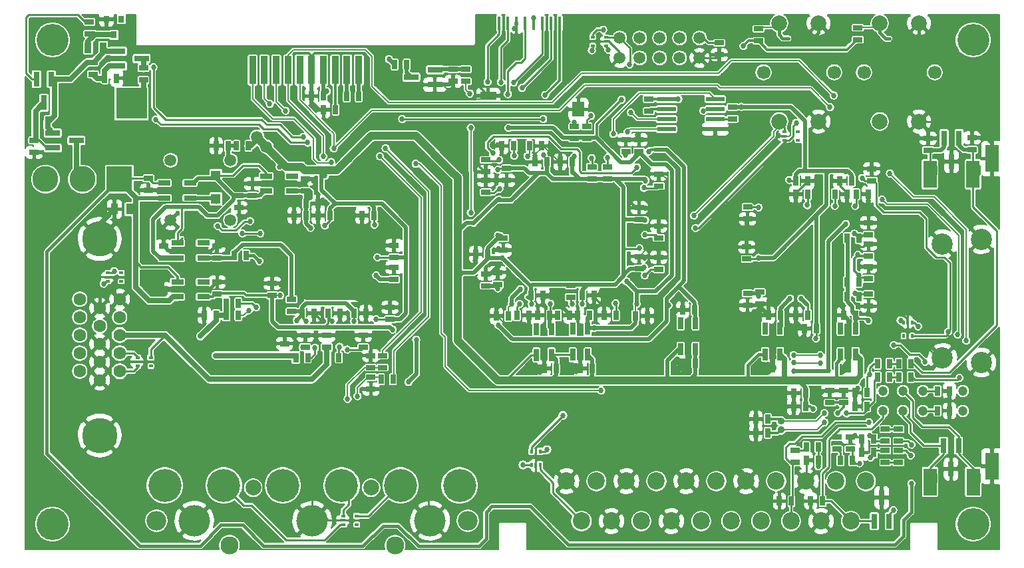
<source format=gbr>
G04 #@! TF.GenerationSoftware,KiCad,Pcbnew,5.1.9+dfsg1-1*
G04 #@! TF.CreationDate,2021-07-22T10:59:42+03:00*
G04 #@! TF.ProjectId,ossc_board,6f737363-5f62-46f6-9172-642e6b696361,rev?*
G04 #@! TF.SameCoordinates,Original*
G04 #@! TF.FileFunction,Copper,L2,Bot*
G04 #@! TF.FilePolarity,Positive*
%FSLAX46Y46*%
G04 Gerber Fmt 4.6, Leading zero omitted, Abs format (unit mm)*
G04 Created by KiCad (PCBNEW 5.1.9+dfsg1-1) date 2021-07-22 10:59:42*
%MOMM*%
%LPD*%
G01*
G04 APERTURE LIST*
G04 #@! TA.AperFunction,SMDPad,CuDef*
%ADD10R,0.800000X0.900000*%
G04 #@! TD*
G04 #@! TA.AperFunction,SMDPad,CuDef*
%ADD11R,0.500000X0.380000*%
G04 #@! TD*
G04 #@! TA.AperFunction,SMDPad,CuDef*
%ADD12R,0.650000X0.300000*%
G04 #@! TD*
G04 #@! TA.AperFunction,SMDPad,CuDef*
%ADD13R,0.635000X1.143000*%
G04 #@! TD*
G04 #@! TA.AperFunction,ComponentPad*
%ADD14C,1.500000*%
G04 #@! TD*
G04 #@! TA.AperFunction,SMDPad,CuDef*
%ADD15R,0.800000X1.900000*%
G04 #@! TD*
G04 #@! TA.AperFunction,SMDPad,CuDef*
%ADD16R,1.560000X0.650000*%
G04 #@! TD*
G04 #@! TA.AperFunction,ComponentPad*
%ADD17C,1.200000*%
G04 #@! TD*
G04 #@! TA.AperFunction,SMDPad,CuDef*
%ADD18R,1.143000X0.635000*%
G04 #@! TD*
G04 #@! TA.AperFunction,SMDPad,CuDef*
%ADD19R,0.889000X1.397000*%
G04 #@! TD*
G04 #@! TA.AperFunction,SMDPad,CuDef*
%ADD20R,1.900000X0.800000*%
G04 #@! TD*
G04 #@! TA.AperFunction,SMDPad,CuDef*
%ADD21R,1.300000X1.300000*%
G04 #@! TD*
G04 #@! TA.AperFunction,SMDPad,CuDef*
%ADD22R,0.380000X0.500000*%
G04 #@! TD*
G04 #@! TA.AperFunction,SMDPad,CuDef*
%ADD23R,0.300000X0.650000*%
G04 #@! TD*
G04 #@! TA.AperFunction,ComponentPad*
%ADD24C,1.506220*%
G04 #@! TD*
G04 #@! TA.AperFunction,ComponentPad*
%ADD25C,4.064000*%
G04 #@! TD*
G04 #@! TA.AperFunction,SMDPad,CuDef*
%ADD26R,0.650000X1.560000*%
G04 #@! TD*
G04 #@! TA.AperFunction,SMDPad,CuDef*
%ADD27R,1.500000X1.900000*%
G04 #@! TD*
G04 #@! TA.AperFunction,SMDPad,CuDef*
%ADD28R,2.000000X1.000000*%
G04 #@! TD*
G04 #@! TA.AperFunction,SMDPad,CuDef*
%ADD29R,0.400000X1.750000*%
G04 #@! TD*
G04 #@! TA.AperFunction,ComponentPad*
%ADD30C,1.600000*%
G04 #@! TD*
G04 #@! TA.AperFunction,ComponentPad*
%ADD31C,4.500000*%
G04 #@! TD*
G04 #@! TA.AperFunction,ComponentPad*
%ADD32C,2.200000*%
G04 #@! TD*
G04 #@! TA.AperFunction,ComponentPad*
%ADD33C,1.700000*%
G04 #@! TD*
G04 #@! TA.AperFunction,ComponentPad*
%ADD34C,2.000000*%
G04 #@! TD*
G04 #@! TA.AperFunction,SMDPad,CuDef*
%ADD35R,2.350000X0.600000*%
G04 #@! TD*
G04 #@! TA.AperFunction,ComponentPad*
%ADD36C,4.200000*%
G04 #@! TD*
G04 #@! TA.AperFunction,ComponentPad*
%ADD37O,2.500000X2.500000*%
G04 #@! TD*
G04 #@! TA.AperFunction,ComponentPad*
%ADD38C,4.000000*%
G04 #@! TD*
G04 #@! TA.AperFunction,ComponentPad*
%ADD39C,2.300000*%
G04 #@! TD*
G04 #@! TA.AperFunction,ComponentPad*
%ADD40R,4.000000X4.000000*%
G04 #@! TD*
G04 #@! TA.AperFunction,ComponentPad*
%ADD41R,1.700000X3.500000*%
G04 #@! TD*
G04 #@! TA.AperFunction,ComponentPad*
%ADD42C,3.300000*%
G04 #@! TD*
G04 #@! TA.AperFunction,ComponentPad*
%ADD43R,3.300000X3.300000*%
G04 #@! TD*
G04 #@! TA.AperFunction,SMDPad,CuDef*
%ADD44R,0.900000X3.600000*%
G04 #@! TD*
G04 #@! TA.AperFunction,SMDPad,CuDef*
%ADD45R,6.700000X6.700000*%
G04 #@! TD*
G04 #@! TA.AperFunction,ComponentPad*
%ADD46C,0.690000*%
G04 #@! TD*
G04 #@! TA.AperFunction,SMDPad,CuDef*
%ADD47R,6.200000X6.200000*%
G04 #@! TD*
G04 #@! TA.AperFunction,ComponentPad*
%ADD48C,2.700000*%
G04 #@! TD*
G04 #@! TA.AperFunction,ComponentPad*
%ADD49C,0.900000*%
G04 #@! TD*
G04 #@! TA.AperFunction,ViaPad*
%ADD50C,0.686000*%
G04 #@! TD*
G04 #@! TA.AperFunction,ViaPad*
%ADD51C,1.500000*%
G04 #@! TD*
G04 #@! TA.AperFunction,Conductor*
%ADD52C,0.200000*%
G04 #@! TD*
G04 #@! TA.AperFunction,Conductor*
%ADD53C,0.180000*%
G04 #@! TD*
G04 #@! TA.AperFunction,Conductor*
%ADD54C,0.220000*%
G04 #@! TD*
G04 #@! TA.AperFunction,Conductor*
%ADD55C,0.250000*%
G04 #@! TD*
G04 #@! TA.AperFunction,Conductor*
%ADD56C,0.300000*%
G04 #@! TD*
G04 #@! TA.AperFunction,Conductor*
%ADD57C,0.500000*%
G04 #@! TD*
G04 #@! TA.AperFunction,Conductor*
%ADD58C,0.700000*%
G04 #@! TD*
G04 #@! TA.AperFunction,Conductor*
%ADD59C,0.400000*%
G04 #@! TD*
G04 #@! TA.AperFunction,Conductor*
%ADD60C,1.000000*%
G04 #@! TD*
G04 #@! TA.AperFunction,Conductor*
%ADD61C,0.350000*%
G04 #@! TD*
G04 #@! TA.AperFunction,Conductor*
%ADD62C,0.640000*%
G04 #@! TD*
G04 #@! TA.AperFunction,Conductor*
%ADD63C,0.150000*%
G04 #@! TD*
G04 APERTURE END LIST*
D10*
X18020000Y-17930000D03*
X19920000Y-17930000D03*
X18970000Y-19930000D03*
D11*
X79890000Y-20220000D03*
X79890000Y-21300000D03*
D12*
X81670000Y-20760000D03*
D11*
X81590000Y-21300000D03*
X81590000Y-20220000D03*
X106030000Y-33360000D03*
X106030000Y-32280000D03*
D12*
X104250000Y-32820000D03*
D11*
X104330000Y-32280000D03*
X104330000Y-33360000D03*
D13*
X120362000Y-63480000D03*
X118838000Y-63480000D03*
X120352000Y-61770000D03*
X118828000Y-61770000D03*
D14*
X33804500Y-43509300D03*
X33804500Y-35889300D03*
X26184500Y-35889300D03*
X26184500Y-43509300D03*
D15*
X125560000Y-36060000D03*
X126510000Y-33060000D03*
X124610000Y-33060000D03*
D16*
X28660000Y-40680000D03*
X28660000Y-38780000D03*
X25360000Y-38780000D03*
X25360000Y-39730000D03*
X25360000Y-40680000D03*
D17*
X121920000Y-65250000D03*
X119380000Y-65250000D03*
X116840000Y-65250000D03*
X121920000Y-67790000D03*
X119380000Y-67790000D03*
X116840000Y-67790000D03*
X127000000Y-65250000D03*
X127000000Y-67790000D03*
D13*
X111428000Y-74090000D03*
X112952000Y-74090000D03*
D18*
X117120000Y-70118000D03*
X117120000Y-71642000D03*
D13*
X107078000Y-72380000D03*
X108602000Y-72380000D03*
D18*
X117110000Y-74362000D03*
X117110000Y-72838000D03*
D13*
X117652000Y-63480000D03*
X116128000Y-63480000D03*
X116128000Y-61780000D03*
X117652000Y-61780000D03*
D18*
X8820000Y-33348000D03*
X8820000Y-34872000D03*
D13*
X10532000Y-30910000D03*
X9008000Y-30910000D03*
D18*
X15830000Y-18268000D03*
X15830000Y-19792000D03*
D19*
X17592500Y-21570000D03*
X15687500Y-21570000D03*
D18*
X16310000Y-23418000D03*
X16310000Y-24942000D03*
D13*
X17788000Y-25450000D03*
X19312000Y-25450000D03*
D20*
X11190000Y-34320000D03*
X11190000Y-32420000D03*
X14190000Y-33370000D03*
D15*
X9110000Y-25550000D03*
X11010000Y-25550000D03*
X10060000Y-28550000D03*
D20*
X19490000Y-23890000D03*
X19490000Y-21990000D03*
X22490000Y-22940000D03*
X56816000Y-25317000D03*
X59816000Y-26267000D03*
X59816000Y-24367000D03*
D21*
X31940000Y-40800000D03*
X31940000Y-37800000D03*
D22*
X119450000Y-58260000D03*
X120530000Y-58260000D03*
D23*
X119990000Y-56480000D03*
D22*
X120530000Y-56560000D03*
X119450000Y-56560000D03*
D11*
X18220000Y-51300000D03*
X18220000Y-50220000D03*
D12*
X18140000Y-50760000D03*
D11*
X19920000Y-50220000D03*
X19920000Y-51300000D03*
D15*
X125490000Y-75200000D03*
X126440000Y-72200000D03*
X124540000Y-72200000D03*
D11*
X49870000Y-82260000D03*
X49870000Y-81180000D03*
D12*
X48090000Y-81720000D03*
D11*
X48170000Y-81180000D03*
X48170000Y-82260000D03*
X23660000Y-62080000D03*
X23660000Y-61000000D03*
D12*
X21880000Y-61540000D03*
D11*
X21960000Y-61000000D03*
X21960000Y-62080000D03*
D22*
X73190000Y-72950000D03*
X72110000Y-72950000D03*
D23*
X72650000Y-74730000D03*
D22*
X72110000Y-74650000D03*
X73190000Y-74650000D03*
D15*
X116680000Y-78830000D03*
X115730000Y-81830000D03*
X117630000Y-81830000D03*
D18*
X112690000Y-72662000D03*
X112690000Y-71138000D03*
D13*
X115672000Y-71400000D03*
X114148000Y-71400000D03*
X107078000Y-74080000D03*
X108602000Y-74080000D03*
X114148000Y-73090000D03*
X115672000Y-73090000D03*
X113288000Y-67220000D03*
X114812000Y-67220000D03*
X114812000Y-65480000D03*
X113288000Y-65480000D03*
D18*
X34900000Y-41932000D03*
X34900000Y-40408000D03*
X23380000Y-39712000D03*
X23380000Y-38188000D03*
D24*
X93480000Y-20320000D03*
X93480000Y-22860000D03*
X90940000Y-20320000D03*
X90940000Y-22860000D03*
X88400000Y-20320000D03*
X88400000Y-22860000D03*
X85860000Y-20320000D03*
X85860000Y-22860000D03*
X83320000Y-20320000D03*
X83320000Y-22860000D03*
D25*
X11130000Y-20600000D03*
X11130000Y-82200000D03*
X128300000Y-82200000D03*
X128300000Y-20600000D03*
D16*
X27052000Y-48320100D03*
X27052000Y-47370100D03*
X27052000Y-46420100D03*
X30352000Y-46420100D03*
X30352000Y-48320100D03*
X38336000Y-39812000D03*
X38336000Y-38862000D03*
X38336000Y-37912000D03*
X41636000Y-37912000D03*
X41636000Y-39812000D03*
D26*
X103743800Y-60603400D03*
X102793800Y-60603400D03*
X101843800Y-60603400D03*
X101843800Y-57303400D03*
X103743800Y-57303400D03*
X113340000Y-60603400D03*
X112390000Y-60603400D03*
X111440000Y-60603400D03*
X111440000Y-57303400D03*
X113340000Y-57303400D03*
D16*
X27052000Y-53274000D03*
X27052000Y-52324000D03*
X27052000Y-51374000D03*
X30352000Y-51374000D03*
X30352000Y-53274000D03*
D26*
X74650000Y-60674600D03*
X73700000Y-60674600D03*
X72750000Y-60674600D03*
X72750000Y-57374600D03*
X74650000Y-57374600D03*
X79256000Y-60652600D03*
X78306000Y-60652600D03*
X77356000Y-60652600D03*
X77356000Y-57352600D03*
X79256000Y-57352600D03*
X92984000Y-59928000D03*
X92034000Y-59928000D03*
X91084000Y-59928000D03*
X91084000Y-56628000D03*
X92984000Y-56628000D03*
D27*
X78088000Y-29405000D03*
D28*
X66588000Y-27655000D03*
D29*
X75688000Y-18430000D03*
X74588000Y-18430000D03*
X73488000Y-18430000D03*
X72388000Y-18430000D03*
X71288000Y-18430000D03*
X70188000Y-18430000D03*
X69088000Y-18430000D03*
X67988000Y-18430000D03*
D30*
X17155500Y-59295400D03*
X17155500Y-57005400D03*
X17155500Y-54715400D03*
X19695500Y-62735400D03*
X19695500Y-60445400D03*
X19695500Y-58155400D03*
X19695500Y-55865400D03*
X19695500Y-53575400D03*
X17155500Y-63875400D03*
X17155500Y-61585400D03*
X14615500Y-62735400D03*
X14615500Y-60445400D03*
X14615500Y-58155400D03*
X14615500Y-55865400D03*
X14615500Y-53575400D03*
D31*
X17155500Y-70915400D03*
X17155500Y-45915400D03*
D32*
X112754600Y-81821200D03*
X110849600Y-76741200D03*
X108944600Y-81821200D03*
X107039600Y-76741200D03*
X105134600Y-81821200D03*
X103229600Y-76741200D03*
X101324600Y-81821200D03*
X99419600Y-76741200D03*
X97514600Y-81821200D03*
X95609600Y-76741200D03*
X93704600Y-81821200D03*
X91799600Y-76741200D03*
X78464600Y-81821200D03*
X87989600Y-76741200D03*
X89894600Y-81821200D03*
X84179600Y-76741200D03*
X86084600Y-81821200D03*
X80369600Y-76741200D03*
X82274600Y-81821200D03*
X76559600Y-76741200D03*
X114659600Y-76741200D03*
D33*
X101631000Y-24700000D03*
X110631000Y-24700000D03*
D34*
X108631000Y-30950000D03*
X103631000Y-30950000D03*
X108631000Y-18450000D03*
X103631000Y-18450000D03*
D33*
X114418000Y-24700000D03*
X123418000Y-24700000D03*
D34*
X121418000Y-30950000D03*
X116418000Y-30950000D03*
X121418000Y-18450000D03*
X116418000Y-18450000D03*
D35*
X95490300Y-28104200D03*
X95490300Y-29374200D03*
X95490300Y-30644200D03*
X95490300Y-31914200D03*
X89290300Y-31914200D03*
X89290300Y-30644200D03*
X89290300Y-29374200D03*
X89290300Y-28104200D03*
D36*
X40446000Y-77276200D03*
X47946000Y-77276200D03*
D37*
X24396000Y-81776200D03*
X63996000Y-81776200D03*
D38*
X59196000Y-81776200D03*
X44196000Y-81776200D03*
X29196000Y-81776200D03*
D36*
X32946000Y-77276200D03*
X25446000Y-77276200D03*
X62946000Y-77276200D03*
X55446000Y-77276200D03*
D39*
X54729380Y-84920720D03*
X33662620Y-84920720D03*
D34*
X36696000Y-77576200D03*
X51696000Y-77576200D03*
D40*
X21202140Y-28649000D03*
X15202660Y-28649000D03*
X18202400Y-33348000D03*
D19*
X19037500Y-42110000D03*
X20942500Y-42110000D03*
D18*
X40688600Y-60743200D03*
X40688600Y-59219200D03*
X46060000Y-59700000D03*
X46060000Y-58176000D03*
D13*
X30480000Y-55626000D03*
X32004000Y-55626000D03*
D18*
X81788000Y-38252400D03*
X81788000Y-36728400D03*
X79806800Y-36728400D03*
X79806800Y-38252400D03*
X77089000Y-51790600D03*
X77089000Y-53314600D03*
X87043600Y-29628200D03*
X87043600Y-28104200D03*
X96000000Y-22462000D03*
X96000000Y-20938000D03*
X77567000Y-33111000D03*
X77567000Y-31587000D03*
X79116000Y-33111000D03*
X79116000Y-31587000D03*
X97686200Y-30618800D03*
X97686200Y-29094800D03*
D13*
X113438000Y-40200000D03*
X114962000Y-40200000D03*
D18*
X22730000Y-25672000D03*
X22730000Y-24148000D03*
X41564900Y-53593100D03*
X41564900Y-55117100D03*
D13*
X112230000Y-53221000D03*
X113754000Y-53221000D03*
X112227000Y-51407000D03*
X113751000Y-51407000D03*
X112235000Y-45811000D03*
X113759000Y-45811000D03*
X34572000Y-34046000D03*
X36096000Y-34046000D03*
D18*
X113629000Y-19004000D03*
X113629000Y-20528000D03*
X100988000Y-19157000D03*
X100988000Y-20681000D03*
D13*
X34300500Y-48017800D03*
X35824500Y-48017800D03*
D18*
X63749000Y-24315000D03*
X63749000Y-25839000D03*
X53142000Y-62271000D03*
X53142000Y-60747000D03*
D13*
X54483000Y-63764000D03*
X52959000Y-63764000D03*
D18*
X62133000Y-24323000D03*
X62133000Y-25847000D03*
D13*
X56232000Y-23694000D03*
X54708000Y-23694000D03*
D18*
X115410000Y-38482000D03*
X115410000Y-36958000D03*
D13*
X42111000Y-60997200D03*
X43635000Y-60997200D03*
X46073400Y-60997200D03*
X47597400Y-60997200D03*
X42926000Y-55372000D03*
X44450000Y-55372000D03*
X49530000Y-55372000D03*
X51054000Y-55372000D03*
X46228000Y-55372000D03*
X47752000Y-55372000D03*
D18*
X54102000Y-56134000D03*
X54102000Y-54610000D03*
D13*
X33274000Y-55626000D03*
X34798000Y-55626000D03*
X33274000Y-54102000D03*
X34798000Y-54102000D03*
D18*
X39116000Y-51562000D03*
X39116000Y-53086000D03*
X54610000Y-51054000D03*
X54610000Y-49530000D03*
X54610000Y-48260000D03*
X54610000Y-46736000D03*
D13*
X33490000Y-34046000D03*
X31966000Y-34046000D03*
X52070000Y-42926000D03*
X50546000Y-42926000D03*
X43434000Y-41402000D03*
X44958000Y-41402000D03*
X46482000Y-42926000D03*
X44958000Y-42926000D03*
X45659000Y-29444000D03*
X47183000Y-29444000D03*
X50137400Y-27761300D03*
X48613400Y-27761300D03*
D18*
X25296200Y-46824000D03*
X25296200Y-48348000D03*
X36593000Y-40401000D03*
X36593000Y-38877000D03*
X32065300Y-48309900D03*
X32065300Y-46785900D03*
X43365000Y-39807000D03*
X43365000Y-38283000D03*
X25187000Y-53777000D03*
X25187000Y-52253000D03*
X84115000Y-34773000D03*
X84115000Y-33249000D03*
D13*
X77262000Y-36100000D03*
X75738000Y-36100000D03*
X71838000Y-34061000D03*
X73362000Y-34061000D03*
X69863000Y-34064000D03*
X68339000Y-34064000D03*
D18*
X85786000Y-34768000D03*
X85786000Y-33244000D03*
D13*
X74062000Y-36100000D03*
X72538000Y-36100000D03*
D18*
X66300000Y-35838000D03*
X66300000Y-37362000D03*
X88300000Y-39162000D03*
X88300000Y-37638000D03*
X66300000Y-39962000D03*
X66300000Y-38438000D03*
X68524000Y-45796000D03*
X68524000Y-47320000D03*
X88300000Y-45762000D03*
X88300000Y-44238000D03*
D13*
X44117600Y-27710500D03*
X45641600Y-27710500D03*
D18*
X85800000Y-49662000D03*
X85800000Y-48138000D03*
X88300000Y-49762000D03*
X88300000Y-48238000D03*
X66300000Y-51862000D03*
X66300000Y-50338000D03*
D13*
X85338000Y-55700000D03*
X86862000Y-55700000D03*
X78538000Y-53100000D03*
X80062000Y-53100000D03*
X72038000Y-53100000D03*
X73562000Y-53100000D03*
X69162000Y-55700000D03*
X67638000Y-55700000D03*
X82850000Y-55621000D03*
X81326000Y-55621000D03*
X75457000Y-55625000D03*
X76981000Y-55625000D03*
X70238000Y-55630000D03*
X71762000Y-55630000D03*
X107262000Y-55600000D03*
X105738000Y-55600000D03*
X108362000Y-57300000D03*
X106838000Y-57300000D03*
D18*
X115000000Y-52938000D03*
X115000000Y-54462000D03*
X99600000Y-52838000D03*
X99600000Y-54362000D03*
X115000000Y-50962000D03*
X115000000Y-49438000D03*
X115000000Y-48062000D03*
X115000000Y-46538000D03*
X99500000Y-48462000D03*
X99500000Y-46938000D03*
X115000000Y-45362000D03*
X115000000Y-43838000D03*
X99600000Y-41838000D03*
X99600000Y-43362000D03*
D13*
X105738000Y-38500000D03*
X107262000Y-38500000D03*
X107262000Y-40200000D03*
X105738000Y-40200000D03*
X110738000Y-40200000D03*
X112262000Y-40200000D03*
X112862000Y-38500000D03*
X111338000Y-38500000D03*
X104323000Y-62316000D03*
X102799000Y-62316000D03*
X113929000Y-62311000D03*
X112405000Y-62311000D03*
X103762000Y-55600000D03*
X102238000Y-55600000D03*
X113320600Y-55600600D03*
X111796600Y-55600600D03*
X79859000Y-62395600D03*
X78335000Y-62395600D03*
X92964000Y-61696600D03*
X91440000Y-61696600D03*
X75230000Y-62390600D03*
X73706000Y-62390600D03*
D18*
X32105600Y-52908200D03*
X32105600Y-51384200D03*
D13*
X74447400Y-55630000D03*
X72923400Y-55630000D03*
X79522000Y-55625000D03*
X77998000Y-55625000D03*
X92862400Y-54914800D03*
X91338400Y-54914800D03*
D18*
X68935600Y-36931600D03*
X68935600Y-38455600D03*
X85800000Y-43462000D03*
X85800000Y-41938000D03*
X43312000Y-58167000D03*
X43312000Y-59691000D03*
X50703000Y-58177800D03*
X50703000Y-59701800D03*
X51656000Y-60747000D03*
X51656000Y-62271000D03*
X51664000Y-63482000D03*
X51664000Y-65006000D03*
X67807000Y-51694000D03*
X67807000Y-50170000D03*
D13*
X66553000Y-47859000D03*
X65029000Y-47859000D03*
X43429000Y-42896000D03*
X41905000Y-42896000D03*
D18*
X101150000Y-52642000D03*
X101150000Y-54166000D03*
D41*
X122806000Y-76830000D03*
X128306000Y-76830000D03*
X130706000Y-74830000D03*
D42*
X10266000Y-38298000D03*
X14966000Y-38298000D03*
D43*
X19666000Y-38298000D03*
D44*
X50126200Y-24406600D03*
X48626200Y-24406600D03*
X41126200Y-24406600D03*
X42626200Y-24406600D03*
X44126200Y-24406600D03*
X45626200Y-24406600D03*
X39626200Y-24406600D03*
X38126200Y-24406600D03*
X36626200Y-24406600D03*
X47126200Y-24406600D03*
D13*
X102182000Y-70580000D03*
X100658000Y-70580000D03*
X102172000Y-68840000D03*
X100648000Y-68840000D03*
D18*
X110070000Y-66752000D03*
X110070000Y-65228000D03*
X111820000Y-66752000D03*
X111820000Y-65228000D03*
D13*
X106982000Y-65510000D03*
X105458000Y-65510000D03*
X106982000Y-67240000D03*
X105458000Y-67240000D03*
D18*
X118810000Y-72838000D03*
X118810000Y-74362000D03*
X110990000Y-72662000D03*
X110990000Y-71138000D03*
X118810000Y-71642000D03*
X118810000Y-70118000D03*
X105640000Y-72818000D03*
X105640000Y-74342000D03*
D41*
X122798000Y-37676000D03*
X128298000Y-37676000D03*
X130698000Y-35676000D03*
D45*
X77300000Y-44700000D03*
D46*
X79850000Y-42150000D03*
X79850000Y-43000000D03*
X79850000Y-43850000D03*
X79850000Y-44700000D03*
X79850000Y-45550000D03*
X79850000Y-46400000D03*
X79850000Y-47250000D03*
X79000000Y-42150000D03*
X79000000Y-43000000D03*
X79000000Y-43850000D03*
X79000000Y-44700000D03*
X79000000Y-45550000D03*
X79000000Y-46400000D03*
X79000000Y-47250000D03*
X78150000Y-42150000D03*
X78150000Y-43000000D03*
X78150000Y-46400000D03*
X78150000Y-47250000D03*
X77300000Y-42150000D03*
X77300000Y-43000000D03*
X77300000Y-46400000D03*
X77300000Y-47250000D03*
X76450000Y-42150000D03*
X76450000Y-43000000D03*
X76450000Y-46400000D03*
X76450000Y-47250000D03*
X75600000Y-42150000D03*
X75600000Y-43000000D03*
X75600000Y-43850000D03*
X75600000Y-44700000D03*
X75600000Y-45550000D03*
X75600000Y-46400000D03*
X75600000Y-47250000D03*
X74750000Y-42150000D03*
X74750000Y-43000000D03*
X74750000Y-43850000D03*
X74750000Y-44700000D03*
X74750000Y-45550000D03*
X74750000Y-46400000D03*
X74750000Y-47250000D03*
D32*
X77300000Y-44700000D03*
D47*
X46736000Y-50292000D03*
D46*
X44336000Y-52692000D03*
X44336000Y-51892000D03*
X44336000Y-51092000D03*
X44336000Y-50292000D03*
X44336000Y-49492000D03*
X44336000Y-48692000D03*
X44336000Y-47892000D03*
X45136000Y-52692000D03*
X45136000Y-51892000D03*
X45136000Y-51092000D03*
X45136000Y-50292000D03*
X45136000Y-49492000D03*
X45136000Y-48692000D03*
X45136000Y-47892000D03*
X45936000Y-52692000D03*
X45936000Y-51892000D03*
X45936000Y-48692000D03*
X45936000Y-47892000D03*
X46736000Y-52692000D03*
X46736000Y-51892000D03*
X46736000Y-48692000D03*
X46736000Y-47892000D03*
X47536000Y-52692000D03*
X47536000Y-51892000D03*
X47536000Y-48692000D03*
X47536000Y-47892000D03*
X48336000Y-52692000D03*
X48336000Y-51892000D03*
X48336000Y-51092000D03*
X48336000Y-50292000D03*
X48336000Y-49492000D03*
X48336000Y-48692000D03*
X48336000Y-47892000D03*
X49136000Y-52692000D03*
X49136000Y-51892000D03*
X49136000Y-51092000D03*
X49136000Y-50292000D03*
X49136000Y-49492000D03*
X49136000Y-48692000D03*
X49136000Y-47892000D03*
D34*
X46736000Y-50292000D03*
D48*
X124400000Y-46550000D03*
X124400000Y-61050000D03*
X129350000Y-61650000D03*
X129350000Y-45950000D03*
D18*
X128180000Y-33028000D03*
X128180000Y-34552000D03*
X122560000Y-33078000D03*
X122560000Y-34602000D03*
D13*
X123768000Y-65260000D03*
X125292000Y-65260000D03*
X107628000Y-79270000D03*
X109152000Y-79270000D03*
X125302000Y-67770000D03*
X123778000Y-67770000D03*
X105182000Y-79280000D03*
X103658000Y-79280000D03*
D49*
X103861000Y-70197000D03*
X103861000Y-69097000D03*
D50*
X84323000Y-32288000D03*
X84732200Y-29806000D03*
X108848000Y-60705000D03*
X105453000Y-60701000D03*
X43617000Y-33642000D03*
X24312000Y-30690000D03*
X43043000Y-32918000D03*
X24000000Y-24050000D03*
X127430000Y-58850000D03*
X117714100Y-37557100D03*
X45599000Y-35400000D03*
X52818000Y-35391000D03*
X110562000Y-27638000D03*
X116710000Y-40910000D03*
X126320000Y-58080000D03*
X46943000Y-34376000D03*
X110094000Y-29135000D03*
X53534000Y-34370000D03*
X69098500Y-27469200D03*
X69847800Y-25996000D03*
X68209500Y-25945200D03*
X66507700Y-25932500D03*
X73848300Y-27570800D03*
X70901900Y-26681800D03*
X81870000Y-21820002D03*
X84590000Y-23679000D03*
X79665000Y-30246000D03*
X79790000Y-21890000D03*
X77541000Y-31105000D03*
X81230000Y-19270000D03*
X80061000Y-57252000D03*
X83576500Y-28167700D03*
X85428000Y-35326000D03*
X69187000Y-31768000D03*
X85496400Y-54178200D03*
X69596000Y-54152800D03*
X70700000Y-52300000D03*
X84200000Y-51300000D03*
X67200000Y-35000000D03*
X85500000Y-36800000D03*
X87046000Y-34757000D03*
X67900000Y-56900000D03*
X89535000Y-54356000D03*
X86556000Y-45389000D03*
X86517000Y-50546000D03*
X86403000Y-39400000D03*
X84087000Y-35223000D03*
X68021200Y-39522400D03*
X67843400Y-52197000D03*
X70586600Y-54178200D03*
X67995800Y-35839400D03*
X71595000Y-35377000D03*
X82804000Y-54102000D03*
X69900800Y-35306000D03*
X74498200Y-54152800D03*
X82516000Y-32537000D03*
X114971000Y-56319000D03*
X111090000Y-68070000D03*
X105471000Y-62728000D03*
X109899000Y-62678000D03*
X112100000Y-44000000D03*
X40117100Y-53097800D03*
X56460000Y-64108000D03*
X57440000Y-58720000D03*
X54432000Y-57465000D03*
X46736000Y-56388000D03*
X119080000Y-56270000D03*
X121310000Y-57030000D03*
X100968000Y-53185000D03*
X101000000Y-41900000D03*
X106400000Y-53500000D03*
X105000000Y-53500000D03*
X110700000Y-41700000D03*
X107200000Y-41600000D03*
X107930000Y-67540000D03*
X108306000Y-58560000D03*
D51*
X37165000Y-32898000D03*
D50*
X45819000Y-44196000D03*
X45811000Y-37856000D03*
X67843400Y-45440600D03*
X68377000Y-48296000D03*
X73607000Y-35245000D03*
X98826000Y-29083000D03*
X99065000Y-21336000D03*
X85839000Y-47092000D03*
X86407000Y-49511000D03*
X86558000Y-43510000D03*
X86624000Y-38476000D03*
X77553000Y-35406000D03*
X90790100Y-28104200D03*
X46073400Y-27113600D03*
X52486900Y-48246400D03*
X52118600Y-44080800D03*
X72400500Y-17800000D03*
X72110600Y-54178200D03*
X104900000Y-38400000D03*
X112100000Y-37300000D03*
X101000000Y-48300000D03*
X52324000Y-56134000D03*
X78587600Y-54178200D03*
X67843400Y-37084000D03*
X67995800Y-40894000D03*
D51*
X38353000Y-34188000D03*
D50*
X40050000Y-36740000D03*
X32180000Y-44260000D03*
X36300000Y-43640000D03*
X125140000Y-57710000D03*
X114180000Y-38160000D03*
X43979000Y-44493000D03*
X43939800Y-40651800D03*
X52324000Y-50546000D03*
X76100000Y-68370000D03*
X71010000Y-74670000D03*
X74070000Y-72730000D03*
X29982500Y-58279400D03*
X31938300Y-60743200D03*
X97050000Y-65190000D03*
X99060000Y-65200000D03*
X99120000Y-67790000D03*
X99110000Y-69830000D03*
X104020000Y-37680000D03*
X105000000Y-59880000D03*
X121700000Y-48210000D03*
X118510000Y-53040000D03*
X118550000Y-55450000D03*
X118800000Y-50200000D03*
X104230000Y-67260000D03*
X107980000Y-68440000D03*
X111700000Y-62840000D03*
X59329000Y-64267000D03*
X58527000Y-63383000D03*
X82700000Y-67772000D03*
X81481000Y-67780000D03*
X80193000Y-67788000D03*
X30770000Y-34854000D03*
X29581000Y-34785000D03*
X28590000Y-34069000D03*
X29604000Y-33581000D03*
X30777000Y-33581000D03*
X35448000Y-25542000D03*
X34214000Y-25489000D03*
X34221000Y-24270000D03*
X35410000Y-24277000D03*
X35425000Y-23111000D03*
X34267000Y-23119000D03*
X61276000Y-31913000D03*
X61128000Y-33673000D03*
X60190000Y-32781000D03*
X59265000Y-31993000D03*
X66385000Y-31608000D03*
X51458000Y-31486000D03*
X48997000Y-33658000D03*
X41628000Y-31593000D03*
X39811000Y-33296000D03*
X41457000Y-34770000D03*
X43480000Y-35565000D03*
X73533000Y-84475000D03*
X120564000Y-43632000D03*
X119421000Y-45027000D03*
X8896000Y-48748000D03*
X12960000Y-48971000D03*
X114996000Y-55321000D03*
X35330000Y-29051000D03*
X35425000Y-27912000D03*
X35448000Y-26754000D03*
X28404000Y-22974000D03*
X28404000Y-24014000D03*
X28404000Y-25055000D03*
X27958000Y-27203000D03*
X27973000Y-28354000D03*
X27935000Y-29535000D03*
X26784000Y-29535000D03*
X26830000Y-28316000D03*
X26815000Y-27219000D03*
X25611000Y-27249000D03*
X25618000Y-28377000D03*
X25634000Y-29451000D03*
X63307000Y-27793000D03*
X65232000Y-25156000D03*
X65263000Y-24216000D03*
X78326000Y-56982000D03*
X100995000Y-49408000D03*
X101006000Y-50724000D03*
X82612000Y-60590000D03*
X83588000Y-62534000D03*
X90700000Y-62800000D03*
X101796000Y-62454000D03*
X100696000Y-62555000D03*
X95429000Y-62602000D03*
X97738000Y-62591000D03*
X100405000Y-55195000D03*
X41910000Y-40894000D03*
X61468000Y-39690000D03*
X48707000Y-37490000D03*
X58548000Y-59066000D03*
X60484000Y-59135000D03*
X62553000Y-61200000D03*
X77175000Y-62690000D03*
X75590400Y-54127400D03*
X44318000Y-38546000D03*
X47254000Y-38877000D03*
X67871000Y-47130000D03*
X67900000Y-43900000D03*
X67900000Y-43000000D03*
X67900000Y-42200000D03*
X67986000Y-49256000D03*
X63848000Y-54441000D03*
X65048000Y-54521000D03*
X23912000Y-50307000D03*
X22814000Y-50300000D03*
X113881000Y-49400000D03*
X69469000Y-52177000D03*
X69545000Y-51064000D03*
X40930000Y-44242000D03*
X41443000Y-45441000D03*
X41737000Y-46518000D03*
X43698000Y-45659000D03*
X51984000Y-54254000D03*
X51979000Y-53167000D03*
X51979000Y-51887000D03*
X51064000Y-51308000D03*
X51069000Y-52578000D03*
X51054000Y-53828000D03*
X52227000Y-45659000D03*
X51333000Y-44831000D03*
X47630000Y-44836000D03*
X48875000Y-44826000D03*
X50135000Y-44811000D03*
X42603000Y-51907000D03*
X42596000Y-50764000D03*
X42634000Y-49507000D03*
X42657000Y-48402000D03*
X101000000Y-47000000D03*
X97978000Y-53969000D03*
X30053000Y-60371000D03*
X28651000Y-66081000D03*
X37810000Y-74280000D03*
X45263000Y-74737000D03*
X34138000Y-70744000D03*
X25136000Y-61549000D03*
X27757000Y-58278000D03*
X59036000Y-75175000D03*
X56693000Y-66271000D03*
X57390000Y-68854000D03*
X58994000Y-71803000D03*
X88440000Y-32771000D03*
X57328000Y-43404000D03*
X57226000Y-50018000D03*
X40523000Y-38908000D03*
X85288000Y-25471000D03*
X82977000Y-25552000D03*
X80691000Y-35342000D03*
X78895000Y-35237000D03*
X108265000Y-41567000D03*
X32690000Y-46036000D03*
X77038000Y-21199000D03*
X76901000Y-18600000D03*
X69947000Y-19116000D03*
X66203000Y-20081000D03*
X111115000Y-54258000D03*
X86591000Y-37404000D03*
X86346000Y-46318000D03*
X84696000Y-44818000D03*
X86479000Y-48360000D03*
X86567000Y-41960000D03*
X84673000Y-41214000D03*
X42365000Y-44753900D03*
X42669800Y-47217700D03*
X42707900Y-45909600D03*
X70584400Y-22363800D03*
X45527300Y-40982000D03*
X114983600Y-41083600D03*
X40167900Y-51688100D03*
X53134600Y-46709700D03*
X50556500Y-44030000D03*
X42034800Y-59600200D03*
X85568000Y-32634000D03*
X75700000Y-52500000D03*
X72572000Y-35329000D03*
X67843400Y-38404800D03*
X64947800Y-45643800D03*
X64947800Y-48691800D03*
X113131600Y-46913800D03*
X68300600Y-54178200D03*
X73533000Y-54178200D03*
X81584800Y-54102000D03*
X92303600Y-52044600D03*
X92329000Y-49098200D03*
X92329000Y-50825400D03*
X89916000Y-56946800D03*
X105800000Y-41600000D03*
X112300000Y-41700000D03*
X86500000Y-51500000D03*
X76400000Y-48900000D03*
X74400000Y-48900000D03*
X82400000Y-46800000D03*
X82400000Y-48600000D03*
X80300000Y-48900000D03*
X78400000Y-48900000D03*
X82400000Y-44800000D03*
X82400000Y-42900000D03*
X68707000Y-40208200D03*
X71170800Y-56845200D03*
X97960000Y-44900000D03*
X105800000Y-54300000D03*
X112200000Y-42700000D03*
X109700000Y-44000000D03*
X105900000Y-43800000D03*
X104700000Y-41800000D03*
X103600000Y-41800000D03*
X103600000Y-46000000D03*
X103600000Y-49400000D03*
X75700000Y-37500000D03*
X65000000Y-34000000D03*
X70800000Y-38500000D03*
X72100000Y-48600000D03*
X72100000Y-46700000D03*
X72100000Y-50800000D03*
X73450000Y-50800000D03*
X74950000Y-50800000D03*
X76500000Y-50800000D03*
X78050000Y-50800000D03*
X79450000Y-50800000D03*
X80750000Y-50800000D03*
X81950000Y-50850000D03*
X82400000Y-41200000D03*
X78816200Y-39801800D03*
X81000000Y-39800000D03*
X77400000Y-39800000D03*
X73400000Y-39800000D03*
X75400000Y-39800000D03*
X72100000Y-44800000D03*
X72100000Y-42700000D03*
X72100000Y-40900000D03*
X83900000Y-52500000D03*
X82900000Y-52500000D03*
X82000000Y-52500000D03*
X81050000Y-52500000D03*
X74800000Y-52500000D03*
X67300000Y-34100000D03*
X86900000Y-56700000D03*
X51054000Y-56388000D03*
X47752000Y-56388000D03*
X45466000Y-56388000D03*
X52324000Y-49276000D03*
X52324000Y-55118000D03*
X75735000Y-35437000D03*
X86681000Y-44463000D03*
X34750000Y-38740000D03*
X35770000Y-37700000D03*
X113570000Y-64900000D03*
X113262543Y-70902543D03*
X121000002Y-59810000D03*
X103560000Y-32750000D03*
X101900000Y-31120000D03*
X9002879Y-18210500D03*
X9002879Y-23286500D03*
X9002879Y-27516500D03*
X9002879Y-35976500D03*
X9002879Y-41052500D03*
X9002879Y-45282500D03*
X9002879Y-50358500D03*
X9002879Y-54588500D03*
X9002879Y-58818500D03*
X9002879Y-63048500D03*
X9002879Y-67278500D03*
X9002879Y-71508500D03*
X9002879Y-75738500D03*
X9002879Y-79968500D03*
X11540879Y-42744500D03*
X11540879Y-52050500D03*
X11540879Y-56280500D03*
X11540879Y-60510500D03*
X11540879Y-64740500D03*
X11540879Y-68970500D03*
X11540879Y-77430500D03*
X12386879Y-24132500D03*
X12386879Y-28362500D03*
X12386879Y-72354500D03*
X13232879Y-18210500D03*
X13232879Y-31746500D03*
X13232879Y-35976500D03*
X13232879Y-46974500D03*
X13232879Y-79968500D03*
X14078879Y-21594500D03*
X14078879Y-41052500D03*
X14078879Y-66432500D03*
X14078879Y-74892500D03*
X14078879Y-83352500D03*
X14924879Y-25824500D03*
X15770879Y-50358500D03*
X16616879Y-76584500D03*
X16616879Y-80814500D03*
X17462879Y-67278500D03*
X17462879Y-84198500D03*
X18308879Y-26670500D03*
X19154879Y-64740500D03*
X19154879Y-74046500D03*
X19154879Y-78276500D03*
X20000879Y-43590500D03*
X20846879Y-24978500D03*
X20846879Y-31746500D03*
X20846879Y-46974500D03*
X20846879Y-68124500D03*
X21692879Y-53742500D03*
X21692879Y-71508500D03*
X22538879Y-57126500D03*
X22538879Y-63894500D03*
X22538879Y-77430500D03*
X23384879Y-36822500D03*
X23384879Y-41898500D03*
X24230879Y-22440500D03*
X24230879Y-32592500D03*
X24230879Y-66432500D03*
X25076879Y-55434500D03*
X25076879Y-69816500D03*
X25922879Y-74046500D03*
X26768879Y-37668500D03*
X26768879Y-64740500D03*
X27614879Y-68124500D03*
X28460879Y-42744500D03*
X28460879Y-54588500D03*
X28460879Y-75738500D03*
X29306879Y-26670500D03*
X29306879Y-35976500D03*
X29306879Y-72354500D03*
X30152879Y-39360500D03*
X30152879Y-65586500D03*
X31844879Y-49512500D03*
X31844879Y-58818500D03*
X31844879Y-70662500D03*
X32690879Y-25824500D03*
X32690879Y-62202500D03*
X32690879Y-74046500D03*
X32690879Y-80814500D03*
X33536879Y-68124500D03*
X36074879Y-35130500D03*
X36074879Y-41898500D03*
X36074879Y-65586500D03*
X36074879Y-69816500D03*
X36074879Y-75738500D03*
X36920879Y-62202500D03*
X38612879Y-57972500D03*
X38612879Y-79968500D03*
X39458879Y-64740500D03*
X39458879Y-70662500D03*
X41996879Y-66432500D03*
X41996879Y-72354500D03*
X43688879Y-68970500D03*
X46226879Y-66432500D03*
X48764879Y-83352500D03*
X49610879Y-79968500D03*
X50456879Y-67278500D03*
X51302879Y-75738500D03*
X53840879Y-80814500D03*
X54686879Y-26670500D03*
X55532879Y-22440500D03*
X55532879Y-41898500D03*
X55532879Y-62202500D03*
X56378879Y-73200500D03*
X58070879Y-66432500D03*
X59762879Y-68970500D03*
X59762879Y-76584500D03*
X60608879Y-72354500D03*
X62300879Y-83352500D03*
X63146879Y-22440500D03*
X63146879Y-66432500D03*
X63992879Y-69816500D03*
X65684879Y-72354500D03*
X65684879Y-79122500D03*
X66530879Y-75738500D03*
X67376879Y-66432500D03*
X68222879Y-69816500D03*
X69068879Y-77430500D03*
X69914879Y-72354500D03*
X70760879Y-41898500D03*
X70760879Y-46128500D03*
X71606879Y-66432500D03*
X71606879Y-79122500D03*
X72452879Y-69816500D03*
X74990879Y-80814500D03*
X75836879Y-30900500D03*
X75836879Y-66432500D03*
X75836879Y-70662500D03*
X76682879Y-22440500D03*
X78374879Y-72354500D03*
X78374879Y-78276500D03*
X79220879Y-24132500D03*
X80912879Y-59664500D03*
X80912879Y-70662500D03*
X81758879Y-74892500D03*
X82604879Y-65586500D03*
X82604879Y-78276500D03*
X83450879Y-72354500D03*
X84296879Y-83352500D03*
X85988879Y-70662500D03*
X86834879Y-65586500D03*
X87680879Y-73200500D03*
X88526879Y-83352500D03*
X89372879Y-68970500D03*
X90218879Y-74892500D03*
X91064879Y-65586500D03*
X91910879Y-30900500D03*
X91910879Y-35130500D03*
X91910879Y-70662500D03*
X92756879Y-38514500D03*
X93602879Y-67278500D03*
X94448879Y-56280500D03*
X94448879Y-74892500D03*
X94448879Y-79968500D03*
X95294879Y-19902500D03*
X95294879Y-24132500D03*
X95294879Y-69816500D03*
X95294879Y-83352500D03*
X96986879Y-57972500D03*
X97832879Y-18210500D03*
X97832879Y-22440500D03*
X97832879Y-31746500D03*
X97832879Y-67278500D03*
X97832879Y-71508500D03*
X97832879Y-78276500D03*
X98678879Y-55434500D03*
X99524879Y-80814500D03*
X100370879Y-27516500D03*
X100370879Y-65586500D03*
X101216879Y-32592500D03*
X101216879Y-72354500D03*
X102062879Y-19902500D03*
X102062879Y-79122500D03*
X102908879Y-67278500D03*
X102908879Y-83352500D03*
X103754879Y-74046500D03*
X104600879Y-24132500D03*
X104600879Y-43590500D03*
X104600879Y-51204500D03*
X105446879Y-18210500D03*
X105446879Y-47820500D03*
X106292879Y-28362500D03*
X106292879Y-79122500D03*
X107138879Y-83352500D03*
X107984879Y-23286500D03*
X108830879Y-33438500D03*
X109676879Y-20748500D03*
X111368879Y-18210500D03*
X111368879Y-35130500D03*
X112214879Y-25824500D03*
X113060879Y-78276500D03*
X113906879Y-21594500D03*
X113906879Y-28362500D03*
X113906879Y-58818500D03*
X114752879Y-32592500D03*
X114752879Y-80814500D03*
X116444879Y-75738500D03*
X116444879Y-83352500D03*
X117290879Y-22440500D03*
X117290879Y-26670500D03*
X117290879Y-34284500D03*
X118136879Y-30054500D03*
X118136879Y-78276500D03*
X118982879Y-18210500D03*
X118982879Y-36822500D03*
X118982879Y-46974500D03*
X119828879Y-24132500D03*
X119828879Y-32592500D03*
X120674879Y-27516500D03*
X121520879Y-21594500D03*
X121520879Y-55434500D03*
X121520879Y-79968500D03*
X123212879Y-29208500D03*
X124058879Y-18210500D03*
X124904879Y-22440500D03*
X124904879Y-26670500D03*
X124904879Y-40206500D03*
X124904879Y-66432500D03*
X124904879Y-77430500D03*
X124904879Y-81660500D03*
X126596879Y-30054500D03*
X126596879Y-35976500D03*
X126596879Y-69816500D03*
X126596879Y-74892500D03*
X127442879Y-24132500D03*
X127442879Y-42744500D03*
X128288879Y-27516500D03*
X128288879Y-48666500D03*
X128288879Y-52896500D03*
X128288879Y-57126500D03*
X128288879Y-72354500D03*
X129134879Y-40206500D03*
X129134879Y-64740500D03*
X129980879Y-30900500D03*
X129980879Y-68124500D03*
X129980879Y-78276500D03*
X130826879Y-18210500D03*
X130826879Y-22440500D03*
X130826879Y-84198500D03*
X44543000Y-59767000D03*
X47673600Y-59651000D03*
X36118800Y-54991000D03*
X37084000Y-54610000D03*
X113258600Y-52806600D03*
X113645000Y-47926000D03*
X113741200Y-50571400D03*
X113184000Y-45236000D03*
X81788000Y-35557000D03*
X113300000Y-41700000D03*
X55649200Y-30644200D03*
X73590000Y-30644000D03*
X79756000Y-35610800D03*
X77292200Y-54152800D03*
X93965100Y-29590100D03*
X43000000Y-59701800D03*
X48664200Y-59981200D03*
X19000000Y-50010000D03*
X17670000Y-51610000D03*
X35306000Y-45212000D03*
X37592000Y-45212000D03*
X40810000Y-29590100D03*
X38796300Y-28713800D03*
X92964000Y-44521000D03*
X105780000Y-31130000D03*
X92774000Y-42931000D03*
X37479000Y-48745000D03*
X49530000Y-56388000D03*
X42225300Y-56260100D03*
X43434000Y-56388000D03*
X48706000Y-66277000D03*
X49957000Y-65908000D03*
X108833000Y-61692000D03*
X105456000Y-61628000D03*
X57371000Y-36332000D03*
X80970000Y-65197000D03*
X46608000Y-36111000D03*
X53972000Y-23020000D03*
X64262000Y-27402000D03*
X64378000Y-31758000D03*
X64381000Y-42577000D03*
X118210000Y-59420000D03*
X122170000Y-61530000D03*
X120450000Y-77050000D03*
X109385000Y-69243000D03*
X109377000Y-68077000D03*
X120360000Y-73470000D03*
X120450000Y-72090000D03*
X115040000Y-69220000D03*
X118140000Y-80440000D03*
X126560000Y-63590000D03*
X115120000Y-63120000D03*
X112210000Y-68100000D03*
X115250000Y-73710000D03*
X108600000Y-74860000D03*
X115140000Y-70980000D03*
X113840000Y-74460000D03*
D52*
X84676000Y-31935000D02*
X88872400Y-31935000D01*
X84323000Y-32288000D02*
X84676000Y-31935000D01*
D53*
X84732200Y-29806000D02*
X84744900Y-29806000D01*
X85583100Y-30644200D02*
X89290300Y-30644200D01*
X84744900Y-29806000D02*
X85583100Y-30644200D01*
D52*
X84732200Y-29806000D02*
X84771900Y-29806000D01*
X84732200Y-29806000D02*
X84751200Y-29825000D01*
D53*
X105457000Y-60705000D02*
X108848000Y-60705000D01*
X105453000Y-60701000D02*
X105457000Y-60705000D01*
D54*
X43617000Y-33642000D02*
X41445000Y-33642000D01*
X41445000Y-33642000D02*
X39746000Y-31943000D01*
X39746000Y-31943000D02*
X38017000Y-31943000D01*
X38017000Y-31943000D02*
X37430000Y-31356000D01*
X37430000Y-31356000D02*
X24978000Y-31356000D01*
X24978000Y-31356000D02*
X24312000Y-30690000D01*
X40096000Y-31352000D02*
X38404000Y-31352000D01*
X43043000Y-32918000D02*
X41662000Y-32918000D01*
X41662000Y-32918000D02*
X40096000Y-31352000D01*
X38404000Y-31352000D02*
X37753000Y-30701000D01*
X37753000Y-30701000D02*
X25535000Y-30701000D01*
X25535000Y-30701000D02*
X24000000Y-29166000D01*
X24000000Y-29166000D02*
X24000000Y-24050000D01*
D53*
X123330000Y-40570000D02*
X127450000Y-44690000D01*
X127450000Y-44690000D02*
X127450000Y-58230000D01*
X123330000Y-40570000D02*
X123170000Y-40570000D01*
X127450000Y-58830000D02*
X127450000Y-58230000D01*
X127430000Y-58850000D02*
X127450000Y-58830000D01*
X117714100Y-37557100D02*
X120727000Y-40570000D01*
X120727000Y-40570000D02*
X123170000Y-40570000D01*
X123170000Y-40570000D02*
X123170000Y-40570000D01*
X45614500Y-35384500D02*
X45614500Y-32762500D01*
X45599000Y-35400000D02*
X45614500Y-35384500D01*
X41126200Y-22490800D02*
X41126200Y-24106600D01*
X41793000Y-21824000D02*
X41126200Y-22490800D01*
X50986000Y-21824000D02*
X41793000Y-21824000D01*
X51831000Y-22669000D02*
X50986000Y-21824000D01*
X51831000Y-23513000D02*
X51831000Y-22669000D01*
X51831000Y-23513000D02*
X51831000Y-23515000D01*
X56909000Y-28541000D02*
X53916000Y-28541000D01*
X51831000Y-26456000D02*
X51831000Y-23513000D01*
X53916000Y-28541000D02*
X51831000Y-26456000D01*
X41126200Y-24906600D02*
X41126200Y-28274200D01*
X41126200Y-28274200D02*
X45614500Y-32762500D01*
D52*
X53142000Y-60747000D02*
X53142000Y-60112000D01*
X53274000Y-59980000D02*
X58034000Y-55220000D01*
X58034000Y-55220000D02*
X58034000Y-41605000D01*
X53142000Y-60112000D02*
X53274000Y-59980000D01*
D53*
X58725000Y-28541000D02*
X56909000Y-28541000D01*
X56909000Y-28541000D02*
X56902000Y-28541000D01*
X41126200Y-23247800D02*
X41126200Y-24906600D01*
D52*
X58034000Y-41605000D02*
X58034000Y-40607000D01*
X58034000Y-40607000D02*
X52818000Y-35391000D01*
X58034000Y-41605000D02*
X58034000Y-41525000D01*
D53*
X74763000Y-28541000D02*
X58725000Y-28541000D01*
X58725000Y-28541000D02*
X58681000Y-28541000D01*
X78463000Y-24841000D02*
X74763000Y-28541000D01*
X95905000Y-24841000D02*
X78463000Y-24841000D01*
X97553000Y-23193000D02*
X95905000Y-24841000D01*
X106117000Y-23193000D02*
X97553000Y-23193000D01*
X110562000Y-27638000D02*
X106117000Y-23193000D01*
X41126750Y-24907150D02*
X41126200Y-24906600D01*
X126470000Y-57570000D02*
X126470000Y-45460000D01*
X126470000Y-45460000D02*
X122520000Y-41510000D01*
X122520000Y-41510000D02*
X117310000Y-41510000D01*
X117310000Y-41510000D02*
X116710000Y-40910000D01*
X126470000Y-57730000D02*
X126470000Y-57570000D01*
X126470000Y-57930000D02*
X126470000Y-57730000D01*
X126320000Y-58080000D02*
X126470000Y-57930000D01*
X46943000Y-34376000D02*
X46943000Y-32531000D01*
X42626200Y-28214200D02*
X42626200Y-24906600D01*
X42626200Y-28214200D02*
X46124000Y-31712000D01*
X46943000Y-32531000D02*
X46124000Y-31712000D01*
X47285900Y-34035100D02*
X47283900Y-34035100D01*
X47283900Y-34035100D02*
X46943000Y-34376000D01*
D52*
X54613000Y-63634000D02*
X54613000Y-60150000D01*
X59009000Y-55754000D02*
X59009000Y-40183000D01*
X54613000Y-60150000D02*
X59009000Y-55754000D01*
X54613000Y-63634000D02*
X54483000Y-63764000D01*
D53*
X57802000Y-29547000D02*
X51774000Y-29547000D01*
X110094000Y-29135000D02*
X107659000Y-26700000D01*
X107659000Y-26700000D02*
X96113000Y-26700000D01*
X96113000Y-26700000D02*
X95736000Y-26323000D01*
X95736000Y-26323000D02*
X78914000Y-26323000D01*
X78914000Y-26323000D02*
X75690000Y-29547000D01*
X75690000Y-29547000D02*
X57802000Y-29547000D01*
X51774000Y-29547000D02*
X47285900Y-34035100D01*
D52*
X59009000Y-39845000D02*
X53534000Y-34370000D01*
X59009000Y-40183000D02*
X59009000Y-39845000D01*
X59009000Y-40183000D02*
X59009000Y-40198000D01*
D54*
X71288000Y-22917500D02*
X71288000Y-18430000D01*
X70749500Y-23456000D02*
X71288000Y-22917500D01*
X70178000Y-23456000D02*
X70749500Y-23456000D01*
X69098500Y-24535500D02*
X70178000Y-23456000D01*
X69098500Y-27469200D02*
X69098500Y-24535500D01*
X73488000Y-18430000D02*
X73488000Y-22355800D01*
X73488000Y-22355800D02*
X69847800Y-25996000D01*
D55*
X69088000Y-18430000D02*
X69088000Y-20647100D01*
X69088000Y-20647100D02*
X68209500Y-21525600D01*
X68209500Y-21525600D02*
X68209500Y-25945200D01*
X67988000Y-18430000D02*
X67988000Y-19816700D01*
X66507700Y-21297000D02*
X66507700Y-25932500D01*
X67988000Y-19816700D02*
X66507700Y-21297000D01*
D56*
X75688000Y-18430000D02*
X75688000Y-25731100D01*
X75688000Y-25731100D02*
X73848300Y-27570800D01*
D55*
X74588000Y-18430000D02*
X74588000Y-22995700D01*
X74588000Y-22995700D02*
X70901900Y-26681800D01*
D54*
X96000000Y-20938000D02*
X94598000Y-20938000D01*
X94598000Y-20938000D02*
X93980000Y-20320000D01*
X81460000Y-21300000D02*
X81750000Y-21590000D01*
X81750000Y-21590000D02*
X81870000Y-21710000D01*
X81870000Y-21710000D02*
X81870000Y-21820002D01*
X84612000Y-21612000D02*
X83320000Y-20320000D01*
X84612000Y-23657000D02*
X84612000Y-21612000D01*
X84590000Y-23679000D02*
X84612000Y-23657000D01*
D55*
X79116000Y-31587000D02*
X79116000Y-30795000D01*
X79116000Y-30795000D02*
X79665000Y-30246000D01*
D54*
X83220000Y-20220000D02*
X83320000Y-20320000D01*
X81590000Y-20220000D02*
X83220000Y-20220000D01*
X79890000Y-21790000D02*
X79790000Y-21890000D01*
X79890000Y-21300000D02*
X79890000Y-21790000D01*
D55*
X77567000Y-31587000D02*
X77567000Y-31131000D01*
X77567000Y-31131000D02*
X77541000Y-31105000D01*
D54*
X79890000Y-19810000D02*
X79890000Y-20220000D01*
X80430000Y-19270000D02*
X79890000Y-19810000D01*
X81230000Y-19270000D02*
X80430000Y-19270000D01*
D57*
X80061000Y-57252000D02*
X79356600Y-57252000D01*
X80279000Y-57259400D02*
X80244400Y-57259400D01*
X80279000Y-57259400D02*
X79945000Y-57259400D01*
D55*
X79945000Y-57259400D02*
X79945000Y-57280000D01*
X79945000Y-57280000D02*
X79945000Y-57259400D01*
X79945000Y-57280000D02*
X79945000Y-57259400D01*
X80053600Y-57259400D02*
X79945000Y-57259400D01*
X80061000Y-57252000D02*
X80053600Y-57259400D01*
D57*
X79356600Y-57252000D02*
X79256000Y-57352600D01*
X79256000Y-57352600D02*
X79256000Y-55961000D01*
X79256000Y-55961000D02*
X79522000Y-55695000D01*
X84740600Y-57259400D02*
X80279000Y-57259400D01*
D55*
X79116000Y-33111000D02*
X80291000Y-33111000D01*
X80291000Y-33111000D02*
X80369000Y-33033000D01*
X77567000Y-33111000D02*
X79116000Y-33111000D01*
D56*
X80384650Y-33048650D02*
X80384650Y-31359550D01*
X80384650Y-31359550D02*
X83576500Y-28167700D01*
D55*
X85428000Y-35326000D02*
X85786000Y-34968000D01*
X85786000Y-34968000D02*
X85786000Y-34768000D01*
D57*
X85786000Y-34768000D02*
X85786000Y-35033000D01*
X85786000Y-35033000D02*
X84654000Y-36165000D01*
X84654000Y-36165000D02*
X83501000Y-36165000D01*
X83501000Y-36165000D02*
X80384650Y-33048650D01*
X80384650Y-33048650D02*
X80369000Y-33033000D01*
X80369000Y-33033000D02*
X76135000Y-33033000D01*
X74874000Y-31772000D02*
X69187000Y-31768000D01*
X76135000Y-33033000D02*
X74874000Y-31772000D01*
X86447500Y-35447500D02*
X86447500Y-35429500D01*
X86447500Y-35429500D02*
X85786000Y-34768000D01*
D52*
X69162000Y-54787800D02*
X69162000Y-54586800D01*
X69162000Y-54586800D02*
X69596000Y-54152800D01*
X69162000Y-54738000D02*
X69162000Y-54787800D01*
X69162000Y-54787800D02*
X69162000Y-55700000D01*
D57*
X84740600Y-57259400D02*
X85338000Y-56662000D01*
X85338000Y-55700000D02*
X85338000Y-56662000D01*
D52*
X85334400Y-54340200D02*
X85338000Y-55700000D01*
D57*
X69596000Y-54152800D02*
X69600000Y-53400000D01*
X69600000Y-53400000D02*
X70700000Y-52300000D01*
X85500000Y-52600000D02*
X84200000Y-51300000D01*
X87900000Y-52600000D02*
X85500000Y-52600000D01*
X85500000Y-52600000D02*
X85496400Y-54178200D01*
D52*
X85496400Y-54178200D02*
X85334400Y-54340200D01*
D57*
X86400000Y-35400000D02*
X86447500Y-35447500D01*
X86447500Y-35447500D02*
X87400000Y-36400000D01*
X87400000Y-36400000D02*
X89200000Y-36400000D01*
X89200000Y-36400000D02*
X90000000Y-37200000D01*
X90000000Y-37200000D02*
X90000000Y-50500000D01*
X90000000Y-50500000D02*
X87900000Y-52600000D01*
X87041000Y-58628000D02*
X89281000Y-56388000D01*
X86944000Y-58628000D02*
X87041000Y-58628000D01*
X86944000Y-58628000D02*
X79103000Y-58628000D01*
X86951000Y-58628000D02*
X86944000Y-58628000D01*
X79103000Y-58628000D02*
X79083600Y-58628000D01*
D55*
X78232000Y-35841000D02*
X78232000Y-34816000D01*
X78232000Y-34816000D02*
X77893000Y-34477000D01*
X77893000Y-34477000D02*
X75877000Y-34477000D01*
X66500000Y-33637000D02*
X66500000Y-34300000D01*
X66500000Y-34300000D02*
X67200000Y-35000000D01*
X75650000Y-34250000D02*
X74255000Y-32855000D01*
X74255000Y-32855000D02*
X67282000Y-32855000D01*
X67282000Y-32855000D02*
X66500000Y-33637000D01*
X75877000Y-34477000D02*
X75650000Y-34250000D01*
X84795200Y-37504800D02*
X85500000Y-36800000D01*
X78232000Y-37232000D02*
X78232000Y-35841000D01*
X78232000Y-35841000D02*
X78232000Y-35825000D01*
X78504800Y-37504800D02*
X78232000Y-37232000D01*
X84795200Y-37504800D02*
X78504800Y-37504800D01*
D56*
X87889000Y-34646000D02*
X87889000Y-34500000D01*
X87743000Y-34500000D02*
X87889000Y-34646000D01*
X87303000Y-34500000D02*
X87743000Y-34500000D01*
X87046000Y-34757000D02*
X87303000Y-34500000D01*
D57*
X92862400Y-54000400D02*
X90800574Y-51938574D01*
X92862400Y-54914800D02*
X92862400Y-54000400D01*
X90800574Y-51938574D02*
X89281000Y-53543200D01*
X89300000Y-34500000D02*
X87889000Y-34500000D01*
X89300000Y-34500000D02*
X91500000Y-36700000D01*
X91500000Y-36700000D02*
X91500000Y-51200000D01*
X91500000Y-51200000D02*
X90800574Y-51938574D01*
X87889000Y-34500000D02*
X87800000Y-34500000D01*
X92986500Y-57008000D02*
X92986500Y-55424500D01*
X92986500Y-55424500D02*
X92812000Y-55250000D01*
X67900000Y-56900000D02*
X69628000Y-58628000D01*
X89281000Y-53543200D02*
X89281000Y-54330600D01*
X89281000Y-56388000D02*
X89281000Y-54330600D01*
X89509600Y-54330600D02*
X89281000Y-54330600D01*
X89535000Y-54356000D02*
X89509600Y-54330600D01*
X69628000Y-58628000D02*
X79103000Y-58628000D01*
X66300000Y-51862000D02*
X67639000Y-51862000D01*
X67639000Y-51862000D02*
X67807000Y-51694000D01*
X74447400Y-55700000D02*
X75452000Y-55700000D01*
X75452000Y-55700000D02*
X75457000Y-55695000D01*
X74447400Y-57175400D02*
X74447400Y-55714600D01*
X74447400Y-55714600D02*
X74462000Y-55700000D01*
D55*
X87911000Y-45373000D02*
X88300000Y-45762000D01*
X86572000Y-45373000D02*
X87911000Y-45373000D01*
X86556000Y-45389000D02*
X86572000Y-45373000D01*
X87301000Y-49762000D02*
X88300000Y-49762000D01*
X86517000Y-50546000D02*
X87301000Y-49762000D01*
X88036000Y-39426000D02*
X86429000Y-39426000D01*
X86429000Y-39426000D02*
X86403000Y-39400000D01*
X88036000Y-39426000D02*
X88300000Y-39162000D01*
X84115000Y-35195000D02*
X84115000Y-34773000D01*
X84087000Y-35223000D02*
X84115000Y-35195000D01*
X67691000Y-39709000D02*
X67707600Y-39709000D01*
X67894200Y-39522400D02*
X68021200Y-39522400D01*
X67707600Y-39709000D02*
X67894200Y-39522400D01*
X67362000Y-51862000D02*
X67508400Y-51862000D01*
X67508400Y-51862000D02*
X67843400Y-52197000D01*
X66300000Y-51862000D02*
X67362000Y-51862000D01*
X70238000Y-54635400D02*
X70238000Y-54526800D01*
X70238000Y-54526800D02*
X70586600Y-54178200D01*
X70238000Y-54662000D02*
X70238000Y-54635400D01*
X70238000Y-54635400D02*
X70238000Y-55700000D01*
X67338000Y-35938000D02*
X67897200Y-35938000D01*
X66300000Y-35938000D02*
X67338000Y-35938000D01*
X67897200Y-35938000D02*
X67995800Y-35839400D01*
D52*
X71595000Y-35377000D02*
X71833000Y-35139000D01*
D55*
X82804000Y-54102000D02*
X82866000Y-54164000D01*
X69900800Y-35306000D02*
X69862800Y-35268000D01*
X74498200Y-54152800D02*
X74460200Y-54190800D01*
X67700000Y-39700000D02*
X67691000Y-39709000D01*
X67691000Y-39709000D02*
X67338000Y-40062000D01*
X69862800Y-35268000D02*
X69862000Y-33700000D01*
D52*
X71833000Y-35139000D02*
X71838000Y-33700000D01*
D55*
X82866000Y-54164000D02*
X82862000Y-55700000D01*
X74460200Y-54190800D02*
X74462000Y-55700000D01*
X74462000Y-57700000D02*
X74462000Y-55700000D01*
X67338000Y-40062000D02*
X66300000Y-40062000D01*
D53*
X82513000Y-30834700D02*
X82513000Y-30640900D01*
X82513000Y-30640900D02*
X85828900Y-27325000D01*
X94711100Y-27325000D02*
X95490300Y-28104200D01*
X85828900Y-27325000D02*
X94711100Y-27325000D01*
X82513000Y-32534000D02*
X82513000Y-30834700D01*
X82513000Y-30834700D02*
X82513000Y-30895000D01*
X82513000Y-30895000D02*
X82513000Y-30861000D01*
X82513000Y-30861000D02*
X82513000Y-30804000D01*
X82516000Y-32537000D02*
X82513000Y-32534000D01*
D55*
X114686000Y-56034000D02*
X113754000Y-56034000D01*
X114971000Y-56319000D02*
X114686000Y-56034000D01*
X113757000Y-56037000D02*
X113754000Y-56034000D01*
X113754000Y-56034000D02*
X113320600Y-55600600D01*
D56*
X112227000Y-51407000D02*
X112227000Y-53218000D01*
X112227000Y-53218000D02*
X112230000Y-53221000D01*
D57*
X112300000Y-46100000D02*
X112300000Y-48700000D01*
X112300000Y-48700000D02*
X112300000Y-51600000D01*
X112300000Y-51600000D02*
X112300000Y-53900000D01*
X112928400Y-55208400D02*
X113320600Y-55600600D01*
X112928400Y-54528400D02*
X112928400Y-55208400D01*
X112300000Y-53900000D02*
X112928400Y-54528400D01*
X113340000Y-57303400D02*
X113340000Y-55620000D01*
X113340000Y-55620000D02*
X113320600Y-55600600D01*
D56*
X111820000Y-66752000D02*
X110070000Y-66752000D01*
X111820000Y-67340000D02*
X111820000Y-66752000D01*
X111090000Y-68070000D02*
X111820000Y-67340000D01*
D57*
X109900000Y-62728000D02*
X105471000Y-62728000D01*
X109900000Y-60156000D02*
X109900000Y-62728000D01*
X109900000Y-62728000D02*
X109900000Y-62677000D01*
X109900000Y-62677000D02*
X109899000Y-62678000D01*
X112100000Y-44000000D02*
X109900000Y-46200000D01*
X109900000Y-46200000D02*
X109900000Y-60156000D01*
X109900000Y-60156000D02*
X109900000Y-60200000D01*
D52*
X40105300Y-53086000D02*
X39116000Y-53086000D01*
X40117100Y-53097800D02*
X40105300Y-53086000D01*
D57*
X54112000Y-57150000D02*
X54117000Y-57150000D01*
X57470000Y-63098000D02*
X56460000Y-64108000D01*
X57470000Y-58750000D02*
X57470000Y-63098000D01*
X57440000Y-58720000D02*
X57470000Y-58750000D01*
X54117000Y-57150000D02*
X54432000Y-57465000D01*
X45720000Y-57150000D02*
X53203000Y-57150000D01*
X53203000Y-57150000D02*
X53771800Y-57150000D01*
X53771800Y-57150000D02*
X54112000Y-57150000D01*
X54112000Y-57150000D02*
X54050000Y-57150000D01*
D56*
X39116000Y-53086000D02*
X35814000Y-53086000D01*
X35814000Y-53086000D02*
X35560000Y-52832000D01*
X35560000Y-52832000D02*
X32004000Y-52832000D01*
X31559500Y-53276500D02*
X29972000Y-53276500D01*
X32004000Y-52832000D02*
X31559500Y-53276500D01*
D55*
X46228000Y-55372000D02*
X46228000Y-56642000D01*
D57*
X39116000Y-56388000D02*
X39116000Y-53086000D01*
X45720000Y-57150000D02*
X39878000Y-57150000D01*
X39878000Y-57150000D02*
X39116000Y-56388000D01*
D55*
X46736000Y-56388000D02*
X46228000Y-55880000D01*
X46228000Y-55880000D02*
X46228000Y-55372000D01*
X46228000Y-56642000D02*
X45720000Y-57150000D01*
D54*
X119160000Y-56270000D02*
X119450000Y-56560000D01*
X119080000Y-56270000D02*
X119160000Y-56270000D01*
X120840000Y-56560000D02*
X121310000Y-57030000D01*
X120530000Y-56560000D02*
X120840000Y-56560000D01*
D57*
X100621000Y-52838000D02*
X99600000Y-52838000D01*
D55*
X100968000Y-53185000D02*
X100621000Y-52838000D01*
D57*
X103762000Y-55600000D02*
X103762000Y-54738000D01*
X106400000Y-53500000D02*
X107200000Y-54300000D01*
X103762000Y-54738000D02*
X105000000Y-53500000D01*
X103852500Y-57030000D02*
X103852500Y-55690500D01*
X103852500Y-55690500D02*
X103762000Y-55600000D01*
D55*
X110738000Y-41662000D02*
X110738000Y-40200000D01*
X110700000Y-41700000D02*
X110738000Y-41662000D01*
X107262000Y-41538000D02*
X107262000Y-40200000D01*
X107200000Y-41600000D02*
X107262000Y-41538000D01*
X100938000Y-41838000D02*
X99600000Y-41838000D01*
X101000000Y-41900000D02*
X100938000Y-41838000D01*
X107262000Y-54362000D02*
X107262000Y-55600000D01*
X107200000Y-54300000D02*
X107262000Y-54362000D01*
D56*
X107630000Y-67240000D02*
X106982000Y-67240000D01*
X107930000Y-67540000D02*
X107630000Y-67240000D01*
D57*
X106982000Y-65510000D02*
X106982000Y-64832000D01*
X106982000Y-64832000D02*
X106056400Y-63906400D01*
X106982000Y-65510000D02*
X106982000Y-67240000D01*
D58*
X113929000Y-62311000D02*
X113929000Y-63309400D01*
X113929000Y-62311000D02*
X113929000Y-61192400D01*
X113929000Y-61192400D02*
X113340000Y-60603400D01*
D59*
X111440000Y-60603400D02*
X111440000Y-61161000D01*
X111440000Y-61161000D02*
X110924000Y-61677000D01*
X110924000Y-61677000D02*
X110924000Y-63906400D01*
D54*
X108306000Y-58560000D02*
X108368000Y-58498000D01*
X108368000Y-58498000D02*
X108362000Y-57300000D01*
D60*
X37165000Y-32898000D02*
X38353000Y-34086000D01*
X38524000Y-34359000D02*
X38628000Y-34463000D01*
X38353000Y-34188000D02*
X38524000Y-34359000D01*
X38110000Y-33843000D02*
X38110000Y-33945000D01*
X37163000Y-32896000D02*
X38110000Y-33843000D01*
D57*
X112862000Y-38500000D02*
X112862000Y-37762000D01*
X112862000Y-37762000D02*
X112775000Y-37675000D01*
X66553000Y-47859000D02*
X66553000Y-47066000D01*
X67823000Y-45796000D02*
X68524000Y-45796000D01*
X66553000Y-47066000D02*
X67823000Y-45796000D01*
X68377000Y-48296000D02*
X66654000Y-48296000D01*
X63292000Y-50216000D02*
X62733000Y-50775000D01*
X64580000Y-50216000D02*
X64734000Y-50216000D01*
X66396000Y-48554000D02*
X64734000Y-50216000D01*
X64580000Y-50216000D02*
X63292000Y-50216000D01*
X66654000Y-48296000D02*
X66396000Y-48554000D01*
D55*
X46482000Y-43533000D02*
X46482000Y-42926000D01*
X45819000Y-44196000D02*
X46482000Y-43533000D01*
D57*
X64790000Y-43882000D02*
X63829000Y-43882000D01*
X63829000Y-43882000D02*
X62733000Y-44978000D01*
X67996000Y-40894000D02*
X67778000Y-40894000D01*
X67778000Y-40894000D02*
X64790000Y-43882000D01*
X64790000Y-43882000D02*
X64712000Y-43960000D01*
D55*
X38336000Y-34755000D02*
X38628000Y-34463000D01*
D60*
X62733000Y-49258000D02*
X62733000Y-44978000D01*
X62733000Y-44978000D02*
X62733000Y-43960000D01*
X51714000Y-32777000D02*
X48825500Y-35665500D01*
X51714000Y-32777000D02*
X57390000Y-32777000D01*
X57390000Y-32777000D02*
X61829000Y-37216000D01*
X62733000Y-38120000D02*
X61829000Y-37216000D01*
X62733000Y-43960000D02*
X62733000Y-38120000D01*
D55*
X72750000Y-60674600D02*
X72073400Y-60674600D01*
X72073400Y-60674600D02*
X68841600Y-63906400D01*
X77356000Y-60652600D02*
X74672000Y-60652600D01*
X74672000Y-60652600D02*
X74650000Y-60674600D01*
D57*
X75230000Y-62390600D02*
X75230000Y-61254600D01*
X75230000Y-61254600D02*
X74650000Y-60674600D01*
X75230000Y-62390600D02*
X75230000Y-63279000D01*
X75230000Y-63279000D02*
X74602600Y-63906400D01*
X79859000Y-62395600D02*
X79859000Y-63336000D01*
X79859000Y-63336000D02*
X79288600Y-63906400D01*
X79859000Y-62395600D02*
X79859000Y-61255600D01*
X79859000Y-61255600D02*
X79256000Y-60652600D01*
D60*
X67812600Y-63906400D02*
X67810500Y-63908500D01*
X62733000Y-58831000D02*
X62733000Y-50775000D01*
X67810500Y-63908500D02*
X62733000Y-58831000D01*
X68841600Y-63906400D02*
X67812600Y-63906400D01*
X62733000Y-50775000D02*
X62733000Y-49258000D01*
X62733000Y-49258000D02*
X62733000Y-49321000D01*
X79288600Y-63906400D02*
X74602600Y-63906400D01*
X74602600Y-63906400D02*
X68841600Y-63906400D01*
X79210000Y-63906400D02*
X79288600Y-63906400D01*
X79210000Y-63906400D02*
X89357200Y-63906400D01*
D58*
X38110000Y-33945000D02*
X38110000Y-34173000D01*
X36096000Y-34046000D02*
X36408000Y-34046000D01*
X36408000Y-34046000D02*
X37272000Y-33182000D01*
X37272000Y-33182000D02*
X37309500Y-33144500D01*
D57*
X45811000Y-37856000D02*
X45469000Y-37514000D01*
X45469000Y-37514000D02*
X45469000Y-37170000D01*
D60*
X37309500Y-33144500D02*
X38110000Y-33945000D01*
X38110000Y-33945000D02*
X38628000Y-34463000D01*
X48825500Y-35665500D02*
X48817500Y-35665500D01*
X48817500Y-35665500D02*
X47313000Y-37170000D01*
X47313000Y-37170000D02*
X45469000Y-37170000D01*
X40871000Y-36706000D02*
X38628000Y-34463000D01*
X42787000Y-36706000D02*
X40871000Y-36706000D01*
X43251000Y-37170000D02*
X42787000Y-36706000D01*
X45469000Y-37170000D02*
X43251000Y-37170000D01*
D56*
X45110000Y-37056000D02*
X45110000Y-37342000D01*
X45110000Y-37316000D02*
X45110000Y-37056000D01*
X45097000Y-37329000D02*
X45110000Y-37316000D01*
X45906000Y-37329000D02*
X45097000Y-37329000D01*
X45991000Y-37414000D02*
X45906000Y-37329000D01*
D57*
X45374900Y-37856000D02*
X45374900Y-37606900D01*
X45374900Y-37606900D02*
X45110000Y-37342000D01*
X45110000Y-37342000D02*
X44753800Y-36985800D01*
X45374900Y-37819700D02*
X45374900Y-37856000D01*
X45374900Y-37856000D02*
X45374900Y-39673900D01*
X45374900Y-39673900D02*
X47104000Y-41403000D01*
D56*
X45374900Y-39673900D02*
X47104000Y-41403000D01*
D57*
X67843400Y-45440600D02*
X68168600Y-45440600D01*
X68168600Y-45440600D02*
X68524000Y-45796000D01*
X70600000Y-50500000D02*
X71200000Y-51100000D01*
X70600000Y-50528000D02*
X70594000Y-50528000D01*
X70594000Y-50528000D02*
X68377000Y-48296000D01*
X70600000Y-50528000D02*
X70600000Y-50500000D01*
X71200000Y-51100000D02*
X72000000Y-51900000D01*
D59*
X111440000Y-60603400D02*
X111440000Y-60787000D01*
D60*
X113332000Y-63906400D02*
X110924000Y-63906400D01*
X110924000Y-63906400D02*
X110566200Y-63906400D01*
X109099000Y-63906400D02*
X110007400Y-63906400D01*
X106056400Y-63906400D02*
X109099000Y-63906400D01*
X110007400Y-63906400D02*
X110566200Y-63906400D01*
D58*
X113929000Y-63309400D02*
X113332000Y-63906400D01*
D59*
X101843800Y-60603400D02*
X100978600Y-60603400D01*
X99616000Y-61966000D02*
X99616000Y-63906400D01*
X100978600Y-60603400D02*
X99616000Y-61966000D01*
D58*
X104323000Y-61182600D02*
X103743800Y-60603400D01*
X104323000Y-62316000D02*
X104323000Y-61182600D01*
X104323000Y-62316000D02*
X104323000Y-63581400D01*
X104323000Y-63581400D02*
X104648000Y-63906400D01*
D60*
X48799000Y-35692000D02*
X48825500Y-35665500D01*
D57*
X92964000Y-61696600D02*
X92964000Y-63144000D01*
X92964000Y-63144000D02*
X92201600Y-63906400D01*
X92984000Y-59928000D02*
X92984000Y-61676600D01*
X92984000Y-61676600D02*
X92964000Y-61696600D01*
X91084000Y-59928000D02*
X90846400Y-59928000D01*
D60*
X104648000Y-63906400D02*
X106056400Y-63906400D01*
D57*
X90846400Y-59928000D02*
X89357200Y-61417200D01*
X89357200Y-61417200D02*
X89357200Y-63906400D01*
D60*
X79248000Y-63906400D02*
X79210000Y-63906400D01*
X89357200Y-63906400D02*
X92201600Y-63906400D01*
X92201600Y-63906400D02*
X99616000Y-63906400D01*
X99616000Y-63906400D02*
X101193600Y-63906400D01*
X101193600Y-63906400D02*
X104648000Y-63906400D01*
D55*
X91081500Y-59548000D02*
X90952000Y-59548000D01*
D56*
X45374900Y-38374000D02*
X45374900Y-39673900D01*
D57*
X52070000Y-42926000D02*
X52070000Y-41809000D01*
X52070000Y-41809000D02*
X51664000Y-41403000D01*
X46482000Y-42926000D02*
X46482000Y-42025000D01*
X46482000Y-42025000D02*
X47104000Y-41403000D01*
X47104000Y-41403000D02*
X47492000Y-41403000D01*
X47492000Y-41403000D02*
X51664000Y-41403000D01*
X51664000Y-41403000D02*
X53096000Y-41403000D01*
D56*
X77089000Y-51790600D02*
X79197400Y-51790600D01*
X79197400Y-51790600D02*
X79288000Y-51700000D01*
X78538000Y-53100000D02*
X78538000Y-52450000D01*
X78538000Y-52450000D02*
X79288000Y-51700000D01*
X77089000Y-51790600D02*
X77466400Y-51790600D01*
X77466400Y-51790600D02*
X77557000Y-51700000D01*
X77557000Y-51700000D02*
X77089000Y-51790600D01*
D52*
X73607000Y-35245000D02*
X74062000Y-35700000D01*
X74062000Y-35700000D02*
X74062000Y-36100000D01*
D57*
X98826000Y-29083000D02*
X98826000Y-29094800D01*
X98826000Y-29094800D02*
X98826000Y-29083000D01*
X98826000Y-29083000D02*
X98826000Y-29094800D01*
X98826000Y-29094800D02*
X97686200Y-29094800D01*
D61*
X100988000Y-20681000D02*
X99720000Y-20681000D01*
X99720000Y-20681000D02*
X99065000Y-21336000D01*
X113629000Y-20528000D02*
X113493000Y-20528000D01*
X113493000Y-20528000D02*
X112217000Y-21804000D01*
X112217000Y-21804000D02*
X102111000Y-21804000D01*
X102111000Y-21804000D02*
X100988000Y-20681000D01*
D55*
X85756000Y-47175000D02*
X83769200Y-47175000D01*
X85839000Y-47092000D02*
X85756000Y-47175000D01*
X86407000Y-49511000D02*
X86256000Y-49662000D01*
X86256000Y-49662000D02*
X85800000Y-49662000D01*
X86510000Y-43462000D02*
X85800000Y-43462000D01*
X86558000Y-43510000D02*
X86510000Y-43462000D01*
X86421000Y-38364000D02*
X86421000Y-38299820D01*
X86447820Y-38337180D02*
X86421000Y-38364000D01*
X86447820Y-38299820D02*
X86447820Y-38337180D01*
X86624000Y-38476000D02*
X86447820Y-38299820D01*
D57*
X86421000Y-38299820D02*
X83400000Y-38299820D01*
X82775220Y-38299820D02*
X83400000Y-38299820D01*
X86599820Y-38299820D02*
X86421000Y-38299820D01*
D55*
X77553000Y-35406000D02*
X77262000Y-35697000D01*
X77262000Y-35697000D02*
X77262000Y-36100000D01*
D56*
X89290300Y-28104200D02*
X90790100Y-28104200D01*
X89290300Y-28104200D02*
X87043600Y-28104200D01*
D57*
X46073400Y-27113600D02*
X45641600Y-27545400D01*
X45641600Y-27545400D02*
X45641600Y-27710500D01*
X45641600Y-27710500D02*
X45641600Y-24922000D01*
X45641600Y-24922000D02*
X45626200Y-24906600D01*
D56*
X45374900Y-38518200D02*
X45374900Y-38374000D01*
X45374900Y-38374000D02*
X45374900Y-37819700D01*
D55*
X52500500Y-48260000D02*
X54610000Y-48260000D01*
X52486900Y-48246400D02*
X52500500Y-48260000D01*
X52070000Y-44032200D02*
X52070000Y-42926000D01*
X52118600Y-44080800D02*
X52070000Y-44032200D01*
X72400500Y-17800000D02*
X72388000Y-17812500D01*
X72388000Y-17812500D02*
X72388000Y-18430000D01*
D57*
X67995800Y-40894000D02*
X67996000Y-40894000D01*
X67996000Y-40894000D02*
X67970000Y-40894000D01*
X67970000Y-40894000D02*
X67903800Y-40894000D01*
D55*
X81788000Y-38252400D02*
X82727800Y-38252400D01*
X82727800Y-38252400D02*
X82775220Y-38299820D01*
D57*
X83769200Y-40741600D02*
X83769200Y-39293800D01*
X83769200Y-39293800D02*
X82775220Y-38299820D01*
D55*
X77089000Y-51790600D02*
X76631800Y-51790600D01*
X76631800Y-51790600D02*
X76541200Y-51700000D01*
X76541200Y-51700000D02*
X77089000Y-51790600D01*
X72110600Y-54178200D02*
X72048600Y-54116200D01*
X72048600Y-54116200D02*
X72038000Y-53300000D01*
D57*
X83769200Y-43459400D02*
X85797400Y-43459400D01*
X85797400Y-43459400D02*
X85800000Y-43462000D01*
X83769200Y-40690800D02*
X83769200Y-40741600D01*
X83769200Y-40741600D02*
X83769200Y-43459400D01*
X83769200Y-43459400D02*
X83769200Y-47175000D01*
X83769200Y-47175000D02*
X83769200Y-50590155D01*
X109950000Y-37250000D02*
X106650000Y-37250000D01*
X106650000Y-37250000D02*
X106200000Y-37250000D01*
X105738000Y-37712000D02*
X105738000Y-38500000D01*
X106200000Y-37250000D02*
X105738000Y-37712000D01*
X109600000Y-37600000D02*
X109950000Y-37250000D01*
X112350000Y-37250000D02*
X112775000Y-37675000D01*
X109950000Y-37250000D02*
X112350000Y-37250000D01*
X108900000Y-42300000D02*
X109600000Y-41600000D01*
X109600000Y-41600000D02*
X109600000Y-37600000D01*
X109600000Y-37600000D02*
X109600000Y-37700000D01*
D54*
X105000000Y-38500000D02*
X105738000Y-38500000D01*
X104900000Y-38400000D02*
X105000000Y-38500000D01*
D57*
X78200000Y-38299820D02*
X74799820Y-38299820D01*
X74799820Y-38299820D02*
X74000000Y-37500000D01*
D54*
X112100000Y-37300000D02*
X112400000Y-37300000D01*
X112400000Y-37300000D02*
X112775000Y-37675000D01*
X112200000Y-37200000D02*
X112500000Y-37200000D01*
X112100000Y-37300000D02*
X112200000Y-37200000D01*
D57*
X108362000Y-52500000D02*
X108362000Y-42838000D01*
X108362000Y-42838000D02*
X108900000Y-42300000D01*
X101000000Y-48300000D02*
X102900000Y-48300000D01*
X102900000Y-48300000D02*
X108900000Y-42300000D01*
D54*
X100838000Y-48462000D02*
X99500000Y-48462000D01*
X101000000Y-48300000D02*
X100838000Y-48462000D01*
D57*
X108362000Y-57300000D02*
X108362000Y-52500000D01*
X108362000Y-52500000D02*
X108362000Y-52438000D01*
X85762000Y-43500000D02*
X85800000Y-43462000D01*
X79300000Y-51700000D02*
X79288000Y-51700000D01*
X79288000Y-51700000D02*
X72238000Y-51700000D01*
X72038000Y-53300000D02*
X72038000Y-51900000D01*
X72238000Y-51700000D02*
X72038000Y-51900000D01*
X80000000Y-38299820D02*
X82775220Y-38299820D01*
X80000000Y-38299820D02*
X78200000Y-38299820D01*
X71800000Y-37500000D02*
X71200000Y-36900000D01*
X73000000Y-37500000D02*
X71800000Y-37500000D01*
X70300000Y-40200000D02*
X73000000Y-37500000D01*
X69700000Y-40800000D02*
X70300000Y-40200000D01*
X69500000Y-41000000D02*
X69700000Y-40800000D01*
X71200000Y-36900000D02*
X68738000Y-36900000D01*
X68738000Y-36900000D02*
X68700000Y-36938000D01*
X72000000Y-37500000D02*
X74000000Y-37500000D01*
X79200000Y-51700000D02*
X79300000Y-51700000D01*
X79300000Y-51700000D02*
X82754697Y-51700000D01*
X82754697Y-51700000D02*
X83237833Y-51216864D01*
X83237833Y-51216864D02*
X83769200Y-50590155D01*
X83769200Y-50590155D02*
X84100000Y-50200000D01*
X85800000Y-49662000D02*
X84638000Y-49662000D01*
X84638000Y-49662000D02*
X84100000Y-50200000D01*
X74062000Y-36100000D02*
X74062000Y-37500000D01*
X74062000Y-37500000D02*
X74000000Y-37500000D01*
X78200000Y-38299820D02*
X78199820Y-38299820D01*
X77262000Y-37362000D02*
X77262000Y-37500000D01*
X77262000Y-37500000D02*
X77262000Y-36100000D01*
X78199820Y-38299820D02*
X77262000Y-37362000D01*
X85800000Y-43462000D02*
X85538000Y-43462000D01*
X78538000Y-53300000D02*
X78538000Y-52362000D01*
X78538000Y-52362000D02*
X79200000Y-51700000D01*
X72038000Y-53300000D02*
X71600000Y-53300000D01*
D55*
X78525600Y-54116200D02*
X78538000Y-53300000D01*
X78587600Y-54178200D02*
X78525600Y-54116200D01*
X67962000Y-36938000D02*
X68700000Y-36938000D01*
D57*
X72068000Y-53600000D02*
X72068000Y-53568000D01*
X54610000Y-48260000D02*
X56134000Y-48260000D01*
X54102000Y-56134000D02*
X55372000Y-56134000D01*
X55372000Y-56134000D02*
X56134000Y-55372000D01*
X56134000Y-55372000D02*
X56134000Y-54940200D01*
X56134000Y-54940200D02*
X56134000Y-53949600D01*
X56134000Y-53949600D02*
X56134000Y-49530000D01*
X56134000Y-49530000D02*
X56134000Y-48260000D01*
X56134000Y-48260000D02*
X56134000Y-44441000D01*
X56134000Y-44441000D02*
X53096000Y-41403000D01*
X53096000Y-41403000D02*
X53157500Y-41464500D01*
D55*
X52324000Y-56134000D02*
X54102000Y-56134000D01*
X67843400Y-37084000D02*
X67962000Y-36938000D01*
D57*
X67995800Y-40894000D02*
X68095800Y-40994000D01*
X68095800Y-40994000D02*
X68660208Y-40996412D01*
X68660208Y-40996412D02*
X69500000Y-41000000D01*
D55*
X40837000Y-36740000D02*
X40871000Y-36706000D01*
X40050000Y-36740000D02*
X40837000Y-36740000D01*
X32180000Y-44260000D02*
X32740000Y-44820000D01*
X32740000Y-44820000D02*
X34480000Y-44820000D01*
X34480000Y-44820000D02*
X35600000Y-43700000D01*
X36240000Y-43700000D02*
X36300000Y-43640000D01*
X35600000Y-43700000D02*
X36240000Y-43700000D01*
D57*
X105114800Y-29094800D02*
X98826000Y-29094800D01*
X106910000Y-30890000D02*
X105114800Y-29094800D01*
X106910000Y-36990000D02*
X106910000Y-30890000D01*
X106650000Y-37250000D02*
X106910000Y-36990000D01*
D55*
X115950000Y-38810000D02*
X115950000Y-41600000D01*
X115950000Y-41600000D02*
X116880000Y-42530000D01*
X116880000Y-42530000D02*
X121480000Y-42530000D01*
X121480000Y-42530000D02*
X122320000Y-43370000D01*
X115950000Y-38810000D02*
X115622000Y-38482000D01*
D54*
X122320000Y-46980000D02*
X122320000Y-43370000D01*
X123560000Y-48220000D02*
X122320000Y-46980000D01*
X124620000Y-48220000D02*
X123560000Y-48220000D01*
X125350000Y-48950000D02*
X124620000Y-48220000D01*
X125350000Y-57500000D02*
X125350000Y-48950000D01*
X125140000Y-57710000D02*
X125350000Y-57500000D01*
D55*
X115410000Y-38482000D02*
X115622000Y-38482000D01*
X114502000Y-38482000D02*
X115410000Y-38482000D01*
X114180000Y-38160000D02*
X114502000Y-38482000D01*
D54*
X125140000Y-57710000D02*
X125140000Y-57950000D01*
X124830000Y-58260000D02*
X120530000Y-58260000D01*
X125140000Y-57950000D02*
X124830000Y-58260000D01*
D57*
X41564900Y-53593100D02*
X41564900Y-48005100D01*
X35341900Y-46620800D02*
X34300500Y-47662200D01*
X40180600Y-46620800D02*
X35341900Y-46620800D01*
X41564900Y-48005100D02*
X40180600Y-46620800D01*
X34300500Y-47662200D02*
X34300500Y-48017800D01*
X32065300Y-48309900D02*
X34008400Y-48309900D01*
D59*
X34008400Y-48309900D02*
X34300500Y-48017800D01*
D57*
X30352000Y-48320100D02*
X32055100Y-48320100D01*
D59*
X32055100Y-48320100D02*
X32065300Y-48309900D01*
D57*
X43429000Y-42896000D02*
X43429000Y-43943000D01*
X43429000Y-43943000D02*
X43979000Y-44493000D01*
X43429000Y-42896000D02*
X43429000Y-41407000D01*
X43429000Y-41407000D02*
X43434000Y-41402000D01*
D58*
X43939800Y-40651800D02*
X43939800Y-39981800D01*
X43939800Y-39981800D02*
X43765000Y-39807000D01*
D57*
X43434000Y-41402000D02*
X43434000Y-40138000D01*
X43434000Y-40138000D02*
X43765000Y-39807000D01*
D55*
X43939800Y-40651800D02*
X43434000Y-41157600D01*
X43434000Y-41157600D02*
X43434000Y-41402000D01*
D57*
X42036000Y-39812000D02*
X43627000Y-39812000D01*
D55*
X43243500Y-39814500D02*
X43434000Y-39624000D01*
D57*
X41656000Y-39814500D02*
X43243500Y-39814500D01*
D55*
X43434000Y-41148000D02*
X43434000Y-41402000D01*
D57*
X52832000Y-51054000D02*
X54610000Y-51054000D01*
X52324000Y-50546000D02*
X52832000Y-51054000D01*
D55*
X72110000Y-72360000D02*
X76100000Y-68370000D01*
X72110000Y-72950000D02*
X72110000Y-72360000D01*
X71030000Y-74650000D02*
X71010000Y-74670000D01*
X72110000Y-74650000D02*
X71030000Y-74650000D01*
X73190000Y-72950000D02*
X73240000Y-72950000D01*
X73850000Y-72950000D02*
X74070000Y-72730000D01*
X73190000Y-72950000D02*
X73850000Y-72950000D01*
X73190000Y-74650000D02*
X73190000Y-75270000D01*
X73190000Y-75270000D02*
X74840000Y-76920000D01*
X74840000Y-78196600D02*
X78464600Y-81821200D01*
X74840000Y-76920000D02*
X74840000Y-78196600D01*
X56371010Y-78559151D02*
X56371010Y-77276200D01*
X55829151Y-79101010D02*
X56371010Y-78559151D01*
X55062849Y-79101010D02*
X55829151Y-79101010D01*
X54520990Y-78559151D02*
X55062849Y-79101010D01*
X54520990Y-78009010D02*
X54520990Y-78559151D01*
X51350000Y-81180000D02*
X54520990Y-78009010D01*
X49870000Y-81180000D02*
X51350000Y-81180000D01*
X48871010Y-79688990D02*
X48871010Y-77276200D01*
X48170000Y-80390000D02*
X48871010Y-79688990D01*
X48170000Y-81180000D02*
X48170000Y-80390000D01*
X33871010Y-78201210D02*
X33871010Y-77276200D01*
X35499800Y-79830000D02*
X33871010Y-78201210D01*
X36480000Y-79830000D02*
X35499800Y-79830000D01*
X40850000Y-84200000D02*
X36480000Y-79830000D01*
X45760000Y-84200000D02*
X40850000Y-84200000D01*
X47700000Y-82260000D02*
X45760000Y-84200000D01*
X48170000Y-82260000D02*
X47700000Y-82260000D01*
D62*
X19695500Y-58155400D02*
X25464300Y-58155400D01*
X46073400Y-61886200D02*
X46073400Y-60997200D01*
X31074700Y-63765800D02*
X26350300Y-59041400D01*
X44193800Y-63765800D02*
X31074700Y-63765800D01*
X46073400Y-61886200D02*
X44193800Y-63765800D01*
X25464300Y-58155400D02*
X26350300Y-59041400D01*
X46073400Y-60997200D02*
X46073400Y-59981200D01*
X46073400Y-59981200D02*
X45794000Y-59701800D01*
D55*
X23660000Y-59959700D02*
X25464300Y-58155400D01*
X23660000Y-61000000D02*
X23660000Y-59959700D01*
D62*
X33274000Y-55626000D02*
X33274000Y-54102000D01*
X32004000Y-56257900D02*
X32004000Y-55626000D01*
X29982500Y-58279400D02*
X32004000Y-56257900D01*
X32004000Y-55626000D02*
X32004000Y-56092800D01*
X32004000Y-55626000D02*
X33274000Y-55626000D01*
D55*
X21960000Y-61000000D02*
X21960000Y-60950000D01*
X21455400Y-60445400D02*
X19695500Y-60445400D01*
X21960000Y-60950000D02*
X21455400Y-60445400D01*
D62*
X33817900Y-60743200D02*
X31938300Y-60743200D01*
X33729000Y-60743200D02*
X33817900Y-60743200D01*
X33817900Y-60743200D02*
X33754400Y-60743200D01*
X33754400Y-60743200D02*
X40688600Y-60743200D01*
X40688600Y-60743200D02*
X41857000Y-60743200D01*
X41857000Y-60743200D02*
X42111000Y-60997200D01*
D55*
X21960000Y-62080000D02*
X21960000Y-62240000D01*
X21464600Y-62735400D02*
X19695500Y-62735400D01*
X21960000Y-62240000D02*
X21464600Y-62735400D01*
X30282200Y-80690000D02*
X29196000Y-81776200D01*
X15202660Y-28649000D02*
X15202660Y-30348260D01*
X15202660Y-30348260D02*
X18202400Y-33348000D01*
X121418000Y-30950000D02*
X127780000Y-30950000D01*
X130698000Y-33868000D02*
X130698000Y-35676000D01*
X127780000Y-30950000D02*
X130698000Y-33868000D01*
X130706000Y-74830000D02*
X130706000Y-63006000D01*
X130706000Y-63006000D02*
X129350000Y-61650000D01*
X100658000Y-70580000D02*
X99860000Y-70580000D01*
X99060000Y-67730000D02*
X99060000Y-65200000D01*
X99120000Y-67790000D02*
X99060000Y-67730000D01*
X99860000Y-70580000D02*
X99110000Y-69830000D01*
D52*
X105000000Y-59880000D02*
X105050000Y-59830000D01*
X105050000Y-59830000D02*
X105050000Y-58953400D01*
X118510000Y-53040000D02*
X118510000Y-50490000D01*
X120790000Y-48210000D02*
X121700000Y-48210000D01*
X118510000Y-50490000D02*
X120790000Y-48210000D01*
X118510000Y-55410000D02*
X118510000Y-53040000D01*
X118550000Y-55450000D02*
X118510000Y-55410000D01*
D55*
X121892000Y-30950000D02*
X121418000Y-30950000D01*
X111820000Y-65228000D02*
X113352000Y-65228000D01*
D56*
X105458000Y-67240000D02*
X104250000Y-67240000D01*
X104250000Y-67240000D02*
X104230000Y-67260000D01*
X110070000Y-65228000D02*
X111820000Y-65228000D01*
X108820000Y-67600000D02*
X108820000Y-65880000D01*
X109472000Y-65228000D02*
X110070000Y-65228000D01*
X108820000Y-65880000D02*
X109472000Y-65228000D01*
X107980000Y-68440000D02*
X108820000Y-67600000D01*
X108820000Y-67600000D02*
X108820000Y-67600000D01*
D57*
X105458000Y-65510000D02*
X105458000Y-67240000D01*
D52*
X111700000Y-62840000D02*
X112229000Y-62311000D01*
X112229000Y-62311000D02*
X112405000Y-62311000D01*
D58*
X112390000Y-61653000D02*
X112380000Y-61653000D01*
X112380000Y-61653000D02*
X111915000Y-62118000D01*
X111915000Y-62118000D02*
X111915000Y-62606000D01*
X111915000Y-62606000D02*
X112210000Y-62311000D01*
X112210000Y-62311000D02*
X112405000Y-62311000D01*
D56*
X100658000Y-70580000D02*
X100658000Y-68850000D01*
X100658000Y-68850000D02*
X100648000Y-68840000D01*
D59*
X120440000Y-20422000D02*
X120797000Y-20422000D01*
X120797000Y-20422000D02*
X121418000Y-19801000D01*
X121418000Y-19801000D02*
X121418000Y-18450000D01*
D57*
X99419600Y-76741200D02*
X99419600Y-76117600D01*
X99419600Y-76117600D02*
X91074000Y-67772000D01*
X91074000Y-67772000D02*
X82700000Y-67772000D01*
X59329000Y-64267000D02*
X59329000Y-64185000D01*
X59329000Y-64185000D02*
X58527000Y-63383000D01*
X82700000Y-67772000D02*
X82692000Y-67780000D01*
X82692000Y-67780000D02*
X81481000Y-67780000D01*
D52*
X29306000Y-34785000D02*
X29581000Y-34785000D01*
X28590000Y-34069000D02*
X29306000Y-34785000D01*
X30777000Y-33581000D02*
X29604000Y-33581000D01*
X34267000Y-25542000D02*
X35448000Y-25542000D01*
X34214000Y-25489000D02*
X34267000Y-25542000D01*
X35403000Y-24270000D02*
X34221000Y-24270000D01*
X35410000Y-24277000D02*
X35403000Y-24270000D01*
X34275000Y-23111000D02*
X35425000Y-23111000D01*
X34267000Y-23119000D02*
X34275000Y-23111000D01*
D57*
X106600000Y-57300000D02*
X106000000Y-56700000D01*
D61*
X44126200Y-24406600D02*
X44126200Y-22651800D01*
X44126200Y-22651800D02*
X44528998Y-22249002D01*
X44528998Y-22249002D02*
X45072000Y-22249002D01*
X44126200Y-24406600D02*
X44126200Y-22634200D01*
X44126200Y-22634200D02*
X43742000Y-22250000D01*
X43742000Y-22250000D02*
X42874000Y-22250000D01*
D52*
X57047000Y-31436000D02*
X58708000Y-31436000D01*
X61082000Y-33673000D02*
X61128000Y-33673000D01*
X60190000Y-32781000D02*
X61082000Y-33673000D01*
X58708000Y-31436000D02*
X59265000Y-31993000D01*
X51458000Y-31486000D02*
X51169000Y-31486000D01*
X66385000Y-31608000D02*
X65897000Y-31120000D01*
X65897000Y-31120000D02*
X57363000Y-31120000D01*
X57363000Y-31120000D02*
X57047000Y-31436000D01*
X57047000Y-31436000D02*
X56997000Y-31486000D01*
X56997000Y-31486000D02*
X51458000Y-31486000D01*
X51169000Y-31486000D02*
X48997000Y-33658000D01*
X41457000Y-34770000D02*
X42685000Y-34770000D01*
X35433000Y-27912000D02*
X37696000Y-30175000D01*
X37696000Y-30175000D02*
X37925000Y-30175000D01*
X37925000Y-30175000D02*
X38718000Y-30968000D01*
X38718000Y-30968000D02*
X41003000Y-30968000D01*
X41003000Y-30968000D02*
X41628000Y-31593000D01*
X39811000Y-33296000D02*
X41285000Y-34770000D01*
X41285000Y-34770000D02*
X41457000Y-34770000D01*
X35425000Y-27912000D02*
X35433000Y-27912000D01*
X42685000Y-34770000D02*
X43480000Y-35565000D01*
X120564000Y-43884000D02*
X120564000Y-43632000D01*
X119421000Y-45027000D02*
X120564000Y-43884000D01*
D59*
X17155500Y-54715400D02*
X17155500Y-53166500D01*
X17155500Y-53166500D02*
X12960000Y-48971000D01*
D55*
X115000000Y-54462000D02*
X115000000Y-55317000D01*
X115000000Y-55317000D02*
X114996000Y-55321000D01*
X45659000Y-29444000D02*
X45217000Y-29444000D01*
X44117600Y-28344600D02*
X44117600Y-27710500D01*
X45217000Y-29444000D02*
X44117600Y-28344600D01*
D52*
X35330000Y-29051000D02*
X35425000Y-28956000D01*
X35425000Y-26777000D02*
X35425000Y-27912000D01*
X35448000Y-26754000D02*
X35425000Y-26777000D01*
X28404000Y-24014000D02*
X28404000Y-22974000D01*
X28404000Y-26757000D02*
X28404000Y-25055000D01*
X27958000Y-27203000D02*
X28404000Y-26757000D01*
X27973000Y-29497000D02*
X27973000Y-28354000D01*
X27935000Y-29535000D02*
X27973000Y-29497000D01*
X26784000Y-28362000D02*
X26784000Y-29535000D01*
X26830000Y-28316000D02*
X26784000Y-28362000D01*
X26769000Y-27173000D02*
X26815000Y-27219000D01*
X25687000Y-27173000D02*
X26769000Y-27173000D01*
X25611000Y-27249000D02*
X25687000Y-27173000D01*
X25618000Y-29435000D02*
X25618000Y-28377000D01*
X25634000Y-29451000D02*
X25618000Y-29435000D01*
X62133000Y-25847000D02*
X62133000Y-26619000D01*
X62133000Y-26619000D02*
X63307000Y-27793000D01*
X65082000Y-23785000D02*
X65082000Y-24035000D01*
X65232000Y-25156000D02*
X65082000Y-25156000D01*
X65082000Y-24035000D02*
X65263000Y-24216000D01*
X59196000Y-81776200D02*
X60196200Y-81776200D01*
X77998000Y-56654000D02*
X77998000Y-55625000D01*
X78326000Y-56982000D02*
X77998000Y-56654000D01*
X100995000Y-50713000D02*
X100995000Y-49408000D01*
X101006000Y-50724000D02*
X100995000Y-50713000D01*
X82612000Y-61558000D02*
X82612000Y-60590000D01*
X83588000Y-62534000D02*
X82612000Y-61558000D01*
D57*
X91288000Y-62212000D02*
X90700000Y-62800000D01*
D59*
X101934000Y-62316000D02*
X101796000Y-62454000D01*
X101934000Y-62316000D02*
X102799000Y-62316000D01*
D52*
X97727000Y-62602000D02*
X95429000Y-62602000D01*
X97738000Y-62591000D02*
X97727000Y-62602000D01*
D55*
X83320000Y-22860000D02*
X83320000Y-22642000D01*
X100405000Y-55195000D02*
X101150000Y-54450000D01*
X101150000Y-54450000D02*
X101150000Y-54166000D01*
D56*
X41905000Y-42896000D02*
X41905000Y-43413000D01*
X41905000Y-42896000D02*
X41905000Y-40899000D01*
X41905000Y-40899000D02*
X41910000Y-40894000D01*
D55*
X36593000Y-38877000D02*
X36431000Y-38877000D01*
X37650000Y-36191000D02*
X37650000Y-36176000D01*
D52*
X66182000Y-28061000D02*
X66588000Y-27655000D01*
X62579000Y-28061000D02*
X66182000Y-28061000D01*
X60785000Y-26267000D02*
X62579000Y-28061000D01*
X59817140Y-26267000D02*
X60785000Y-26267000D01*
D57*
X59817140Y-26267000D02*
X61713000Y-26267000D01*
X61713000Y-26267000D02*
X62133000Y-25847000D01*
D52*
X61468000Y-38699000D02*
X61468000Y-39690000D01*
X57745000Y-34976000D02*
X61468000Y-38699000D01*
X56053000Y-34976000D02*
X57745000Y-34976000D01*
X54818000Y-33741000D02*
X56053000Y-34976000D01*
X52456000Y-33741000D02*
X54818000Y-33741000D01*
X48707000Y-37490000D02*
X52456000Y-33741000D01*
X58548000Y-59066000D02*
X58617000Y-59135000D01*
X58617000Y-59135000D02*
X60484000Y-59135000D01*
D57*
X77475000Y-62103000D02*
X77475000Y-62880000D01*
X77592000Y-61986000D02*
X77475000Y-62103000D01*
X77901000Y-61986000D02*
X77592000Y-61986000D01*
X73040000Y-62126000D02*
X72824000Y-62126000D01*
X72786000Y-62986398D02*
X72796000Y-62996398D01*
X72786000Y-62164000D02*
X72786000Y-62986398D01*
X72824000Y-62126000D02*
X72786000Y-62164000D01*
X78335000Y-62395600D02*
X78310600Y-62395600D01*
X78310600Y-62395600D02*
X77901000Y-61986000D01*
X77805000Y-62037000D02*
X77805000Y-62865000D01*
X77856000Y-61986000D02*
X77805000Y-62037000D01*
X77901000Y-61986000D02*
X77856000Y-61986000D01*
X78335000Y-62395600D02*
X78280600Y-62395600D01*
X78335000Y-62395600D02*
X78305600Y-62395600D01*
X73706000Y-62390600D02*
X73682600Y-62390600D01*
X73682600Y-62390600D02*
X73418000Y-62126000D01*
X73418000Y-62126000D02*
X73040000Y-62126000D01*
X73040000Y-62126000D02*
X73084000Y-62126000D01*
X73084000Y-62126000D02*
X73160000Y-62202000D01*
X73160000Y-62202000D02*
X73160000Y-62918000D01*
X73160000Y-62918000D02*
X73229000Y-62987000D01*
X73229000Y-62987000D02*
X73229000Y-62867600D01*
X73229000Y-62867600D02*
X73706000Y-62390600D01*
D55*
X78335000Y-62395600D02*
X77469400Y-62395600D01*
X77469400Y-62395600D02*
X77175000Y-62690000D01*
D57*
X76981000Y-55695000D02*
X76981000Y-55518000D01*
X76981000Y-55518000D02*
X75590400Y-54127400D01*
D56*
X75590400Y-54127400D02*
X75425400Y-53925400D01*
X74800000Y-53300000D02*
X73562000Y-53300000D01*
X75425400Y-53925400D02*
X74800000Y-53300000D01*
D57*
X77998000Y-55695000D02*
X76981000Y-55695000D01*
X78335000Y-62395600D02*
X78335000Y-60681600D01*
X78335000Y-60681600D02*
X78306000Y-60652600D01*
X43365000Y-38283000D02*
X44055000Y-38283000D01*
X44055000Y-38283000D02*
X44318000Y-38546000D01*
D52*
X47254000Y-38877000D02*
X47092000Y-39039000D01*
D58*
X38736000Y-38862000D02*
X37008000Y-38862000D01*
X37008000Y-38862000D02*
X36993000Y-38877000D01*
D57*
X38736000Y-38862000D02*
X43186000Y-38862000D01*
X43186000Y-38862000D02*
X43765000Y-38283000D01*
D52*
X68524000Y-47320000D02*
X68061000Y-47320000D01*
X68061000Y-47320000D02*
X67871000Y-47130000D01*
X67900000Y-43900000D02*
X67600000Y-44200000D01*
X67900000Y-42200000D02*
X67900000Y-43000000D01*
D57*
X66300000Y-50338000D02*
X66888000Y-50338000D01*
X66888000Y-50338000D02*
X67986000Y-49256000D01*
X64968000Y-54441000D02*
X63848000Y-54441000D01*
X65048000Y-54521000D02*
X64968000Y-54441000D01*
D58*
X112405000Y-62311000D02*
X112394000Y-62311000D01*
X112405000Y-62401602D02*
X112405000Y-62311000D01*
X112390000Y-60603400D02*
X112390000Y-61653000D01*
X112390000Y-61653000D02*
X112390000Y-62296000D01*
X112390000Y-62296000D02*
X112405000Y-62311000D01*
D60*
X102799000Y-62316000D02*
X102502398Y-62316000D01*
X102502398Y-62316000D02*
X102072000Y-62746398D01*
X102799000Y-62316000D02*
X102382000Y-62316000D01*
X102382000Y-62316000D02*
X102144000Y-62078000D01*
D58*
X102799000Y-62316000D02*
X102799000Y-60608600D01*
X102799000Y-60608600D02*
X102793800Y-60603400D01*
X91440000Y-61696600D02*
X91396400Y-61696600D01*
X91396400Y-61696600D02*
X90731000Y-62362000D01*
X91440000Y-61696600D02*
X91124600Y-61696600D01*
X91124600Y-61696600D02*
X90638603Y-61210603D01*
X92034000Y-59928000D02*
X92034000Y-62368000D01*
X92034000Y-62368000D02*
X91882000Y-62520000D01*
D57*
X73700000Y-62150000D02*
X73700000Y-61206002D01*
X73700000Y-62150000D02*
X73700000Y-61068002D01*
D58*
X27052000Y-52324000D02*
X28789000Y-52324000D01*
X28814000Y-52299000D02*
X28814000Y-52324000D01*
X28789000Y-52324000D02*
X28814000Y-52299000D01*
X27052000Y-52324000D02*
X25258000Y-52324000D01*
X25258000Y-52324000D02*
X25187000Y-52253000D01*
X25187000Y-52253000D02*
X25187000Y-52116000D01*
X25187000Y-52116000D02*
X24821000Y-51750000D01*
X24821000Y-51750000D02*
X24125000Y-51750000D01*
X25187000Y-52253000D02*
X24582000Y-52253000D01*
X24582000Y-52253000D02*
X24308000Y-52527000D01*
X25187000Y-52253000D02*
X25187000Y-52274000D01*
X25187000Y-52274000D02*
X25461000Y-52548000D01*
X25461000Y-52548000D02*
X25461000Y-52812000D01*
X25461000Y-52812000D02*
X25360000Y-52913000D01*
X25360000Y-52913000D02*
X24120000Y-52913000D01*
X25296200Y-46824000D02*
X25296200Y-46539800D01*
X32065300Y-46785900D02*
X32065300Y-46599700D01*
X32065300Y-46599700D02*
X32335000Y-46330000D01*
X32335000Y-46330000D02*
X32934000Y-46330000D01*
D57*
X27052000Y-47370100D02*
X27863100Y-47370100D01*
X27052000Y-47370100D02*
X27793900Y-47370100D01*
X25296200Y-46824000D02*
X25296200Y-44397600D01*
X25296200Y-44397600D02*
X26184500Y-43509300D01*
D56*
X23912000Y-50307000D02*
X22821000Y-50307000D01*
X25187000Y-51582000D02*
X23912000Y-50307000D01*
X25187000Y-52253000D02*
X25187000Y-51582000D01*
X22821000Y-50307000D02*
X22814000Y-50300000D01*
D57*
X27052000Y-52324000D02*
X25263000Y-52324000D01*
X25263000Y-52324000D02*
X25258000Y-52329000D01*
D55*
X113919000Y-49438000D02*
X115000000Y-49438000D01*
X113881000Y-49400000D02*
X113919000Y-49438000D01*
D56*
X69469000Y-51140000D02*
X69469000Y-52177000D01*
X69545000Y-51064000D02*
X69469000Y-51140000D01*
X40935000Y-44247000D02*
X40935000Y-44282000D01*
X40930000Y-44242000D02*
X40935000Y-44247000D01*
X41443000Y-46224000D02*
X41443000Y-45441000D01*
X41737000Y-46518000D02*
X41443000Y-46224000D01*
X52324000Y-54594000D02*
X52324000Y-55118000D01*
X51984000Y-54254000D02*
X52324000Y-54594000D01*
X51979000Y-51887000D02*
X51979000Y-53167000D01*
X51054000Y-55372000D02*
X51054000Y-53828000D01*
X51064000Y-52573000D02*
X51064000Y-51308000D01*
X51069000Y-52578000D02*
X51064000Y-52573000D01*
D60*
X46736000Y-50292000D02*
X49857000Y-50292000D01*
D57*
X50734000Y-50292000D02*
X50800000Y-50358000D01*
X50800000Y-50358000D02*
X50800000Y-50800000D01*
X50018000Y-50292000D02*
X50734000Y-50292000D01*
D60*
X49857000Y-50292000D02*
X50041000Y-50476000D01*
X50041000Y-50476000D02*
X50041000Y-53366000D01*
X50041000Y-53366000D02*
X49866998Y-53191998D01*
X49866998Y-53191998D02*
X43487998Y-53191998D01*
X43487998Y-53191998D02*
X43297000Y-53001000D01*
X43297000Y-53001000D02*
X43297000Y-47206000D01*
X43297000Y-47206000D02*
X43686000Y-46817000D01*
X43686000Y-46817000D02*
X49801000Y-46817000D01*
X49801000Y-46817000D02*
X50018000Y-47034000D01*
X50018000Y-47034000D02*
X50018000Y-50292000D01*
D56*
X50135000Y-44811000D02*
X51328000Y-44811000D01*
X51333000Y-44816000D02*
X51333000Y-44831000D01*
X51328000Y-44811000D02*
X51333000Y-44816000D01*
X50556500Y-44030000D02*
X50556500Y-44389500D01*
X48865000Y-44836000D02*
X47630000Y-44836000D01*
X48875000Y-44826000D02*
X48865000Y-44836000D01*
X50556500Y-44389500D02*
X50135000Y-44811000D01*
X42669800Y-47217700D02*
X42669800Y-48389200D01*
X42611000Y-51915000D02*
X42611000Y-51938000D01*
X42603000Y-51907000D02*
X42611000Y-51915000D01*
X42596000Y-49545000D02*
X42596000Y-50764000D01*
X42634000Y-49507000D02*
X42596000Y-49545000D01*
X42669800Y-48389200D02*
X42657000Y-48402000D01*
D60*
X77300000Y-44700000D02*
X77300000Y-41310000D01*
X73929000Y-40919000D02*
X77300000Y-40919000D01*
X73643000Y-41205000D02*
X73929000Y-40919000D01*
X73643000Y-48200000D02*
X73643000Y-41205000D01*
X73860000Y-48417000D02*
X73643000Y-48200000D01*
X80593000Y-48417000D02*
X73860000Y-48417000D01*
X80959000Y-48051000D02*
X80593000Y-48417000D01*
X80959000Y-41480000D02*
X80959000Y-48051000D01*
X80524000Y-41045000D02*
X80959000Y-41480000D01*
X77565000Y-41045000D02*
X80524000Y-41045000D01*
X77300000Y-41310000D02*
X77565000Y-41045000D01*
D55*
X101000000Y-47000000D02*
X100938000Y-46938000D01*
X100938000Y-46938000D02*
X99500000Y-46938000D01*
X100779000Y-54362000D02*
X101000000Y-54362000D01*
X100968000Y-54173000D02*
X100779000Y-54362000D01*
X101000000Y-54362000D02*
X100969000Y-54331000D01*
X100752000Y-54331000D02*
X100752000Y-54362000D01*
X100969000Y-54331000D02*
X100752000Y-54331000D01*
X98340000Y-54331000D02*
X99569000Y-54331000D01*
X97978000Y-53969000D02*
X98340000Y-54331000D01*
X99569000Y-54331000D02*
X99600000Y-54362000D01*
D57*
X77300000Y-44700000D02*
X81480000Y-44700000D01*
X81480000Y-44700000D02*
X81481000Y-44699000D01*
X77300000Y-40919000D02*
X77300000Y-40495000D01*
X77300000Y-40495000D02*
X77328000Y-40467000D01*
X77300000Y-44700000D02*
X73031000Y-44700000D01*
X73031000Y-44700000D02*
X73030000Y-44699000D01*
X77300000Y-44700000D02*
X77300000Y-48913000D01*
X77300000Y-48913000D02*
X77307000Y-48920000D01*
X72200000Y-44700000D02*
X72100000Y-44800000D01*
X77300000Y-39900000D02*
X77400000Y-39800000D01*
X82300000Y-44700000D02*
X82400000Y-44800000D01*
X46736000Y-50292000D02*
X42893000Y-50292000D01*
X42893000Y-50292000D02*
X42885000Y-50300000D01*
X46736000Y-50292000D02*
X46736000Y-46583000D01*
X46736000Y-46583000D02*
X46726000Y-46573000D01*
D61*
X42725000Y-38862000D02*
X43186000Y-38862000D01*
X43186000Y-38862000D02*
X43765000Y-38283000D01*
D55*
X30053000Y-60371000D02*
X29850000Y-60371000D01*
X28651000Y-66081000D02*
X28651000Y-65064000D01*
X33314000Y-70744000D02*
X28651000Y-66081000D01*
X37810000Y-74280000D02*
X37674000Y-74280000D01*
X38267000Y-74737000D02*
X37810000Y-74280000D01*
X44196000Y-81776200D02*
X44196000Y-75804000D01*
X44196000Y-75804000D02*
X45263000Y-74737000D01*
X45263000Y-74737000D02*
X38267000Y-74737000D01*
X37674000Y-74280000D02*
X34138000Y-70744000D01*
X34138000Y-70744000D02*
X33314000Y-70744000D01*
X28651000Y-65064000D02*
X25136000Y-61549000D01*
X29850000Y-60371000D02*
X27757000Y-58278000D01*
X59036000Y-81616200D02*
X59036000Y-75175000D01*
X58994000Y-75133000D02*
X59036000Y-75175000D01*
X57390000Y-68854000D02*
X57390000Y-70199000D01*
X56693000Y-66271000D02*
X57390000Y-66968000D01*
X57390000Y-66968000D02*
X57390000Y-68854000D01*
X57390000Y-70199000D02*
X58994000Y-71803000D01*
X58994000Y-71803000D02*
X58994000Y-75133000D01*
X59036000Y-81616200D02*
X59196000Y-81776200D01*
D52*
X88440000Y-32771000D02*
X88440000Y-32985000D01*
X88440000Y-32985000D02*
X88181000Y-33244000D01*
X85786000Y-33244000D02*
X88181000Y-33244000D01*
D55*
X57328000Y-49916000D02*
X57328000Y-43404000D01*
X57226000Y-50018000D02*
X57328000Y-49916000D01*
X38736000Y-38862000D02*
X40477000Y-38862000D01*
X40477000Y-38862000D02*
X40523000Y-38908000D01*
X83058000Y-25471000D02*
X85288000Y-25471000D01*
X82977000Y-25552000D02*
X83058000Y-25471000D01*
X80691000Y-35019000D02*
X80691000Y-35342000D01*
X80175000Y-34503000D02*
X80691000Y-35019000D01*
X79629000Y-34503000D02*
X80175000Y-34503000D01*
X78895000Y-35237000D02*
X79629000Y-34503000D01*
X108265000Y-41755000D02*
X108265000Y-41567000D01*
X106220000Y-43800000D02*
X108265000Y-41755000D01*
X105900000Y-43800000D02*
X106220000Y-43800000D01*
X32065300Y-46785900D02*
X32065300Y-46660700D01*
X32065300Y-46660700D02*
X32690000Y-46036000D01*
X77038000Y-18737000D02*
X77038000Y-21199000D01*
X76901000Y-18600000D02*
X77038000Y-18737000D01*
X69947000Y-19116000D02*
X70188000Y-18875000D01*
X70188000Y-18875000D02*
X70188000Y-18430000D01*
D56*
X65082000Y-26149000D02*
X66588000Y-27655000D01*
X65082000Y-21202000D02*
X65082000Y-23785000D01*
X65082000Y-25156000D02*
X65082000Y-26149000D01*
X66203000Y-20081000D02*
X65082000Y-21202000D01*
X111796600Y-54939600D02*
X111796600Y-55600600D01*
X111115000Y-54258000D02*
X111796600Y-54939600D01*
D55*
X86825000Y-37638000D02*
X88300000Y-37638000D01*
X86591000Y-37404000D02*
X86825000Y-37638000D01*
X86131500Y-46103500D02*
X86103500Y-46103500D01*
X86346000Y-46318000D02*
X86131500Y-46103500D01*
D52*
X86700000Y-47238000D02*
X85800000Y-48138000D01*
X86700000Y-46600000D02*
X86700000Y-47238000D01*
X86400000Y-46300000D02*
X86700000Y-46600000D01*
D56*
X84850000Y-44850000D02*
X86103500Y-46103500D01*
X86103500Y-46103500D02*
X86300000Y-46300000D01*
X86300000Y-46300000D02*
X86400000Y-46300000D01*
X84728000Y-44850000D02*
X84850000Y-44850000D01*
X84696000Y-44818000D02*
X84728000Y-44850000D01*
D55*
X86479000Y-48360000D02*
X86257000Y-48138000D01*
X86257000Y-48138000D02*
X85800000Y-48138000D01*
X86906000Y-44238000D02*
X88300000Y-44238000D01*
X86681000Y-44463000D02*
X86906000Y-44238000D01*
X86545000Y-41938000D02*
X85800000Y-41938000D01*
X86567000Y-41960000D02*
X86545000Y-41938000D01*
D56*
X85397000Y-41938000D02*
X84673000Y-41214000D01*
X85800000Y-41938000D02*
X85397000Y-41938000D01*
X42365000Y-44753900D02*
X42352300Y-44753900D01*
X42669800Y-45947700D02*
X42669800Y-47217700D01*
X42707900Y-45909600D02*
X42669800Y-45947700D01*
D55*
X70188000Y-18430000D02*
X70188000Y-21967400D01*
X70188000Y-21967400D02*
X70584400Y-22363800D01*
D57*
X44120000Y-27712900D02*
X44117600Y-27710500D01*
X44117600Y-27710500D02*
X44117600Y-24915200D01*
X44117600Y-24915200D02*
X44126200Y-24906600D01*
D56*
X45527300Y-40982000D02*
X45107300Y-41402000D01*
X45107300Y-41402000D02*
X44958000Y-41402000D01*
X114962000Y-41062000D02*
X114962000Y-40200000D01*
X114983600Y-41083600D02*
X114962000Y-41062000D01*
D57*
X25296200Y-46824000D02*
X25359700Y-46824000D01*
X25359700Y-46824000D02*
X25905800Y-47370100D01*
X25905800Y-47370100D02*
X27052000Y-47370100D01*
D52*
X40041800Y-51562000D02*
X39116000Y-51562000D01*
X40167900Y-51688100D02*
X40041800Y-51562000D01*
D59*
X32065300Y-46785900D02*
X31824000Y-46785900D01*
X31824000Y-46785900D02*
X31239800Y-47370100D01*
X31239800Y-47370100D02*
X27052000Y-47370100D01*
D55*
X53160900Y-46736000D02*
X54610000Y-46736000D01*
X53134600Y-46709700D02*
X53160900Y-46736000D01*
X50546000Y-44019500D02*
X50546000Y-42926000D01*
X50556500Y-44030000D02*
X50546000Y-44019500D01*
D61*
X38736000Y-38862000D02*
X42725000Y-38862000D01*
X42725000Y-38862000D02*
X42846700Y-38862000D01*
D55*
X40688600Y-59219200D02*
X41653800Y-59219200D01*
X41653800Y-59219200D02*
X42034800Y-59600200D01*
X84115000Y-33249000D02*
X85781000Y-33249000D01*
X85781000Y-33249000D02*
X85786000Y-33244000D01*
X85786000Y-32852000D02*
X85786000Y-33244000D01*
X85568000Y-32634000D02*
X85786000Y-32852000D01*
D52*
X75738000Y-36100000D02*
X75612000Y-36100000D01*
X75612000Y-36100000D02*
X73573000Y-34061000D01*
X73573000Y-34061000D02*
X73362000Y-34061000D01*
D55*
X75673000Y-35499000D02*
X75738000Y-36100000D01*
D52*
X72572000Y-35329000D02*
X72572000Y-35129000D01*
X72572000Y-35129000D02*
X73362000Y-34338000D01*
D55*
X72572000Y-35329000D02*
X72538000Y-35362000D01*
D52*
X73700000Y-62150000D02*
X73700000Y-61227000D01*
X70688200Y-57000000D02*
X71016000Y-57000000D01*
D55*
X67843400Y-38404800D02*
X67905400Y-38466800D01*
X68143400Y-38466800D02*
X67905400Y-38466800D01*
X66300000Y-50338000D02*
X66300000Y-50044000D01*
X64947800Y-48691800D02*
X64947800Y-45643800D01*
X114249200Y-46913800D02*
X114625000Y-46538000D01*
X113131600Y-46913800D02*
X114249200Y-46913800D01*
X114625000Y-46538000D02*
X115000000Y-46538000D01*
D57*
X112390000Y-60603400D02*
X112390000Y-56194000D01*
X112390000Y-56194000D02*
X111796600Y-55600600D01*
D52*
X71221600Y-56794400D02*
X71491600Y-56794400D01*
X71491600Y-56794400D02*
X71762000Y-56524000D01*
D57*
X104978200Y-58953400D02*
X105050000Y-58953400D01*
X102793800Y-59359800D02*
X103200200Y-58953400D01*
X103200200Y-58953400D02*
X104978200Y-58953400D01*
X102793800Y-60603400D02*
X102793800Y-59359800D01*
X105050000Y-58953400D02*
X106045000Y-58953400D01*
X106838000Y-58160400D02*
X106838000Y-57300000D01*
X106045000Y-58953400D02*
X106838000Y-58160400D01*
X102793800Y-60603400D02*
X102793800Y-61722000D01*
D55*
X67638000Y-55700000D02*
X67638000Y-54840800D01*
X67638000Y-54840800D02*
X68300600Y-54178200D01*
D56*
X71762000Y-56524000D02*
X71762000Y-56438000D01*
X71762000Y-55700000D02*
X71762000Y-56438000D01*
D52*
X71016000Y-57000000D02*
X71221600Y-56794400D01*
X71221600Y-56794400D02*
X71170800Y-56845200D01*
D55*
X73562000Y-54149200D02*
X73562000Y-53100000D01*
X73533000Y-54178200D02*
X73562000Y-54149200D01*
X81584800Y-54102000D02*
X81338000Y-54348800D01*
X81338000Y-54348800D02*
X81338000Y-55700000D01*
X92329000Y-50825400D02*
X92329000Y-52019200D01*
X92329000Y-52019200D02*
X92303600Y-52044600D01*
X92329000Y-49098200D02*
X92329000Y-50825400D01*
D57*
X91338400Y-54914800D02*
X90627200Y-54914800D01*
X90043000Y-56819800D02*
X89916000Y-56946800D01*
X90043000Y-55499000D02*
X90043000Y-56819800D01*
X90627200Y-54914800D02*
X90043000Y-55499000D01*
D56*
X92034000Y-59928000D02*
X92034000Y-61102600D01*
X92034000Y-61102600D02*
X91440000Y-61696600D01*
D59*
X30505400Y-52324000D02*
X31089600Y-52324000D01*
X31089600Y-52324000D02*
X32029400Y-51384200D01*
X32029400Y-51384200D02*
X32105600Y-51384200D01*
D56*
X31978600Y-51384200D02*
X32105600Y-51384200D01*
D55*
X105800000Y-41600000D02*
X105738000Y-41538000D01*
X106000000Y-56800000D02*
X106050000Y-56750000D01*
X106050000Y-56750000D02*
X106000000Y-56800000D01*
X106000000Y-56800000D02*
X106000000Y-56700000D01*
D57*
X106000000Y-56700000D02*
X105738000Y-56438000D01*
D56*
X76400000Y-48900000D02*
X74400000Y-48900000D01*
X82400000Y-46800000D02*
X82400000Y-48600000D01*
X80300000Y-48900000D02*
X78400000Y-48900000D01*
X82400000Y-42900000D02*
X82400000Y-44800000D01*
D52*
X71170800Y-56845200D02*
X71270800Y-56845200D01*
X70713600Y-57000000D02*
X70688200Y-57000000D01*
X70688200Y-57000000D02*
X69000000Y-57000000D01*
X97980000Y-44880000D02*
X99500000Y-44880000D01*
X97960000Y-44900000D02*
X97980000Y-44880000D01*
X99600000Y-54362000D02*
X99202000Y-54362000D01*
D57*
X102238000Y-55600000D02*
X102238000Y-53662000D01*
X111000000Y-42700000D02*
X112200000Y-42700000D01*
X109700000Y-44000000D02*
X111000000Y-42700000D01*
X105900000Y-43000000D02*
X105900000Y-43800000D01*
X104700000Y-41800000D02*
X105900000Y-43000000D01*
X103600000Y-46000000D02*
X103600000Y-41800000D01*
X103600000Y-52300000D02*
X103600000Y-49400000D01*
X102238000Y-53662000D02*
X103600000Y-52300000D01*
X99600000Y-54362000D02*
X100752000Y-54362000D01*
X100752000Y-54362000D02*
X101000000Y-54362000D01*
X101000000Y-54362000D02*
X102238000Y-55600000D01*
D55*
X91453400Y-54826600D02*
X91465400Y-54838600D01*
X91288000Y-55250000D02*
X91453400Y-54826600D01*
X75738000Y-36100000D02*
X75738000Y-37462000D01*
X75738000Y-37462000D02*
X75700000Y-37500000D01*
X66300000Y-37462000D02*
X66262000Y-37462000D01*
X65000000Y-36200000D02*
X65000000Y-34000000D01*
X66262000Y-37462000D02*
X65000000Y-36200000D01*
X68700000Y-38462000D02*
X68707000Y-40208200D01*
D52*
X67700000Y-55700000D02*
X67638000Y-55700000D01*
X69000000Y-57000000D02*
X67700000Y-55700000D01*
X88300000Y-37638000D02*
X88638000Y-37638000D01*
X87400000Y-42000000D02*
X86800000Y-42000000D01*
X89300000Y-40100000D02*
X87400000Y-42000000D01*
X89300000Y-38300000D02*
X89300000Y-40100000D01*
X88638000Y-37638000D02*
X89300000Y-38300000D01*
D55*
X115000000Y-40200000D02*
X114962000Y-40200000D01*
X92034000Y-59548000D02*
X92034000Y-60066000D01*
D57*
X99500000Y-46938000D02*
X99500000Y-44880000D01*
X99500000Y-44880000D02*
X99500000Y-43462000D01*
X99500000Y-43462000D02*
X99600000Y-43362000D01*
X106838000Y-57300000D02*
X106600000Y-57300000D01*
X105738000Y-56438000D02*
X105738000Y-55600000D01*
D55*
X112262000Y-40200000D02*
X112262000Y-40062000D01*
X111338000Y-39138000D02*
X111338000Y-38500000D01*
X112262000Y-40062000D02*
X111338000Y-39138000D01*
X105738000Y-40200000D02*
X105738000Y-40024000D01*
X105738000Y-40024000D02*
X107262000Y-38500000D01*
X93980000Y-22860000D02*
X95602000Y-22860000D01*
X95602000Y-22860000D02*
X96000000Y-22462000D01*
X72538000Y-36100000D02*
X69200000Y-36100000D01*
X68338000Y-35238000D02*
X68338000Y-33700000D01*
X69200000Y-36100000D02*
X68338000Y-35238000D01*
D56*
X85800000Y-41938000D02*
X85800000Y-41750000D01*
X70762000Y-38462000D02*
X68700000Y-38462000D01*
X70800000Y-38500000D02*
X70762000Y-38462000D01*
X72100000Y-50800000D02*
X72100000Y-48600000D01*
X72100000Y-46700000D02*
X72100000Y-44800000D01*
X73450000Y-50800000D02*
X72100000Y-50800000D01*
X76500000Y-50800000D02*
X74950000Y-50800000D01*
X79450000Y-50800000D02*
X78050000Y-50800000D01*
X81900000Y-50800000D02*
X80750000Y-50800000D01*
X81950000Y-50850000D02*
X81900000Y-50800000D01*
X77400000Y-39800000D02*
X78816200Y-39801800D01*
X81000000Y-39800000D02*
X82400000Y-41200000D01*
X73400000Y-39800000D02*
X75400000Y-39800000D01*
X72100000Y-42700000D02*
X72100000Y-40900000D01*
X80062000Y-53300000D02*
X80250000Y-53300000D01*
X83900000Y-52500000D02*
X83900000Y-52550000D01*
X82000000Y-52500000D02*
X82900000Y-52500000D01*
X80250000Y-53300000D02*
X81050000Y-52500000D01*
X73562000Y-53300000D02*
X74000000Y-53300000D01*
X74000000Y-53300000D02*
X74800000Y-52500000D01*
D59*
X115262000Y-49700000D02*
X115000000Y-49438000D01*
D55*
X112262000Y-41662000D02*
X112262000Y-40200000D01*
X112300000Y-41700000D02*
X112262000Y-41662000D01*
X105738000Y-41538000D02*
X105738000Y-40200000D01*
X100538000Y-54362000D02*
X99600000Y-54362000D01*
X105738000Y-54362000D02*
X105738000Y-55600000D01*
X105800000Y-54300000D02*
X105738000Y-54362000D01*
X68338000Y-33700000D02*
X67700000Y-33700000D01*
X67700000Y-33700000D02*
X67300000Y-34100000D01*
D52*
X86862000Y-56662000D02*
X86862000Y-55700000D01*
X86900000Y-56700000D02*
X86862000Y-56662000D01*
X73362000Y-34338000D02*
X73362000Y-33700000D01*
X73362000Y-33862000D02*
X73362000Y-33700000D01*
D55*
X88300000Y-48238000D02*
X85900000Y-48238000D01*
X85900000Y-48238000D02*
X85800000Y-48138000D01*
X81338000Y-55700000D02*
X81338000Y-54576000D01*
X81338000Y-54576000D02*
X80062000Y-53300000D01*
X71762000Y-55700000D02*
X72938000Y-55700000D01*
X68143400Y-38466800D02*
X66376000Y-38462000D01*
X66376000Y-38462000D02*
X66300000Y-38538000D01*
X66300000Y-37462000D02*
X66300000Y-38538000D01*
X72538000Y-35362000D02*
X72538000Y-36100000D01*
X86738000Y-41938000D02*
X85800000Y-41938000D01*
X86800000Y-42000000D02*
X86738000Y-41938000D01*
X68143400Y-38466800D02*
X68700000Y-38462000D01*
D59*
X26924000Y-52324000D02*
X27432000Y-52324000D01*
X27432000Y-52324000D02*
X28814000Y-52324000D01*
X28814000Y-52324000D02*
X30505400Y-52324000D01*
X30505400Y-52324000D02*
X30480000Y-52324000D01*
D55*
X44958000Y-41148000D02*
X44958000Y-41402000D01*
D57*
X39116000Y-38862000D02*
X38354000Y-38862000D01*
D55*
X44958000Y-41402000D02*
X44958000Y-42926000D01*
X51054000Y-56388000D02*
X51054000Y-55372000D01*
X47752000Y-56388000D02*
X47752000Y-55372000D01*
X45466000Y-56388000D02*
X44450000Y-55372000D01*
X52578000Y-49530000D02*
X54610000Y-49530000D01*
X52324000Y-49276000D02*
X52578000Y-49530000D01*
X52832000Y-54610000D02*
X54102000Y-54610000D01*
X52324000Y-55118000D02*
X52832000Y-54610000D01*
X75735000Y-35437000D02*
X75673000Y-35499000D01*
D57*
X34887000Y-38877000D02*
X34750000Y-38740000D01*
X36593000Y-38877000D02*
X34887000Y-38877000D01*
X25342000Y-39712000D02*
X25360000Y-39730000D01*
X23380000Y-39712000D02*
X25342000Y-39712000D01*
D58*
X16212670Y-27230641D02*
X16212670Y-28649000D01*
X15956014Y-26973985D02*
X16212670Y-27230641D01*
X17155500Y-43992000D02*
X19037500Y-42110000D01*
X17155500Y-45915400D02*
X17155500Y-43992000D01*
D55*
X119990000Y-56146998D02*
X119990000Y-56480000D01*
X119293002Y-55450000D02*
X119990000Y-56146998D01*
X118550000Y-55450000D02*
X119293002Y-55450000D01*
X113288000Y-67220000D02*
X113288000Y-65480000D01*
X113570000Y-65198000D02*
X113288000Y-65480000D01*
X113570000Y-64900000D02*
X113570000Y-65198000D01*
X114148000Y-73090000D02*
X114148000Y-71400000D01*
X113886000Y-71138000D02*
X114148000Y-71400000D01*
X112690000Y-71138000D02*
X113886000Y-71138000D01*
X113027086Y-71138000D02*
X113262543Y-70902543D01*
X112690000Y-71138000D02*
X113027086Y-71138000D01*
X107078000Y-76702800D02*
X107039600Y-76741200D01*
X107078000Y-74080000D02*
X107078000Y-76702800D01*
X122560000Y-59810000D02*
X121000002Y-59810000D01*
X123800000Y-61050000D02*
X122560000Y-59810000D01*
X124400000Y-61050000D02*
X123800000Y-61050000D01*
X72650000Y-74730000D02*
X72650000Y-74200000D01*
X72650000Y-74200000D02*
X72840000Y-74010000D01*
X72840000Y-74010000D02*
X73540000Y-74010000D01*
X76271200Y-76741200D02*
X76559600Y-76741200D01*
X73540000Y-74010000D02*
X76271200Y-76741200D01*
D57*
X80193000Y-67788000D02*
X79726998Y-67321998D01*
X59671999Y-64609999D02*
X59329000Y-64267000D01*
X79726998Y-67321998D02*
X62383998Y-67321998D01*
X62383998Y-67321998D02*
X59671999Y-64609999D01*
D55*
X45372583Y-80891190D02*
X44196000Y-80891190D01*
X46201393Y-81720000D02*
X45372583Y-80891190D01*
X48090000Y-81720000D02*
X46201393Y-81720000D01*
X21959000Y-61549000D02*
X25136000Y-61549000D01*
X21950000Y-61540000D02*
X21959000Y-61549000D01*
X21880000Y-61540000D02*
X21950000Y-61540000D01*
X18780000Y-50760000D02*
X19120000Y-51100000D01*
X18140000Y-50760000D02*
X18780000Y-50760000D01*
X19120000Y-52999900D02*
X19695500Y-53575400D01*
X19120000Y-51100000D02*
X19120000Y-52999900D01*
D59*
X108631000Y-19599000D02*
X108631000Y-18450000D01*
X107608000Y-20368000D02*
X107862000Y-20368000D01*
X107862000Y-20368000D02*
X108631000Y-19599000D01*
D52*
X103630000Y-32820000D02*
X103560000Y-32750000D01*
X104250000Y-32820000D02*
X103630000Y-32820000D01*
X104880000Y-32820000D02*
X105020000Y-32680000D01*
X104250000Y-32820000D02*
X104880000Y-32820000D01*
X105020000Y-32680000D02*
X105020000Y-30230000D01*
X105020000Y-30230000D02*
X104410000Y-29620000D01*
X104410000Y-29620000D02*
X102410000Y-29620000D01*
X101900000Y-30130000D02*
X101900000Y-31120000D01*
X102410000Y-29620000D02*
X101900000Y-30130000D01*
D55*
X81950000Y-20760000D02*
X81670000Y-20760000D01*
X83320000Y-22130000D02*
X81950000Y-20760000D01*
X83320000Y-22860000D02*
X83320000Y-22130000D01*
X44543000Y-59767000D02*
X44539000Y-59771000D01*
X44539000Y-59771000D02*
X44539000Y-60526000D01*
X44539000Y-60526000D02*
X44067800Y-60997200D01*
X44067800Y-60997200D02*
X43635000Y-60997200D01*
X47597400Y-59727200D02*
X47597400Y-60997200D01*
X47673600Y-59651000D02*
X47597400Y-59727200D01*
D52*
X35483800Y-55626000D02*
X34798000Y-55626000D01*
X36118800Y-54991000D02*
X35483800Y-55626000D01*
D54*
X36576000Y-54102000D02*
X34798000Y-54102000D01*
X37084000Y-54610000D02*
X36576000Y-54102000D01*
D57*
X33490000Y-34046000D02*
X33490000Y-35574800D01*
X33490000Y-35574800D02*
X33804500Y-35889300D01*
X33490000Y-34046000D02*
X34572000Y-34046000D01*
D56*
X47126200Y-24406600D02*
X47126200Y-29387200D01*
X47126200Y-29387200D02*
X47183000Y-29444000D01*
D57*
X50137400Y-27761300D02*
X50137400Y-24917800D01*
X50137400Y-24917800D02*
X50126200Y-24906600D01*
X48613400Y-27761300D02*
X48613400Y-24919400D01*
X48613400Y-24919400D02*
X48626200Y-24906600D01*
D55*
X113258600Y-52806600D02*
X113800000Y-53348000D01*
X113749580Y-53150420D02*
X113962000Y-52938000D01*
X113962000Y-52938000D02*
X115000000Y-52938000D01*
X113800000Y-53100000D02*
X113749580Y-53150420D01*
X113749580Y-53600000D02*
X113749580Y-53150420D01*
D52*
X113610000Y-47961000D02*
X113610000Y-48062000D01*
X113645000Y-47926000D02*
X113610000Y-47961000D01*
D61*
X113751000Y-51407000D02*
X113751000Y-50536000D01*
X113566000Y-48062000D02*
X113610000Y-48062000D01*
X113610000Y-48062000D02*
X115000000Y-48062000D01*
X113180000Y-48448000D02*
X113566000Y-48062000D01*
X113180000Y-49965000D02*
X113180000Y-48448000D01*
X113751000Y-50536000D02*
X113180000Y-49965000D01*
D55*
X113800000Y-50630200D02*
X113800000Y-51600000D01*
X113741200Y-50571400D02*
X113800000Y-50630200D01*
X113800000Y-50800000D02*
X113749580Y-50850420D01*
X113800000Y-50800000D02*
X114838000Y-50800000D01*
X114838000Y-50800000D02*
X115000000Y-50962000D01*
X113749580Y-50850420D02*
X113749580Y-51600000D01*
X113184000Y-45236000D02*
X113759000Y-45811000D01*
X113800000Y-46100000D02*
X113800000Y-45864400D01*
X113800000Y-45864400D02*
X114302400Y-45362000D01*
X114302400Y-45362000D02*
X115000000Y-45362000D01*
X113800000Y-45880400D02*
X113800000Y-46100000D01*
X81788000Y-36728400D02*
X81788000Y-35557000D01*
D54*
X95490300Y-30644200D02*
X97660800Y-30644200D01*
X97660800Y-30644200D02*
X97686200Y-30618800D01*
X113300000Y-41700000D02*
X113438000Y-41562000D01*
X113438000Y-41562000D02*
X113438000Y-40200000D01*
X59865600Y-30644200D02*
X73590000Y-30644200D01*
X59865600Y-30644200D02*
X55649200Y-30644200D01*
X73590000Y-30644000D02*
X73590000Y-30644200D01*
X73590000Y-30644200D02*
X73590000Y-30644000D01*
X73590000Y-30644000D02*
X73590000Y-30644200D01*
D55*
X79806800Y-35661600D02*
X79806800Y-36728400D01*
X79756000Y-35610800D02*
X79806800Y-35661600D01*
D54*
X77089000Y-53949600D02*
X77089000Y-53314600D01*
X77292200Y-54152800D02*
X77089000Y-53949600D01*
D56*
X89290300Y-29374200D02*
X87297600Y-29374200D01*
X87297600Y-29374200D02*
X87043600Y-29628200D01*
D52*
X94181000Y-29374200D02*
X95490300Y-29374200D01*
X93965100Y-29590100D02*
X94181000Y-29374200D01*
D60*
X21184000Y-28630860D02*
X21202140Y-28649000D01*
D58*
X22730000Y-28131010D02*
X22212010Y-28649000D01*
X22730000Y-25672000D02*
X22730000Y-28131010D01*
D54*
X50423600Y-59981200D02*
X48664200Y-59981200D01*
X50423600Y-59981200D02*
X50703000Y-59701800D01*
D55*
X18790000Y-50220000D02*
X19000000Y-50010000D01*
X18220000Y-50220000D02*
X18790000Y-50220000D01*
X17980000Y-51300000D02*
X17670000Y-51610000D01*
X18220000Y-51300000D02*
X17980000Y-51300000D01*
D54*
X35306000Y-45212000D02*
X37592000Y-45212000D01*
D52*
X39626200Y-24406600D02*
X39626200Y-28406300D01*
X39626200Y-28406300D02*
X40810000Y-29590100D01*
X38126200Y-28043700D02*
X38126200Y-24906600D01*
X38796300Y-28713800D02*
X38126200Y-28043700D01*
D59*
X117640000Y-20422000D02*
X117191000Y-20422000D01*
X117191000Y-20422000D02*
X116418000Y-19649000D01*
X116418000Y-19649000D02*
X116418000Y-18450000D01*
D54*
X93340000Y-44521000D02*
X92964000Y-44521000D01*
D52*
X116418000Y-18968000D02*
X113665000Y-18968000D01*
X113665000Y-18968000D02*
X113629000Y-19004000D01*
D55*
X104330000Y-33360000D02*
X104501000Y-33360000D01*
X104501000Y-33360000D02*
X104535500Y-33325500D01*
D54*
X104535500Y-33325500D02*
X93340000Y-44521000D01*
X105437001Y-31472999D02*
X105780000Y-31130000D01*
X105437001Y-32812999D02*
X105437001Y-31472999D01*
X104924500Y-33325500D02*
X105437001Y-32812999D01*
X104535500Y-33325500D02*
X104924500Y-33325500D01*
D52*
X103631000Y-18968000D02*
X101177000Y-18968000D01*
X101177000Y-18968000D02*
X100988000Y-19157000D01*
D59*
X103631000Y-19917000D02*
X103631000Y-18450000D01*
X104808000Y-20368000D02*
X104082000Y-20368000D01*
X104082000Y-20368000D02*
X103631000Y-19917000D01*
D55*
X104330000Y-31649000D02*
X103631000Y-30950000D01*
X104330000Y-32280000D02*
X104330000Y-31649000D01*
D52*
X103631000Y-31539000D02*
X103631000Y-31468000D01*
X102900000Y-32270000D02*
X103631000Y-31539000D01*
X102900000Y-32805000D02*
X102900000Y-32270000D01*
X92774000Y-42931000D02*
X102900000Y-32805000D01*
D59*
X35824500Y-48017800D02*
X36751800Y-48017800D01*
X36751800Y-48017800D02*
X37479000Y-48745000D01*
D57*
X41564900Y-55117100D02*
X42671100Y-55117100D01*
X42671100Y-55117100D02*
X42926000Y-55372000D01*
X49530000Y-55372000D02*
X49530000Y-55118000D01*
X49530000Y-55118000D02*
X48514000Y-54102000D01*
X42926000Y-54610000D02*
X42926000Y-55372000D01*
X43434000Y-54102000D02*
X42926000Y-54610000D01*
X48514000Y-54102000D02*
X43434000Y-54102000D01*
D55*
X49530000Y-56388000D02*
X49530000Y-55372000D01*
D57*
X42225300Y-56260100D02*
X42926000Y-55559400D01*
X42926000Y-55559400D02*
X42926000Y-55372000D01*
D55*
X42926000Y-55880000D02*
X42926000Y-55372000D01*
X43434000Y-56388000D02*
X42926000Y-55880000D01*
X42926000Y-55880000D02*
X42926000Y-55626000D01*
D52*
X51656000Y-62271000D02*
X50850000Y-62271000D01*
X48706000Y-64415000D02*
X48706000Y-66277000D01*
X50850000Y-62271000D02*
X48706000Y-64415000D01*
X53142000Y-62271000D02*
X51656000Y-62271000D01*
X51664000Y-63482000D02*
X51331000Y-63482000D01*
X49957000Y-64856000D02*
X49957000Y-65908000D01*
X51331000Y-63482000D02*
X49957000Y-64856000D01*
X51664000Y-63482000D02*
X52677000Y-63482000D01*
X52677000Y-63482000D02*
X52959000Y-63764000D01*
X105520000Y-61692000D02*
X108833000Y-61692000D01*
D54*
X105456000Y-61628000D02*
X105520000Y-61692000D01*
D53*
X44877000Y-36211000D02*
X44872000Y-36211000D01*
X36626200Y-28088200D02*
X36626200Y-24406600D01*
X39148000Y-30610000D02*
X36626200Y-28088200D01*
X41891000Y-30610000D02*
X39148000Y-30610000D01*
X44384000Y-33103000D02*
X41891000Y-30610000D01*
X44384000Y-35723000D02*
X44384000Y-33103000D01*
X44872000Y-36211000D02*
X44384000Y-35723000D01*
D52*
X57795000Y-36337000D02*
X57376000Y-36337000D01*
X57376000Y-36337000D02*
X57371000Y-36332000D01*
X80970000Y-65197000D02*
X80947000Y-65174000D01*
X80947000Y-65174000D02*
X64191000Y-65174000D01*
X64191000Y-65174000D02*
X61128000Y-62111000D01*
X61128000Y-62111000D02*
X61128000Y-58442000D01*
X61128000Y-58442000D02*
X60594000Y-57908000D01*
X60594000Y-57908000D02*
X60594000Y-39136000D01*
X60594000Y-39136000D02*
X57795000Y-36337000D01*
D53*
X44874000Y-36211000D02*
X44877000Y-36211000D01*
X44877000Y-36211000D02*
X45777100Y-36211000D01*
X46508000Y-36211000D02*
X45777100Y-36211000D01*
X46608000Y-36111000D02*
X46508000Y-36211000D01*
D57*
X62133000Y-24323000D02*
X63741000Y-24323000D01*
X63741000Y-24323000D02*
X63749000Y-24315000D01*
X62133000Y-24323000D02*
X59861140Y-24323000D01*
X59861140Y-24323000D02*
X59817140Y-24367000D01*
X56232000Y-23694000D02*
X56232000Y-24734140D01*
X56232000Y-24734140D02*
X56814860Y-25317000D01*
X53972000Y-23020000D02*
X54646000Y-23694000D01*
X54646000Y-23694000D02*
X54708000Y-23694000D01*
D52*
X63749000Y-26889000D02*
X63749000Y-25839000D01*
X64262000Y-27402000D02*
X63749000Y-26889000D01*
X64378000Y-37232000D02*
X64378000Y-31758000D01*
X64378000Y-31758000D02*
X64378000Y-31741000D01*
X64442000Y-37296000D02*
X64378000Y-37232000D01*
X64442000Y-42516000D02*
X64442000Y-37296000D01*
X64381000Y-42577000D02*
X64442000Y-42516000D01*
D59*
X69258000Y-79959000D02*
X71953000Y-79959000D01*
X76789000Y-84795000D02*
X71953000Y-79959000D01*
X115717000Y-84795000D02*
X76789000Y-84795000D01*
X63856000Y-84978000D02*
X65433000Y-84978000D01*
X68830000Y-79959000D02*
X69258000Y-79959000D01*
X67069000Y-79959000D02*
X68830000Y-79959000D01*
X66332000Y-80696000D02*
X67069000Y-79959000D01*
X66332000Y-84079000D02*
X66332000Y-80696000D01*
X65433000Y-84978000D02*
X66332000Y-84079000D01*
X69258000Y-79959000D02*
X69230000Y-79959000D01*
X63811000Y-84978000D02*
X63856000Y-84978000D01*
D56*
X21732000Y-48642000D02*
X21732000Y-48798000D01*
X27052000Y-50678000D02*
X25866000Y-49492000D01*
X25866000Y-49492000D02*
X22426000Y-49492000D01*
X27052000Y-50678000D02*
X27052000Y-51374000D01*
X21732000Y-48798000D02*
X22426000Y-49492000D01*
D58*
X19666000Y-38298000D02*
X19666000Y-38548000D01*
X19666000Y-38548000D02*
X21732000Y-40614000D01*
X22426000Y-52727000D02*
X23476000Y-53777000D01*
X23476000Y-53777000D02*
X25187000Y-53777000D01*
X21732000Y-52033000D02*
X22426000Y-52727000D01*
X21732000Y-48642000D02*
X21732000Y-52033000D01*
X25187000Y-53777000D02*
X25964000Y-53777000D01*
X25964000Y-53777000D02*
X26467000Y-53274000D01*
X26467000Y-53274000D02*
X27052000Y-53274000D01*
D60*
X19666000Y-38298000D02*
X19666000Y-38564000D01*
D57*
X25964000Y-53777000D02*
X26467000Y-53274000D01*
X26467000Y-53274000D02*
X27052000Y-53274000D01*
D56*
X27052000Y-53274000D02*
X27052000Y-53389800D01*
D59*
X27368500Y-51308000D02*
X27432000Y-51371500D01*
D57*
X21798000Y-40680000D02*
X21732000Y-40614000D01*
X25360000Y-40680000D02*
X21798000Y-40680000D01*
D55*
X23972000Y-38780000D02*
X23380000Y-38188000D01*
X25360000Y-38780000D02*
X23972000Y-38780000D01*
X19776000Y-38188000D02*
X19666000Y-38298000D01*
X23380000Y-38188000D02*
X19776000Y-38188000D01*
D58*
X21084000Y-42110000D02*
X21732000Y-41462000D01*
X20942500Y-42110000D02*
X21084000Y-42110000D01*
X21732000Y-41462000D02*
X21732000Y-48642000D01*
X21732000Y-40614000D02*
X21732000Y-41462000D01*
D55*
X118210000Y-59420000D02*
X119010000Y-59420000D01*
X119010000Y-59420000D02*
X120220000Y-60630000D01*
X120220000Y-60630000D02*
X121400000Y-60630000D01*
X122170000Y-61400000D02*
X122170000Y-61530000D01*
X121400000Y-60630000D02*
X122170000Y-61400000D01*
D59*
X120450000Y-77050000D02*
X120450000Y-80690000D01*
X120450000Y-80690000D02*
X119430000Y-81710000D01*
X119430000Y-81710000D02*
X119430000Y-83730000D01*
X118365000Y-84795000D02*
X115717000Y-84795000D01*
X119430000Y-83730000D02*
X118365000Y-84795000D01*
X10431000Y-47533000D02*
X19666000Y-38298000D01*
X10431000Y-73197000D02*
X10431000Y-47533000D01*
X22220000Y-84986000D02*
X10431000Y-73197000D01*
X29938000Y-84986000D02*
X22220000Y-84986000D01*
X32604000Y-82320000D02*
X29938000Y-84986000D01*
X35353000Y-82320000D02*
X32604000Y-82320000D01*
X38007000Y-84974000D02*
X35353000Y-82320000D01*
X53210000Y-82420000D02*
X50656000Y-84974000D01*
X55137000Y-82420000D02*
X53210000Y-82420000D01*
X50656000Y-84974000D02*
X38007000Y-84974000D01*
X57695000Y-84978000D02*
X55137000Y-82420000D01*
X63856000Y-84978000D02*
X57695000Y-84978000D01*
D56*
X102182000Y-70580000D02*
X103478000Y-70580000D01*
X103478000Y-70580000D02*
X103861000Y-70197000D01*
D52*
X108431000Y-70197000D02*
X103861000Y-70197000D01*
X109385000Y-69243000D02*
X108431000Y-70197000D01*
D56*
X102172000Y-68840000D02*
X103604000Y-68840000D01*
X103604000Y-68840000D02*
X103861000Y-69097000D01*
D52*
X103861000Y-69097000D02*
X108357000Y-69097000D01*
X108357000Y-69097000D02*
X109377000Y-68077000D01*
D55*
X123758000Y-67790000D02*
X123778000Y-67770000D01*
X121920000Y-67790000D02*
X123758000Y-67790000D01*
D54*
X120360000Y-73470000D02*
X119980000Y-73090000D01*
X119728000Y-72838000D02*
X119980000Y-73090000D01*
X118810000Y-72838000D02*
X119728000Y-72838000D01*
X117652000Y-63480000D02*
X118838000Y-63480000D01*
D55*
X116760000Y-67680000D02*
X116710000Y-67630000D01*
D54*
X116840000Y-68670000D02*
X116840000Y-67790000D01*
X115420000Y-70090000D02*
X116840000Y-68670000D01*
X113920000Y-70090000D02*
X115420000Y-70090000D01*
X113920000Y-70090000D02*
X111340000Y-70090000D01*
X110838000Y-71138000D02*
X110565000Y-70865000D01*
X110990000Y-71138000D02*
X110838000Y-71138000D01*
X111340000Y-70090000D02*
X110565000Y-70865000D01*
X109940000Y-71490000D02*
X110565000Y-70865000D01*
X109940000Y-74950000D02*
X109940000Y-71490000D01*
X109152000Y-75738000D02*
X109940000Y-74950000D01*
X109152000Y-79270000D02*
X109152000Y-75738000D01*
X110203400Y-79270000D02*
X112754600Y-81821200D01*
X109152000Y-79270000D02*
X110203400Y-79270000D01*
X115721200Y-81821200D02*
X115730000Y-81830000D01*
X112754600Y-81821200D02*
X115721200Y-81821200D01*
D55*
X123758000Y-65250000D02*
X123768000Y-65260000D01*
X121920000Y-65250000D02*
X123758000Y-65250000D01*
D54*
X120002000Y-71642000D02*
X120450000Y-72090000D01*
X118810000Y-71642000D02*
X120002000Y-71642000D01*
X118818000Y-61780000D02*
X118828000Y-61770000D01*
X117652000Y-61780000D02*
X118818000Y-61780000D01*
D55*
X105134600Y-81821200D02*
X105134600Y-81545400D01*
D54*
X105134600Y-81755400D02*
X105134600Y-81821200D01*
X105134600Y-79327400D02*
X105182000Y-79280000D01*
X105134600Y-81821200D02*
X105134600Y-79327400D01*
X115020000Y-69240000D02*
X110820000Y-69240000D01*
X115040000Y-69220000D02*
X115020000Y-69240000D01*
X105310000Y-74672000D02*
X105640000Y-74342000D01*
X105310000Y-79152000D02*
X105310000Y-74672000D01*
X105182000Y-79280000D02*
X105310000Y-79152000D01*
X110820000Y-69240000D02*
X109020000Y-71040000D01*
X109020000Y-71040000D02*
X106550000Y-71040000D01*
X106550000Y-71040000D02*
X105670000Y-71920000D01*
X105670000Y-71920000D02*
X104940000Y-71920000D01*
X104940000Y-71920000D02*
X104470000Y-72390000D01*
X104470000Y-72390000D02*
X104470000Y-73810000D01*
X105002000Y-74342000D02*
X105640000Y-74342000D01*
X104470000Y-73810000D02*
X105002000Y-74342000D01*
X117630000Y-80950000D02*
X118140000Y-80440000D01*
X117630000Y-81830000D02*
X117630000Y-80950000D01*
X117110000Y-74362000D02*
X118810000Y-74362000D01*
D57*
X122560000Y-34602000D02*
X124208000Y-34602000D01*
X124610000Y-34200000D02*
X124610000Y-33060000D01*
X124208000Y-34602000D02*
X124610000Y-34200000D01*
D55*
X120880000Y-63840000D02*
X126310000Y-63840000D01*
X120520000Y-63480000D02*
X120880000Y-63840000D01*
X126310000Y-63840000D02*
X126560000Y-63590000D01*
X120362000Y-63480000D02*
X120520000Y-63480000D01*
D54*
X123568010Y-36607052D02*
X123568010Y-37676000D01*
X123116948Y-36155990D02*
X123568010Y-36607052D01*
X122798000Y-36155990D02*
X123116948Y-36155990D01*
X122798000Y-34840000D02*
X122798000Y-36155990D01*
X122560000Y-34602000D02*
X122798000Y-34840000D01*
X111428000Y-73100000D02*
X110990000Y-72662000D01*
X111428000Y-74090000D02*
X111428000Y-73100000D01*
X117120000Y-70118000D02*
X118810000Y-70118000D01*
X128298000Y-37676000D02*
X128298000Y-36610000D01*
D57*
X128180000Y-34552000D02*
X127082000Y-34552000D01*
X126510000Y-33980000D02*
X126510000Y-33060000D01*
X127082000Y-34552000D02*
X126510000Y-33980000D01*
D55*
X121790000Y-62910000D02*
X120650000Y-61770000D01*
X131290000Y-56910000D02*
X125290000Y-62910000D01*
X125290000Y-62910000D02*
X121790000Y-62910000D01*
X131290000Y-44840000D02*
X131290000Y-56910000D01*
X120650000Y-61770000D02*
X120352000Y-61770000D01*
X128298000Y-41848000D02*
X131290000Y-44840000D01*
X128298000Y-37676000D02*
X128298000Y-41848000D01*
D54*
X129068010Y-36607052D02*
X129068010Y-37676000D01*
X128616948Y-36155990D02*
X129068010Y-36607052D01*
X128298000Y-36155990D02*
X128616948Y-36155990D01*
X128298000Y-34670000D02*
X128298000Y-36155990D01*
X128180000Y-34552000D02*
X128298000Y-34670000D01*
X106640000Y-72818000D02*
X107078000Y-72380000D01*
X105640000Y-72818000D02*
X106640000Y-72818000D01*
D59*
X36593000Y-40418000D02*
X36593000Y-40401000D01*
D57*
X38336000Y-39812000D02*
X38117000Y-39812000D01*
X38117000Y-39812000D02*
X37528000Y-40401000D01*
X37528000Y-40401000D02*
X36593000Y-40401000D01*
X38435000Y-39812000D02*
X38736000Y-39812000D01*
D58*
X27052000Y-48320100D02*
X25324100Y-48320100D01*
X25324100Y-48320100D02*
X25296200Y-48348000D01*
D55*
X27052000Y-46420100D02*
X27052000Y-46397000D01*
X27052000Y-46397000D02*
X27634000Y-45815000D01*
D57*
X25324100Y-48320100D02*
X25296200Y-48348000D01*
D56*
X38736000Y-39812000D02*
X38470800Y-39812000D01*
D57*
X28660000Y-38780000D02*
X29100000Y-38780000D01*
X29670000Y-38210000D02*
X31990000Y-38210000D01*
X29100000Y-38780000D02*
X29670000Y-38210000D01*
X34181000Y-40401000D02*
X31990000Y-38210000D01*
X36593000Y-40401000D02*
X34181000Y-40401000D01*
X25296200Y-48348000D02*
X24868000Y-48348000D01*
X24868000Y-48348000D02*
X23980000Y-47460000D01*
X23980000Y-47460000D02*
X23980000Y-43410000D01*
X23980000Y-43410000D02*
X25530000Y-41860000D01*
X29780000Y-41860000D02*
X30860000Y-42940000D01*
X30860000Y-42940000D02*
X32160000Y-42940000D01*
X34181000Y-40919000D02*
X34181000Y-40401000D01*
X32160000Y-42940000D02*
X34181000Y-40919000D01*
D55*
X31940000Y-37800000D02*
X34140000Y-37800000D01*
X34140000Y-37800000D02*
X35370000Y-36570000D01*
X35370000Y-36570000D02*
X37400000Y-36570000D01*
X38336000Y-37506000D02*
X38336000Y-37912000D01*
X37400000Y-36570000D02*
X38336000Y-37506000D01*
D54*
X27052000Y-46420100D02*
X27052000Y-45148000D01*
X27052000Y-45148000D02*
X27620000Y-44580000D01*
D57*
X27620000Y-41860000D02*
X29780000Y-41860000D01*
D54*
X27620000Y-44580000D02*
X27620000Y-41860000D01*
D57*
X25530000Y-41860000D02*
X27620000Y-41860000D01*
D54*
X115120000Y-63120000D02*
X114820000Y-63420000D01*
X114820000Y-65472000D02*
X114812000Y-65480000D01*
X114820000Y-63420000D02*
X114820000Y-65472000D01*
X115120000Y-63120000D02*
X115120000Y-62280000D01*
X115620000Y-61780000D02*
X116128000Y-61780000D01*
X115120000Y-62280000D02*
X115620000Y-61780000D01*
X112210000Y-68100000D02*
X114340000Y-68100000D01*
X114812000Y-67628000D02*
X114812000Y-67220000D01*
X114340000Y-68100000D02*
X114812000Y-67628000D01*
X114812000Y-67220000D02*
X115020000Y-67220000D01*
X115020000Y-67220000D02*
X115710000Y-66530000D01*
X115710000Y-63898000D02*
X116128000Y-63480000D01*
X115710000Y-66530000D02*
X115710000Y-63898000D01*
X115250000Y-73512000D02*
X115672000Y-73090000D01*
X115250000Y-73710000D02*
X115250000Y-73512000D01*
X115924000Y-72838000D02*
X115672000Y-73090000D01*
X117110000Y-72838000D02*
X115924000Y-72838000D01*
X108602000Y-74080000D02*
X108602000Y-72380000D01*
X108602000Y-74080000D02*
X108602000Y-74858000D01*
X108602000Y-74858000D02*
X108600000Y-74860000D01*
X115252000Y-70980000D02*
X115672000Y-71400000D01*
X115140000Y-70980000D02*
X115252000Y-70980000D01*
X115914000Y-71642000D02*
X115672000Y-71400000D01*
X117120000Y-71642000D02*
X115914000Y-71642000D01*
X112952000Y-72924000D02*
X112690000Y-72662000D01*
X112952000Y-74090000D02*
X112952000Y-72924000D01*
X113322000Y-74460000D02*
X112952000Y-74090000D01*
X113840000Y-74460000D02*
X113322000Y-74460000D01*
D55*
X119380000Y-65250000D02*
X120630000Y-66500000D01*
X120630000Y-66500000D02*
X120630000Y-68630000D01*
X120630000Y-68630000D02*
X121820000Y-69820000D01*
X121820000Y-69820000D02*
X125200000Y-69820000D01*
X126440000Y-71060000D02*
X126440000Y-72200000D01*
X125200000Y-69820000D02*
X126440000Y-71060000D01*
D54*
X129076010Y-75761052D02*
X129076010Y-76830000D01*
X128624948Y-75309990D02*
X129076010Y-75761052D01*
X128479990Y-75309990D02*
X128624948Y-75309990D01*
X126440000Y-73270000D02*
X128479990Y-75309990D01*
X126440000Y-72200000D02*
X126440000Y-73270000D01*
D55*
X122030000Y-72200000D02*
X124540000Y-72200000D01*
D54*
X119380000Y-67790000D02*
X119380000Y-68490000D01*
X119380000Y-68490000D02*
X120310000Y-69420000D01*
X120310000Y-70480000D02*
X122030000Y-72200000D01*
X120310000Y-69420000D02*
X120310000Y-70480000D01*
X123576010Y-75761052D02*
X123576010Y-76830000D01*
X123124948Y-75309990D02*
X123576010Y-75761052D01*
X122806000Y-75309990D02*
X123124948Y-75309990D01*
X122806000Y-75024000D02*
X122806000Y-75309990D01*
X124540000Y-73290000D02*
X122806000Y-75024000D01*
X124540000Y-72200000D02*
X124540000Y-73290000D01*
D58*
X15687500Y-21570000D02*
X15687500Y-20732500D01*
X15687500Y-20732500D02*
X16540000Y-19880000D01*
X16452000Y-19792000D02*
X16540000Y-19880000D01*
X15830000Y-19792000D02*
X16452000Y-19792000D01*
X18850000Y-19880000D02*
X18910000Y-19940000D01*
X16540000Y-19880000D02*
X18850000Y-19880000D01*
X22730000Y-23180000D02*
X22490000Y-22940000D01*
X22730000Y-24148000D02*
X22730000Y-23180000D01*
D57*
X31460000Y-40680000D02*
X31990000Y-41210000D01*
X28660000Y-40680000D02*
X31460000Y-40680000D01*
D58*
X10532000Y-31762000D02*
X11190000Y-32420000D01*
X10532000Y-30910000D02*
X10532000Y-31762000D01*
X10532000Y-30910000D02*
X10720000Y-30910000D01*
X10720000Y-30910000D02*
X11380000Y-30250000D01*
X11380000Y-25920000D02*
X11010000Y-25550000D01*
X11380000Y-30250000D02*
X11380000Y-25920000D01*
X16310000Y-23418000D02*
X15542000Y-23418000D01*
X13410000Y-25550000D02*
X13200000Y-25550000D01*
X15542000Y-23418000D02*
X13410000Y-25550000D01*
X11010000Y-25550000D02*
X13200000Y-25550000D01*
X16310000Y-23418000D02*
X16382000Y-23418000D01*
X17592500Y-22207500D02*
X17592500Y-21570000D01*
X16382000Y-23418000D02*
X17592500Y-22207500D01*
X18012500Y-21990000D02*
X17592500Y-21570000D01*
X19490000Y-21990000D02*
X18012500Y-21990000D01*
X16818000Y-25450000D02*
X16310000Y-24942000D01*
X17788000Y-25450000D02*
X16818000Y-25450000D01*
X19490000Y-23890000D02*
X18370000Y-23890000D01*
X17788000Y-24472000D02*
X17788000Y-25450000D01*
X18370000Y-23890000D02*
X17788000Y-24472000D01*
D56*
X11190000Y-34320000D02*
X10400000Y-34320000D01*
X9428000Y-33348000D02*
X8820000Y-33348000D01*
X10400000Y-34320000D02*
X9428000Y-33348000D01*
D58*
X9008000Y-33160000D02*
X8820000Y-33348000D01*
X9008000Y-30710000D02*
X9008000Y-33160000D01*
X9008000Y-29602000D02*
X10060000Y-28550000D01*
X9008000Y-30910000D02*
X9008000Y-29602000D01*
D55*
X15830000Y-18268000D02*
X15288000Y-18268000D01*
X15288000Y-18268000D02*
X14380000Y-17360000D01*
X8140000Y-17360000D02*
X7780000Y-17720000D01*
X14380000Y-17360000D02*
X8140000Y-17360000D01*
X7780000Y-17720000D02*
X7780000Y-24770000D01*
X8560000Y-25550000D02*
X9110000Y-25550000D01*
X7780000Y-24770000D02*
X8560000Y-25550000D01*
D60*
X14966000Y-37541000D02*
X14966000Y-38298000D01*
D58*
X14010000Y-37342000D02*
X14966000Y-38298000D01*
X14190000Y-37522000D02*
X14966000Y-38298000D01*
X14190000Y-33370000D02*
X14190000Y-37522000D01*
D52*
X17020797Y-17360811D02*
X17009058Y-17480000D01*
X17012000Y-17624000D01*
X17164000Y-17776000D01*
X17866000Y-17776000D01*
X17866000Y-17756000D01*
X18174000Y-17756000D01*
X18174000Y-17776000D01*
X18876000Y-17776000D01*
X19028000Y-17624000D01*
X19030942Y-17480000D01*
X19019203Y-17360811D01*
X19009250Y-17328000D01*
X19308396Y-17328000D01*
X19302772Y-17334853D01*
X19278629Y-17380021D01*
X19263762Y-17429031D01*
X19258742Y-17480000D01*
X19258742Y-18380000D01*
X19263762Y-18430969D01*
X19278629Y-18479979D01*
X19302772Y-18525147D01*
X19335263Y-18564737D01*
X19374853Y-18597228D01*
X19420021Y-18621371D01*
X19469031Y-18636238D01*
X19520000Y-18641258D01*
X20320000Y-18641258D01*
X20370969Y-18636238D01*
X20419979Y-18621371D01*
X20465147Y-18597228D01*
X20504737Y-18564737D01*
X20537228Y-18525147D01*
X20561371Y-18479979D01*
X20576238Y-18430969D01*
X20581258Y-18380000D01*
X20581258Y-17480000D01*
X20576238Y-17429031D01*
X20561371Y-17380021D01*
X20537228Y-17334853D01*
X20531604Y-17328000D01*
X21712801Y-17328000D01*
X21712800Y-21040480D01*
X21711301Y-21055700D01*
X21717286Y-21116470D01*
X21735012Y-21174906D01*
X21763798Y-21228760D01*
X21789238Y-21259758D01*
X21802537Y-21275963D01*
X21849740Y-21314702D01*
X21903594Y-21343488D01*
X21962030Y-21361214D01*
X22022800Y-21367199D01*
X22038020Y-21365700D01*
X64663680Y-21365700D01*
X64678900Y-21367199D01*
X64694120Y-21365700D01*
X64739670Y-21361214D01*
X64798106Y-21343488D01*
X64851960Y-21314702D01*
X64899163Y-21275963D01*
X64937902Y-21228760D01*
X64966688Y-21174906D01*
X64984414Y-21116470D01*
X64990399Y-21055700D01*
X64988900Y-21040480D01*
X64988900Y-17328000D01*
X67661135Y-17328000D01*
X67642853Y-17337772D01*
X67603263Y-17370263D01*
X67570772Y-17409853D01*
X67546629Y-17455021D01*
X67531762Y-17504031D01*
X67526742Y-17555000D01*
X67526742Y-19305000D01*
X67531762Y-19355969D01*
X67546629Y-19404979D01*
X67570772Y-19450147D01*
X67603001Y-19489417D01*
X67603001Y-19657227D01*
X66248841Y-21011388D01*
X66234147Y-21023447D01*
X66204945Y-21059031D01*
X66186036Y-21082071D01*
X66167110Y-21117480D01*
X66150286Y-21148955D01*
X66128271Y-21221528D01*
X66122910Y-21275963D01*
X66120838Y-21297000D01*
X66122700Y-21315904D01*
X66122701Y-25464728D01*
X66039319Y-25548110D01*
X65973328Y-25646872D01*
X65927873Y-25756611D01*
X65904700Y-25873110D01*
X65904700Y-25991890D01*
X65927873Y-26108389D01*
X65973328Y-26218128D01*
X66039319Y-26316890D01*
X66123310Y-26400881D01*
X66222072Y-26466872D01*
X66331811Y-26512327D01*
X66448310Y-26535500D01*
X66567090Y-26535500D01*
X66683589Y-26512327D01*
X66793328Y-26466872D01*
X66892090Y-26400881D01*
X66976081Y-26316890D01*
X67042072Y-26218128D01*
X67087527Y-26108389D01*
X67110700Y-25991890D01*
X67110700Y-25873110D01*
X67087527Y-25756611D01*
X67042072Y-25646872D01*
X66976081Y-25548110D01*
X66892700Y-25464729D01*
X66892700Y-21456471D01*
X68246865Y-20102307D01*
X68261553Y-20090253D01*
X68301844Y-20041158D01*
X68309664Y-20031630D01*
X68322116Y-20008332D01*
X68345414Y-19964746D01*
X68367429Y-19892173D01*
X68373000Y-19835606D01*
X68373000Y-19835605D01*
X68374862Y-19816701D01*
X68373000Y-19797797D01*
X68373000Y-19489417D01*
X68405228Y-19450147D01*
X68429371Y-19404979D01*
X68444238Y-19355969D01*
X68449258Y-19305000D01*
X68449258Y-17555000D01*
X68444238Y-17504031D01*
X68429371Y-17455021D01*
X68405228Y-17409853D01*
X68372737Y-17370263D01*
X68333147Y-17337772D01*
X68314865Y-17328000D01*
X68761135Y-17328000D01*
X68742853Y-17337772D01*
X68703263Y-17370263D01*
X68670772Y-17409853D01*
X68646629Y-17455021D01*
X68631762Y-17504031D01*
X68626742Y-17555000D01*
X68626742Y-19305000D01*
X68631762Y-19355969D01*
X68646629Y-19404979D01*
X68670772Y-19450147D01*
X68703000Y-19489417D01*
X68703001Y-20487627D01*
X67950640Y-21239988D01*
X67935947Y-21252047D01*
X67911509Y-21281826D01*
X67887836Y-21310671D01*
X67859748Y-21363221D01*
X67852086Y-21377555D01*
X67830071Y-21450128D01*
X67826142Y-21490021D01*
X67822638Y-21525600D01*
X67824500Y-21544504D01*
X67824501Y-25477428D01*
X67741119Y-25560810D01*
X67675128Y-25659572D01*
X67629673Y-25769311D01*
X67606500Y-25885810D01*
X67606500Y-26004590D01*
X67629673Y-26121089D01*
X67675128Y-26230828D01*
X67741119Y-26329590D01*
X67825110Y-26413581D01*
X67923872Y-26479572D01*
X68033611Y-26525027D01*
X68150110Y-26548200D01*
X68268890Y-26548200D01*
X68385389Y-26525027D01*
X68495128Y-26479572D01*
X68593890Y-26413581D01*
X68677881Y-26329590D01*
X68728500Y-26253833D01*
X68728500Y-26991204D01*
X68714110Y-27000819D01*
X68630119Y-27084810D01*
X68564128Y-27183572D01*
X68518673Y-27293311D01*
X68495500Y-27409810D01*
X68495500Y-27528590D01*
X68518673Y-27645089D01*
X68564128Y-27754828D01*
X68630119Y-27853590D01*
X68714110Y-27937581D01*
X68812872Y-28003572D01*
X68922611Y-28049027D01*
X69039110Y-28072200D01*
X69157890Y-28072200D01*
X69274389Y-28049027D01*
X69384128Y-28003572D01*
X69482890Y-27937581D01*
X69566881Y-27853590D01*
X69632872Y-27754828D01*
X69678327Y-27645089D01*
X69701500Y-27528590D01*
X69701500Y-27409810D01*
X69678327Y-27293311D01*
X69632872Y-27183572D01*
X69566881Y-27084810D01*
X69482890Y-27000819D01*
X69468500Y-26991204D01*
X69468500Y-26467782D01*
X69562172Y-26530372D01*
X69671911Y-26575827D01*
X69788410Y-26599000D01*
X69907190Y-26599000D01*
X70023689Y-26575827D01*
X70133428Y-26530372D01*
X70232190Y-26464381D01*
X70316181Y-26380390D01*
X70382172Y-26281628D01*
X70427627Y-26171889D01*
X70450800Y-26055390D01*
X70450800Y-25936610D01*
X70447423Y-25919635D01*
X73736781Y-22630278D01*
X73750895Y-22618695D01*
X73763816Y-22602951D01*
X73797132Y-22562356D01*
X73812068Y-22534412D01*
X73831489Y-22498078D01*
X73852646Y-22428333D01*
X73858000Y-22373974D01*
X73858000Y-22373965D01*
X73859789Y-22355801D01*
X73858000Y-22337637D01*
X73858000Y-19501831D01*
X73872737Y-19489737D01*
X73905228Y-19450147D01*
X73929371Y-19404979D01*
X73944238Y-19355969D01*
X73949258Y-19305000D01*
X73949258Y-17555000D01*
X73944238Y-17504031D01*
X73929371Y-17455021D01*
X73905228Y-17409853D01*
X73872737Y-17370263D01*
X73833147Y-17337772D01*
X73814865Y-17328000D01*
X74261135Y-17328000D01*
X74242853Y-17337772D01*
X74203263Y-17370263D01*
X74170772Y-17409853D01*
X74146629Y-17455021D01*
X74131762Y-17504031D01*
X74126742Y-17555000D01*
X74126742Y-19305000D01*
X74131762Y-19355969D01*
X74146629Y-19404979D01*
X74170772Y-19450147D01*
X74203000Y-19489417D01*
X74203001Y-22836227D01*
X70960429Y-26078800D01*
X70842510Y-26078800D01*
X70726011Y-26101973D01*
X70616272Y-26147428D01*
X70517510Y-26213419D01*
X70433519Y-26297410D01*
X70367528Y-26396172D01*
X70322073Y-26505911D01*
X70298900Y-26622410D01*
X70298900Y-26741190D01*
X70322073Y-26857689D01*
X70367528Y-26967428D01*
X70433519Y-27066190D01*
X70517510Y-27150181D01*
X70616272Y-27216172D01*
X70726011Y-27261627D01*
X70842510Y-27284800D01*
X70961290Y-27284800D01*
X71077789Y-27261627D01*
X71187528Y-27216172D01*
X71286290Y-27150181D01*
X71370281Y-27066190D01*
X71436272Y-26967428D01*
X71481727Y-26857689D01*
X71504900Y-26741190D01*
X71504900Y-26623271D01*
X74846865Y-23281307D01*
X74861553Y-23269253D01*
X74889253Y-23235500D01*
X74909664Y-23210630D01*
X74945414Y-23143746D01*
X74951387Y-23124055D01*
X74967429Y-23071173D01*
X74973000Y-23014606D01*
X74973000Y-23014604D01*
X74974862Y-22995700D01*
X74973000Y-22976796D01*
X74973000Y-19489417D01*
X75005228Y-19450147D01*
X75029371Y-19404979D01*
X75044238Y-19355969D01*
X75049258Y-19305000D01*
X75049258Y-17555000D01*
X75044238Y-17504031D01*
X75029371Y-17455021D01*
X75005228Y-17409853D01*
X74972737Y-17370263D01*
X74933147Y-17337772D01*
X74914865Y-17328000D01*
X75361135Y-17328000D01*
X75342853Y-17337772D01*
X75303263Y-17370263D01*
X75270772Y-17409853D01*
X75246629Y-17455021D01*
X75231762Y-17504031D01*
X75226742Y-17555000D01*
X75226742Y-19305000D01*
X75231762Y-19355969D01*
X75246629Y-19404979D01*
X75270772Y-19450147D01*
X75278000Y-19458954D01*
X75278001Y-25561272D01*
X73871474Y-26967800D01*
X73788910Y-26967800D01*
X73672411Y-26990973D01*
X73562672Y-27036428D01*
X73463910Y-27102419D01*
X73379919Y-27186410D01*
X73313928Y-27285172D01*
X73268473Y-27394911D01*
X73245300Y-27511410D01*
X73245300Y-27630190D01*
X73268473Y-27746689D01*
X73313928Y-27856428D01*
X73379919Y-27955190D01*
X73463910Y-28039181D01*
X73562672Y-28105172D01*
X73672411Y-28150627D01*
X73788910Y-28173800D01*
X73907690Y-28173800D01*
X74024189Y-28150627D01*
X74133928Y-28105172D01*
X74232690Y-28039181D01*
X74316681Y-27955190D01*
X74382672Y-27856428D01*
X74428127Y-27746689D01*
X74451300Y-27630190D01*
X74451300Y-27547626D01*
X75963675Y-26035252D01*
X75979316Y-26022416D01*
X76015555Y-25978258D01*
X76030551Y-25959986D01*
X76068623Y-25888760D01*
X76075223Y-25867000D01*
X76092067Y-25811474D01*
X76098000Y-25751234D01*
X76098000Y-25751232D01*
X76099983Y-25731100D01*
X76098000Y-25710968D01*
X76098000Y-21830610D01*
X79187000Y-21830610D01*
X79187000Y-21949390D01*
X79210173Y-22065889D01*
X79255628Y-22175628D01*
X79321619Y-22274390D01*
X79405610Y-22358381D01*
X79504372Y-22424372D01*
X79614111Y-22469827D01*
X79730610Y-22493000D01*
X79849390Y-22493000D01*
X79965889Y-22469827D01*
X80075628Y-22424372D01*
X80174390Y-22358381D01*
X80258381Y-22274390D01*
X80324372Y-22175628D01*
X80369827Y-22065889D01*
X80393000Y-21949390D01*
X80393000Y-21830610D01*
X80369827Y-21714111D01*
X80343864Y-21651431D01*
X80357228Y-21635147D01*
X80381371Y-21589979D01*
X80396238Y-21540969D01*
X80401258Y-21490000D01*
X80401258Y-21110000D01*
X80396238Y-21059031D01*
X80381371Y-21010021D01*
X80357228Y-20964853D01*
X80324737Y-20925263D01*
X80285147Y-20892772D01*
X80239979Y-20868629D01*
X80190969Y-20853762D01*
X80140000Y-20848742D01*
X79640000Y-20848742D01*
X79589031Y-20853762D01*
X79540021Y-20868629D01*
X79494853Y-20892772D01*
X79455263Y-20925263D01*
X79422772Y-20964853D01*
X79398629Y-21010021D01*
X79383762Y-21059031D01*
X79378742Y-21110000D01*
X79378742Y-21448487D01*
X79321619Y-21505610D01*
X79255628Y-21604372D01*
X79210173Y-21714111D01*
X79187000Y-21830610D01*
X76098000Y-21830610D01*
X76098000Y-20030000D01*
X79378742Y-20030000D01*
X79378742Y-20410000D01*
X79383762Y-20460969D01*
X79398629Y-20509979D01*
X79422772Y-20555147D01*
X79455263Y-20594737D01*
X79494853Y-20627228D01*
X79540021Y-20651371D01*
X79589031Y-20666238D01*
X79640000Y-20671258D01*
X80140000Y-20671258D01*
X80190969Y-20666238D01*
X80239979Y-20651371D01*
X80285147Y-20627228D01*
X80324737Y-20594737D01*
X80357228Y-20555147D01*
X80381371Y-20509979D01*
X80396238Y-20460969D01*
X80401258Y-20410000D01*
X80401258Y-20030000D01*
X80396238Y-19979031D01*
X80381371Y-19930021D01*
X80357228Y-19884853D01*
X80348744Y-19874515D01*
X80583259Y-19640000D01*
X80752004Y-19640000D01*
X80761619Y-19654390D01*
X80845610Y-19738381D01*
X80944372Y-19804372D01*
X81054111Y-19849827D01*
X81137848Y-19866483D01*
X81122772Y-19884853D01*
X81098629Y-19930021D01*
X81083762Y-19979031D01*
X81078742Y-20030000D01*
X81078742Y-20063396D01*
X81026848Y-20088436D01*
X80931209Y-20160526D01*
X80851472Y-20249889D01*
X80790701Y-20353091D01*
X80751231Y-20466166D01*
X80737000Y-20558000D01*
X80889000Y-20710000D01*
X81516000Y-20710000D01*
X81516000Y-20671258D01*
X81824000Y-20671258D01*
X81824000Y-20710000D01*
X81844000Y-20710000D01*
X81844000Y-20810000D01*
X81824000Y-20810000D01*
X81824000Y-20848742D01*
X81516000Y-20848742D01*
X81516000Y-20810000D01*
X80889000Y-20810000D01*
X80737000Y-20962000D01*
X80751231Y-21053834D01*
X80790701Y-21166909D01*
X80851472Y-21270111D01*
X80931209Y-21359474D01*
X81026848Y-21431564D01*
X81078742Y-21456604D01*
X81078742Y-21490000D01*
X81083762Y-21540969D01*
X81098629Y-21589979D01*
X81122772Y-21635147D01*
X81155263Y-21674737D01*
X81194853Y-21707228D01*
X81240021Y-21731371D01*
X81270950Y-21740753D01*
X81267000Y-21760612D01*
X81267000Y-21879392D01*
X81290173Y-21995891D01*
X81335628Y-22105630D01*
X81401619Y-22204392D01*
X81485610Y-22288383D01*
X81584372Y-22354374D01*
X81694111Y-22399829D01*
X81810610Y-22423002D01*
X81929390Y-22423002D01*
X82034094Y-22402175D01*
X82021361Y-22430896D01*
X81962600Y-22692493D01*
X81956003Y-22960527D01*
X82001824Y-23224698D01*
X82098301Y-23474854D01*
X82130028Y-23534211D01*
X82358404Y-23603807D01*
X83102211Y-22860000D01*
X83088069Y-22845858D01*
X83305858Y-22628069D01*
X83320000Y-22642211D01*
X83334142Y-22628069D01*
X83551931Y-22845858D01*
X83537789Y-22860000D01*
X83551931Y-22874142D01*
X83334142Y-23091931D01*
X83320000Y-23077789D01*
X82576193Y-23821596D01*
X82645789Y-24049972D01*
X82890896Y-24158639D01*
X83152493Y-24217400D01*
X83420527Y-24223997D01*
X83684698Y-24178176D01*
X83934854Y-24081699D01*
X83994211Y-24049972D01*
X84035228Y-23915377D01*
X84055628Y-23964628D01*
X84121619Y-24063390D01*
X84205610Y-24147381D01*
X84304372Y-24213372D01*
X84414111Y-24258827D01*
X84530610Y-24282000D01*
X84649390Y-24282000D01*
X84765889Y-24258827D01*
X84875628Y-24213372D01*
X84974390Y-24147381D01*
X85058381Y-24063390D01*
X85124372Y-23964628D01*
X85169827Y-23854889D01*
X85193000Y-23738390D01*
X85193000Y-23625754D01*
X85214180Y-23646934D01*
X85380112Y-23757806D01*
X85564487Y-23834177D01*
X85760217Y-23873110D01*
X85959783Y-23873110D01*
X86155513Y-23834177D01*
X86339888Y-23757806D01*
X86505820Y-23646934D01*
X86646934Y-23505820D01*
X86757806Y-23339888D01*
X86834177Y-23155513D01*
X86873110Y-22959783D01*
X86873110Y-22760217D01*
X87386890Y-22760217D01*
X87386890Y-22959783D01*
X87425823Y-23155513D01*
X87502194Y-23339888D01*
X87613066Y-23505820D01*
X87754180Y-23646934D01*
X87920112Y-23757806D01*
X88104487Y-23834177D01*
X88300217Y-23873110D01*
X88499783Y-23873110D01*
X88695513Y-23834177D01*
X88879888Y-23757806D01*
X89045820Y-23646934D01*
X89186934Y-23505820D01*
X89297806Y-23339888D01*
X89374177Y-23155513D01*
X89413110Y-22959783D01*
X89413110Y-22760217D01*
X89926890Y-22760217D01*
X89926890Y-22959783D01*
X89965823Y-23155513D01*
X90042194Y-23339888D01*
X90153066Y-23505820D01*
X90294180Y-23646934D01*
X90460112Y-23757806D01*
X90644487Y-23834177D01*
X90840217Y-23873110D01*
X91039783Y-23873110D01*
X91235513Y-23834177D01*
X91265886Y-23821596D01*
X92736193Y-23821596D01*
X92805789Y-24049972D01*
X93050896Y-24158639D01*
X93312493Y-24217400D01*
X93580527Y-24223997D01*
X93844698Y-24178176D01*
X94094854Y-24081699D01*
X94154211Y-24049972D01*
X94223807Y-23821596D01*
X93480000Y-23077789D01*
X92736193Y-23821596D01*
X91265886Y-23821596D01*
X91419888Y-23757806D01*
X91585820Y-23646934D01*
X91726934Y-23505820D01*
X91837806Y-23339888D01*
X91914177Y-23155513D01*
X91952962Y-22960527D01*
X92116003Y-22960527D01*
X92161824Y-23224698D01*
X92258301Y-23474854D01*
X92290028Y-23534211D01*
X92518404Y-23603807D01*
X93262211Y-22860000D01*
X93697789Y-22860000D01*
X94441596Y-23603807D01*
X94669972Y-23534211D01*
X94778639Y-23289104D01*
X94837400Y-23027507D01*
X94839724Y-22933064D01*
X94864063Y-23013297D01*
X94920520Y-23118921D01*
X94996499Y-23211501D01*
X95089079Y-23287480D01*
X95194703Y-23343937D01*
X95309311Y-23378703D01*
X95428500Y-23390442D01*
X95694000Y-23387500D01*
X95846000Y-23235500D01*
X95846000Y-22616000D01*
X96154000Y-22616000D01*
X96154000Y-23235500D01*
X96306000Y-23387500D01*
X96571500Y-23390442D01*
X96690689Y-23378703D01*
X96805297Y-23343937D01*
X96910921Y-23287480D01*
X97003501Y-23211501D01*
X97079480Y-23118921D01*
X97135937Y-23013297D01*
X97170703Y-22898689D01*
X97182442Y-22779500D01*
X97179500Y-22768000D01*
X97027500Y-22616000D01*
X96154000Y-22616000D01*
X95846000Y-22616000D01*
X94972500Y-22616000D01*
X94841784Y-22746716D01*
X94798176Y-22495302D01*
X94701699Y-22245146D01*
X94669972Y-22185789D01*
X94534485Y-22144500D01*
X94817558Y-22144500D01*
X94820500Y-22156000D01*
X94972500Y-22308000D01*
X95846000Y-22308000D01*
X95846000Y-21688500D01*
X96154000Y-21688500D01*
X96154000Y-22308000D01*
X97027500Y-22308000D01*
X97179500Y-22156000D01*
X97182442Y-22144500D01*
X97170703Y-22025311D01*
X97135937Y-21910703D01*
X97079480Y-21805079D01*
X97003501Y-21712499D01*
X96910921Y-21636520D01*
X96805297Y-21580063D01*
X96690689Y-21545297D01*
X96571500Y-21533558D01*
X96306000Y-21536500D01*
X96154000Y-21688500D01*
X95846000Y-21688500D01*
X95694000Y-21536500D01*
X95428500Y-21533558D01*
X95309311Y-21545297D01*
X95194703Y-21580063D01*
X95089079Y-21636520D01*
X94996499Y-21712499D01*
X94920520Y-21805079D01*
X94864063Y-21910703D01*
X94829297Y-22025311D01*
X94817558Y-22144500D01*
X94534485Y-22144500D01*
X94441596Y-22116193D01*
X93697789Y-22860000D01*
X93262211Y-22860000D01*
X92518404Y-22116193D01*
X92290028Y-22185789D01*
X92181361Y-22430896D01*
X92122600Y-22692493D01*
X92116003Y-22960527D01*
X91952962Y-22960527D01*
X91953110Y-22959783D01*
X91953110Y-22760217D01*
X91914177Y-22564487D01*
X91837806Y-22380112D01*
X91726934Y-22214180D01*
X91585820Y-22073066D01*
X91419888Y-21962194D01*
X91265887Y-21898404D01*
X92736193Y-21898404D01*
X93480000Y-22642211D01*
X94223807Y-21898404D01*
X94154211Y-21670028D01*
X93909104Y-21561361D01*
X93647507Y-21502600D01*
X93379473Y-21496003D01*
X93115302Y-21541824D01*
X92865146Y-21638301D01*
X92805789Y-21670028D01*
X92736193Y-21898404D01*
X91265887Y-21898404D01*
X91235513Y-21885823D01*
X91039783Y-21846890D01*
X90840217Y-21846890D01*
X90644487Y-21885823D01*
X90460112Y-21962194D01*
X90294180Y-22073066D01*
X90153066Y-22214180D01*
X90042194Y-22380112D01*
X89965823Y-22564487D01*
X89926890Y-22760217D01*
X89413110Y-22760217D01*
X89374177Y-22564487D01*
X89297806Y-22380112D01*
X89186934Y-22214180D01*
X89045820Y-22073066D01*
X88879888Y-21962194D01*
X88695513Y-21885823D01*
X88499783Y-21846890D01*
X88300217Y-21846890D01*
X88104487Y-21885823D01*
X87920112Y-21962194D01*
X87754180Y-22073066D01*
X87613066Y-22214180D01*
X87502194Y-22380112D01*
X87425823Y-22564487D01*
X87386890Y-22760217D01*
X86873110Y-22760217D01*
X86834177Y-22564487D01*
X86757806Y-22380112D01*
X86646934Y-22214180D01*
X86505820Y-22073066D01*
X86339888Y-21962194D01*
X86155513Y-21885823D01*
X85959783Y-21846890D01*
X85760217Y-21846890D01*
X85564487Y-21885823D01*
X85380112Y-21962194D01*
X85214180Y-22073066D01*
X85073066Y-22214180D01*
X84982000Y-22350470D01*
X84982000Y-21630163D01*
X84983789Y-21612000D01*
X84982000Y-21593836D01*
X84982000Y-21593826D01*
X84976646Y-21539467D01*
X84955489Y-21469722D01*
X84935093Y-21431564D01*
X84921132Y-21405444D01*
X84886480Y-21363221D01*
X84886478Y-21363219D01*
X84874895Y-21349105D01*
X84860781Y-21337522D01*
X84248660Y-20725401D01*
X84294177Y-20615513D01*
X84333110Y-20419783D01*
X84333110Y-20220217D01*
X84846890Y-20220217D01*
X84846890Y-20419783D01*
X84885823Y-20615513D01*
X84962194Y-20799888D01*
X85073066Y-20965820D01*
X85214180Y-21106934D01*
X85380112Y-21217806D01*
X85564487Y-21294177D01*
X85760217Y-21333110D01*
X85959783Y-21333110D01*
X86155513Y-21294177D01*
X86339888Y-21217806D01*
X86505820Y-21106934D01*
X86646934Y-20965820D01*
X86757806Y-20799888D01*
X86834177Y-20615513D01*
X86873110Y-20419783D01*
X86873110Y-20220217D01*
X87386890Y-20220217D01*
X87386890Y-20419783D01*
X87425823Y-20615513D01*
X87502194Y-20799888D01*
X87613066Y-20965820D01*
X87754180Y-21106934D01*
X87920112Y-21217806D01*
X88104487Y-21294177D01*
X88300217Y-21333110D01*
X88499783Y-21333110D01*
X88695513Y-21294177D01*
X88879888Y-21217806D01*
X89045820Y-21106934D01*
X89186934Y-20965820D01*
X89297806Y-20799888D01*
X89374177Y-20615513D01*
X89413110Y-20419783D01*
X89413110Y-20220217D01*
X89926890Y-20220217D01*
X89926890Y-20419783D01*
X89965823Y-20615513D01*
X90042194Y-20799888D01*
X90153066Y-20965820D01*
X90294180Y-21106934D01*
X90460112Y-21217806D01*
X90644487Y-21294177D01*
X90840217Y-21333110D01*
X91039783Y-21333110D01*
X91235513Y-21294177D01*
X91419888Y-21217806D01*
X91585820Y-21106934D01*
X91726934Y-20965820D01*
X91837806Y-20799888D01*
X91914177Y-20615513D01*
X91953110Y-20419783D01*
X91953110Y-20220217D01*
X92466890Y-20220217D01*
X92466890Y-20419783D01*
X92505823Y-20615513D01*
X92582194Y-20799888D01*
X92693066Y-20965820D01*
X92834180Y-21106934D01*
X93000112Y-21217806D01*
X93184487Y-21294177D01*
X93380217Y-21333110D01*
X93579783Y-21333110D01*
X93775513Y-21294177D01*
X93959888Y-21217806D01*
X94125820Y-21106934D01*
X94184748Y-21048006D01*
X94323522Y-21186781D01*
X94335105Y-21200895D01*
X94349219Y-21212478D01*
X94349221Y-21212480D01*
X94391444Y-21247132D01*
X94446594Y-21276610D01*
X94455722Y-21281489D01*
X94525467Y-21302646D01*
X94579826Y-21308000D01*
X94579836Y-21308000D01*
X94598000Y-21309789D01*
X94616163Y-21308000D01*
X95172726Y-21308000D01*
X95187129Y-21355479D01*
X95211272Y-21400647D01*
X95243763Y-21440237D01*
X95283353Y-21472728D01*
X95328521Y-21496871D01*
X95377531Y-21511738D01*
X95428500Y-21516758D01*
X96571500Y-21516758D01*
X96622469Y-21511738D01*
X96671479Y-21496871D01*
X96716647Y-21472728D01*
X96756237Y-21440237D01*
X96788728Y-21400647D01*
X96812871Y-21355479D01*
X96827738Y-21306469D01*
X96830678Y-21276610D01*
X98462000Y-21276610D01*
X98462000Y-21395390D01*
X98485173Y-21511889D01*
X98530628Y-21621628D01*
X98596619Y-21720390D01*
X98680610Y-21804381D01*
X98779372Y-21870372D01*
X98889111Y-21915827D01*
X99005610Y-21939000D01*
X99124390Y-21939000D01*
X99240889Y-21915827D01*
X99350628Y-21870372D01*
X99449390Y-21804381D01*
X99533381Y-21720390D01*
X99599372Y-21621628D01*
X99644827Y-21511889D01*
X99668000Y-21395390D01*
X99668000Y-21348182D01*
X99900183Y-21116000D01*
X100184494Y-21116000D01*
X100199272Y-21143647D01*
X100231763Y-21183237D01*
X100271353Y-21215728D01*
X100316521Y-21239871D01*
X100365531Y-21254738D01*
X100416500Y-21259758D01*
X100951576Y-21259758D01*
X101788305Y-22096488D01*
X101801921Y-22113079D01*
X101868158Y-22167439D01*
X101943728Y-22207831D01*
X102025725Y-22232705D01*
X102089638Y-22239000D01*
X102089646Y-22239000D01*
X102111000Y-22241103D01*
X102132354Y-22239000D01*
X112195646Y-22239000D01*
X112217000Y-22241103D01*
X112238354Y-22239000D01*
X112238362Y-22239000D01*
X112302275Y-22232705D01*
X112384272Y-22207831D01*
X112459842Y-22167439D01*
X112526079Y-22113079D01*
X112539700Y-22096482D01*
X113529425Y-21106758D01*
X114200500Y-21106758D01*
X114251469Y-21101738D01*
X114300479Y-21086871D01*
X114345647Y-21062728D01*
X114385237Y-21030237D01*
X114417728Y-20990647D01*
X114441871Y-20945479D01*
X114456738Y-20896469D01*
X114461758Y-20845500D01*
X114461758Y-20210500D01*
X114456738Y-20159531D01*
X114441871Y-20110521D01*
X114417728Y-20065353D01*
X114385237Y-20025763D01*
X114345647Y-19993272D01*
X114300479Y-19969129D01*
X114251469Y-19954262D01*
X114200500Y-19949242D01*
X113057500Y-19949242D01*
X113006531Y-19954262D01*
X112957521Y-19969129D01*
X112912353Y-19993272D01*
X112872763Y-20025763D01*
X112840272Y-20065353D01*
X112816129Y-20110521D01*
X112801262Y-20159531D01*
X112796242Y-20210500D01*
X112796242Y-20609575D01*
X112036818Y-21369000D01*
X102291183Y-21369000D01*
X101820758Y-20898576D01*
X101820758Y-20363500D01*
X101815738Y-20312531D01*
X101800871Y-20263521D01*
X101776728Y-20218353D01*
X101744237Y-20178763D01*
X101704647Y-20146272D01*
X101659479Y-20122129D01*
X101610469Y-20107262D01*
X101559500Y-20102242D01*
X100416500Y-20102242D01*
X100365531Y-20107262D01*
X100316521Y-20122129D01*
X100271353Y-20146272D01*
X100231763Y-20178763D01*
X100199272Y-20218353D01*
X100184494Y-20246000D01*
X99741354Y-20246000D01*
X99720000Y-20243897D01*
X99698646Y-20246000D01*
X99698638Y-20246000D01*
X99634725Y-20252295D01*
X99552728Y-20277169D01*
X99477158Y-20317561D01*
X99459779Y-20331824D01*
X99427527Y-20358293D01*
X99410921Y-20371921D01*
X99397304Y-20388513D01*
X99052818Y-20733000D01*
X99005610Y-20733000D01*
X98889111Y-20756173D01*
X98779372Y-20801628D01*
X98680610Y-20867619D01*
X98596619Y-20951610D01*
X98530628Y-21050372D01*
X98485173Y-21160111D01*
X98462000Y-21276610D01*
X96830678Y-21276610D01*
X96832758Y-21255500D01*
X96832758Y-20620500D01*
X96827738Y-20569531D01*
X96812871Y-20520521D01*
X96788728Y-20475353D01*
X96756237Y-20435763D01*
X96716647Y-20403272D01*
X96671479Y-20379129D01*
X96622469Y-20364262D01*
X96571500Y-20359242D01*
X95428500Y-20359242D01*
X95377531Y-20364262D01*
X95328521Y-20379129D01*
X95283353Y-20403272D01*
X95243763Y-20435763D01*
X95211272Y-20475353D01*
X95187129Y-20520521D01*
X95172726Y-20568000D01*
X94751259Y-20568000D01*
X94493110Y-20309852D01*
X94493110Y-20220217D01*
X94454177Y-20024487D01*
X94377806Y-19840112D01*
X94266934Y-19674180D01*
X94125820Y-19533066D01*
X93959888Y-19422194D01*
X93775513Y-19345823D01*
X93579783Y-19306890D01*
X93380217Y-19306890D01*
X93184487Y-19345823D01*
X93000112Y-19422194D01*
X92834180Y-19533066D01*
X92693066Y-19674180D01*
X92582194Y-19840112D01*
X92505823Y-20024487D01*
X92466890Y-20220217D01*
X91953110Y-20220217D01*
X91914177Y-20024487D01*
X91837806Y-19840112D01*
X91726934Y-19674180D01*
X91585820Y-19533066D01*
X91419888Y-19422194D01*
X91235513Y-19345823D01*
X91039783Y-19306890D01*
X90840217Y-19306890D01*
X90644487Y-19345823D01*
X90460112Y-19422194D01*
X90294180Y-19533066D01*
X90153066Y-19674180D01*
X90042194Y-19840112D01*
X89965823Y-20024487D01*
X89926890Y-20220217D01*
X89413110Y-20220217D01*
X89374177Y-20024487D01*
X89297806Y-19840112D01*
X89186934Y-19674180D01*
X89045820Y-19533066D01*
X88879888Y-19422194D01*
X88695513Y-19345823D01*
X88499783Y-19306890D01*
X88300217Y-19306890D01*
X88104487Y-19345823D01*
X87920112Y-19422194D01*
X87754180Y-19533066D01*
X87613066Y-19674180D01*
X87502194Y-19840112D01*
X87425823Y-20024487D01*
X87386890Y-20220217D01*
X86873110Y-20220217D01*
X86834177Y-20024487D01*
X86757806Y-19840112D01*
X86646934Y-19674180D01*
X86505820Y-19533066D01*
X86339888Y-19422194D01*
X86155513Y-19345823D01*
X85959783Y-19306890D01*
X85760217Y-19306890D01*
X85564487Y-19345823D01*
X85380112Y-19422194D01*
X85214180Y-19533066D01*
X85073066Y-19674180D01*
X84962194Y-19840112D01*
X84885823Y-20024487D01*
X84846890Y-20220217D01*
X84333110Y-20220217D01*
X84294177Y-20024487D01*
X84217806Y-19840112D01*
X84106934Y-19674180D01*
X83965820Y-19533066D01*
X83799888Y-19422194D01*
X83615513Y-19345823D01*
X83419783Y-19306890D01*
X83220217Y-19306890D01*
X83024487Y-19345823D01*
X82840112Y-19422194D01*
X82674180Y-19533066D01*
X82533066Y-19674180D01*
X82422194Y-19840112D01*
X82418098Y-19850000D01*
X82028625Y-19850000D01*
X82024737Y-19845263D01*
X81985147Y-19812772D01*
X81939979Y-19788629D01*
X81890969Y-19773762D01*
X81840000Y-19768742D01*
X81568952Y-19768742D01*
X81614390Y-19738381D01*
X81698381Y-19654390D01*
X81764372Y-19555628D01*
X81809827Y-19445889D01*
X81833000Y-19329390D01*
X81833000Y-19210610D01*
X81809827Y-19094111D01*
X81764372Y-18984372D01*
X81698381Y-18885610D01*
X81614390Y-18801619D01*
X81515628Y-18735628D01*
X81405889Y-18690173D01*
X81289390Y-18667000D01*
X81170610Y-18667000D01*
X81054111Y-18690173D01*
X80944372Y-18735628D01*
X80845610Y-18801619D01*
X80761619Y-18885610D01*
X80752004Y-18900000D01*
X80448163Y-18900000D01*
X80429999Y-18898211D01*
X80411835Y-18900000D01*
X80411826Y-18900000D01*
X80357467Y-18905354D01*
X80287722Y-18926511D01*
X80254185Y-18944437D01*
X80223444Y-18960868D01*
X80181221Y-18995520D01*
X80167105Y-19007105D01*
X80155522Y-19021220D01*
X79641225Y-19535517D01*
X79627105Y-19547105D01*
X79611387Y-19566258D01*
X79580868Y-19603445D01*
X79549795Y-19661579D01*
X79546511Y-19667723D01*
X79525354Y-19737468D01*
X79520000Y-19791827D01*
X79520000Y-19791837D01*
X79519221Y-19799747D01*
X79494853Y-19812772D01*
X79455263Y-19845263D01*
X79422772Y-19884853D01*
X79398629Y-19930021D01*
X79383762Y-19979031D01*
X79378742Y-20030000D01*
X76098000Y-20030000D01*
X76098000Y-19458954D01*
X76105228Y-19450147D01*
X76129371Y-19404979D01*
X76144238Y-19355969D01*
X76149258Y-19305000D01*
X76149258Y-17555000D01*
X76144238Y-17504031D01*
X76129371Y-17455021D01*
X76105228Y-17409853D01*
X76072737Y-17370263D01*
X76033147Y-17337772D01*
X76014865Y-17328000D01*
X103047208Y-17328000D01*
X103034166Y-17333402D01*
X102827797Y-17471294D01*
X102652294Y-17646797D01*
X102514402Y-17853166D01*
X102419421Y-18082471D01*
X102371000Y-18325901D01*
X102371000Y-18574099D01*
X102377743Y-18608000D01*
X101677946Y-18608000D01*
X101659479Y-18598129D01*
X101610469Y-18583262D01*
X101559500Y-18578242D01*
X100416500Y-18578242D01*
X100365531Y-18583262D01*
X100316521Y-18598129D01*
X100271353Y-18622272D01*
X100231763Y-18654763D01*
X100199272Y-18694353D01*
X100175129Y-18739521D01*
X100160262Y-18788531D01*
X100155242Y-18839500D01*
X100155242Y-19474500D01*
X100160262Y-19525469D01*
X100175129Y-19574479D01*
X100199272Y-19619647D01*
X100231763Y-19659237D01*
X100271353Y-19691728D01*
X100316521Y-19715871D01*
X100365531Y-19730738D01*
X100416500Y-19735758D01*
X101559500Y-19735758D01*
X101610469Y-19730738D01*
X101659479Y-19715871D01*
X101704647Y-19691728D01*
X101744237Y-19659237D01*
X101776728Y-19619647D01*
X101800871Y-19574479D01*
X101815738Y-19525469D01*
X101820758Y-19474500D01*
X101820758Y-19328000D01*
X102727091Y-19328000D01*
X102827797Y-19428706D01*
X103034166Y-19566598D01*
X103171000Y-19623276D01*
X103171000Y-19894418D01*
X103168776Y-19917000D01*
X103171000Y-19939582D01*
X103171000Y-19939589D01*
X103177657Y-20007175D01*
X103203960Y-20093885D01*
X103246674Y-20173797D01*
X103304158Y-20243842D01*
X103321708Y-20258245D01*
X103740759Y-20677297D01*
X103755158Y-20694842D01*
X103825202Y-20752326D01*
X103905114Y-20795040D01*
X103991824Y-20821343D01*
X104059410Y-20828000D01*
X104059419Y-20828000D01*
X104081999Y-20830224D01*
X104104579Y-20828000D01*
X104830590Y-20828000D01*
X104898176Y-20821343D01*
X104984886Y-20795040D01*
X105064798Y-20752326D01*
X105134842Y-20694842D01*
X105192326Y-20624798D01*
X105235040Y-20544886D01*
X105261343Y-20458176D01*
X105270225Y-20368000D01*
X105261343Y-20277824D01*
X105235040Y-20191114D01*
X105192326Y-20111202D01*
X105134842Y-20041158D01*
X105064798Y-19983674D01*
X104984886Y-19940960D01*
X104898176Y-19914657D01*
X104830590Y-19908000D01*
X104272538Y-19908000D01*
X104091000Y-19726463D01*
X104091000Y-19623276D01*
X104175684Y-19588199D01*
X107710590Y-19588199D01*
X107810181Y-19841762D01*
X108097472Y-19975154D01*
X108405265Y-20049934D01*
X108721735Y-20063230D01*
X109034716Y-20014531D01*
X109332184Y-19905708D01*
X109451819Y-19841762D01*
X109551410Y-19588199D01*
X108631000Y-18667789D01*
X107710590Y-19588199D01*
X104175684Y-19588199D01*
X104227834Y-19566598D01*
X104434203Y-19428706D01*
X104609706Y-19253203D01*
X104747598Y-19046834D01*
X104842579Y-18817529D01*
X104891000Y-18574099D01*
X104891000Y-18325901D01*
X104842579Y-18082471D01*
X104747598Y-17853166D01*
X104609706Y-17646797D01*
X104434203Y-17471294D01*
X104227834Y-17333402D01*
X104214792Y-17328000D01*
X107468625Y-17328000D01*
X107379917Y-17416708D01*
X107492800Y-17529591D01*
X107239238Y-17629181D01*
X107105846Y-17916472D01*
X107031066Y-18224265D01*
X107017770Y-18540735D01*
X107066469Y-18853716D01*
X107175292Y-19151184D01*
X107239238Y-19270819D01*
X107492801Y-19370410D01*
X108413211Y-18450000D01*
X108399069Y-18435858D01*
X108616858Y-18218069D01*
X108631000Y-18232211D01*
X108645142Y-18218069D01*
X108862931Y-18435858D01*
X108848789Y-18450000D01*
X109769199Y-19370410D01*
X110022762Y-19270819D01*
X110156154Y-18983528D01*
X110230934Y-18675735D01*
X110244230Y-18359265D01*
X110195531Y-18046284D01*
X110086708Y-17748816D01*
X110022762Y-17629181D01*
X109769200Y-17529591D01*
X109882083Y-17416708D01*
X109793375Y-17328000D01*
X115834208Y-17328000D01*
X115821166Y-17333402D01*
X115614797Y-17471294D01*
X115439294Y-17646797D01*
X115301402Y-17853166D01*
X115206421Y-18082471D01*
X115158000Y-18325901D01*
X115158000Y-18574099D01*
X115164743Y-18608000D01*
X114448387Y-18608000D01*
X114441871Y-18586521D01*
X114417728Y-18541353D01*
X114385237Y-18501763D01*
X114345647Y-18469272D01*
X114300479Y-18445129D01*
X114251469Y-18430262D01*
X114200500Y-18425242D01*
X113057500Y-18425242D01*
X113006531Y-18430262D01*
X112957521Y-18445129D01*
X112912353Y-18469272D01*
X112872763Y-18501763D01*
X112840272Y-18541353D01*
X112816129Y-18586521D01*
X112801262Y-18635531D01*
X112796242Y-18686500D01*
X112796242Y-19321500D01*
X112801262Y-19372469D01*
X112816129Y-19421479D01*
X112840272Y-19466647D01*
X112872763Y-19506237D01*
X112912353Y-19538728D01*
X112957521Y-19562871D01*
X113006531Y-19577738D01*
X113057500Y-19582758D01*
X114200500Y-19582758D01*
X114251469Y-19577738D01*
X114300479Y-19562871D01*
X114345647Y-19538728D01*
X114385237Y-19506237D01*
X114417728Y-19466647D01*
X114441871Y-19421479D01*
X114456738Y-19372469D01*
X114461118Y-19328000D01*
X115514091Y-19328000D01*
X115614797Y-19428706D01*
X115821166Y-19566598D01*
X115958000Y-19623276D01*
X115958000Y-19626418D01*
X115955776Y-19649000D01*
X115958000Y-19671582D01*
X115958000Y-19671589D01*
X115964657Y-19739175D01*
X115990960Y-19825885D01*
X116033674Y-19905797D01*
X116091158Y-19975842D01*
X116108708Y-19990245D01*
X116849759Y-20731297D01*
X116864158Y-20748842D01*
X116934202Y-20806326D01*
X117014114Y-20849040D01*
X117100824Y-20875343D01*
X117168410Y-20882000D01*
X117168417Y-20882000D01*
X117190999Y-20884224D01*
X117213581Y-20882000D01*
X117662590Y-20882000D01*
X117730176Y-20875343D01*
X117816886Y-20849040D01*
X117896798Y-20806326D01*
X117966842Y-20748842D01*
X118024326Y-20678798D01*
X118067040Y-20598886D01*
X118093343Y-20512176D01*
X118102225Y-20422000D01*
X118097523Y-20374258D01*
X126008000Y-20374258D01*
X126008000Y-20825742D01*
X126096080Y-21268552D01*
X126268856Y-21685669D01*
X126519687Y-22061065D01*
X126838935Y-22380313D01*
X127214331Y-22631144D01*
X127631448Y-22803920D01*
X128074258Y-22892000D01*
X128525742Y-22892000D01*
X128968552Y-22803920D01*
X129385669Y-22631144D01*
X129761065Y-22380313D01*
X130080313Y-22061065D01*
X130331144Y-21685669D01*
X130503920Y-21268552D01*
X130592000Y-20825742D01*
X130592000Y-20374258D01*
X130503920Y-19931448D01*
X130331144Y-19514331D01*
X130080313Y-19138935D01*
X129761065Y-18819687D01*
X129385669Y-18568856D01*
X128968552Y-18396080D01*
X128525742Y-18308000D01*
X128074258Y-18308000D01*
X127631448Y-18396080D01*
X127214331Y-18568856D01*
X126838935Y-18819687D01*
X126519687Y-19138935D01*
X126268856Y-19514331D01*
X126096080Y-19931448D01*
X126008000Y-20374258D01*
X118097523Y-20374258D01*
X118093343Y-20331824D01*
X118067040Y-20245114D01*
X118024326Y-20165202D01*
X117966842Y-20095158D01*
X117896798Y-20037674D01*
X117816886Y-19994960D01*
X117730176Y-19968657D01*
X117662590Y-19962000D01*
X117381538Y-19962000D01*
X117007737Y-19588199D01*
X120497590Y-19588199D01*
X120597181Y-19841762D01*
X120884472Y-19975154D01*
X121192265Y-20049934D01*
X121508735Y-20063230D01*
X121821716Y-20014531D01*
X122119184Y-19905708D01*
X122238819Y-19841762D01*
X122338410Y-19588199D01*
X121418000Y-18667789D01*
X120497590Y-19588199D01*
X117007737Y-19588199D01*
X116994541Y-19575004D01*
X117014834Y-19566598D01*
X117221203Y-19428706D01*
X117396706Y-19253203D01*
X117534598Y-19046834D01*
X117629579Y-18817529D01*
X117678000Y-18574099D01*
X117678000Y-18325901D01*
X117629579Y-18082471D01*
X117534598Y-17853166D01*
X117396706Y-17646797D01*
X117221203Y-17471294D01*
X117014834Y-17333402D01*
X117001792Y-17328000D01*
X120255625Y-17328000D01*
X120166917Y-17416708D01*
X120279800Y-17529591D01*
X120026238Y-17629181D01*
X119892846Y-17916472D01*
X119818066Y-18224265D01*
X119804770Y-18540735D01*
X119853469Y-18853716D01*
X119962292Y-19151184D01*
X120026238Y-19270819D01*
X120279801Y-19370410D01*
X121200211Y-18450000D01*
X121186069Y-18435858D01*
X121403858Y-18218069D01*
X121418000Y-18232211D01*
X121432142Y-18218069D01*
X121649931Y-18435858D01*
X121635789Y-18450000D01*
X122556199Y-19370410D01*
X122809762Y-19270819D01*
X122943154Y-18983528D01*
X123017934Y-18675735D01*
X123031230Y-18359265D01*
X122982531Y-18046284D01*
X122873708Y-17748816D01*
X122809762Y-17629181D01*
X122556200Y-17529591D01*
X122669083Y-17416708D01*
X122580375Y-17328000D01*
X131624000Y-17328000D01*
X131624000Y-33322543D01*
X131548000Y-33315058D01*
X131004000Y-33318000D01*
X130852000Y-33470000D01*
X130852000Y-34178518D01*
X130846985Y-34176997D01*
X130698000Y-34162323D01*
X130549014Y-34176997D01*
X130544000Y-34178518D01*
X130544000Y-33470000D01*
X130392000Y-33318000D01*
X129848000Y-33315058D01*
X129728811Y-33326797D01*
X129614203Y-33361563D01*
X129508579Y-33418020D01*
X129415999Y-33493999D01*
X129340020Y-33586579D01*
X129283563Y-33692203D01*
X129248797Y-33806811D01*
X129237058Y-33926000D01*
X129240000Y-35370000D01*
X129392000Y-35522000D01*
X129938000Y-35522000D01*
X129938001Y-35830000D01*
X129392000Y-35830000D01*
X129390909Y-35831091D01*
X129389371Y-35826021D01*
X129365228Y-35780853D01*
X129332737Y-35741263D01*
X129293147Y-35708772D01*
X129247979Y-35684629D01*
X129198969Y-35669762D01*
X129148000Y-35664742D01*
X128668000Y-35664742D01*
X128668000Y-35130758D01*
X128751500Y-35130758D01*
X128802469Y-35125738D01*
X128851479Y-35110871D01*
X128896647Y-35086728D01*
X128936237Y-35054237D01*
X128968728Y-35014647D01*
X128992871Y-34969479D01*
X129007738Y-34920469D01*
X129012758Y-34869500D01*
X129012758Y-34234500D01*
X129007738Y-34183531D01*
X128992871Y-34134521D01*
X128968728Y-34089353D01*
X128936237Y-34049763D01*
X128896647Y-34017272D01*
X128851479Y-33993129D01*
X128802469Y-33978262D01*
X128751500Y-33973242D01*
X127608500Y-33973242D01*
X127557531Y-33978262D01*
X127508521Y-33993129D01*
X127463353Y-34017272D01*
X127433222Y-34042000D01*
X127293248Y-34042000D01*
X127171258Y-33920010D01*
X127171258Y-33771115D01*
X127176499Y-33777501D01*
X127269079Y-33853480D01*
X127374703Y-33909937D01*
X127489311Y-33944703D01*
X127608500Y-33956442D01*
X127874000Y-33953500D01*
X128026000Y-33801500D01*
X128026000Y-33182000D01*
X128334000Y-33182000D01*
X128334000Y-33801500D01*
X128486000Y-33953500D01*
X128751500Y-33956442D01*
X128870689Y-33944703D01*
X128985297Y-33909937D01*
X129090921Y-33853480D01*
X129183501Y-33777501D01*
X129259480Y-33684921D01*
X129315937Y-33579297D01*
X129350703Y-33464689D01*
X129362442Y-33345500D01*
X129359500Y-33334000D01*
X129207500Y-33182000D01*
X128334000Y-33182000D01*
X128026000Y-33182000D01*
X128006000Y-33182000D01*
X128006000Y-32874000D01*
X128026000Y-32874000D01*
X128026000Y-32254500D01*
X128334000Y-32254500D01*
X128334000Y-32874000D01*
X129207500Y-32874000D01*
X129359500Y-32722000D01*
X129362442Y-32710500D01*
X129350703Y-32591311D01*
X129315937Y-32476703D01*
X129259480Y-32371079D01*
X129183501Y-32278499D01*
X129090921Y-32202520D01*
X128985297Y-32146063D01*
X128870689Y-32111297D01*
X128751500Y-32099558D01*
X128486000Y-32102500D01*
X128334000Y-32254500D01*
X128026000Y-32254500D01*
X127874000Y-32102500D01*
X127608500Y-32099558D01*
X127489311Y-32111297D01*
X127374703Y-32146063D01*
X127269079Y-32202520D01*
X127176499Y-32278499D01*
X127171258Y-32284885D01*
X127171258Y-32110000D01*
X127166238Y-32059031D01*
X127151371Y-32010021D01*
X127127228Y-31964853D01*
X127094737Y-31925263D01*
X127055147Y-31892772D01*
X127009979Y-31868629D01*
X126960969Y-31853762D01*
X126910000Y-31848742D01*
X126110000Y-31848742D01*
X126059031Y-31853762D01*
X126010021Y-31868629D01*
X125964853Y-31892772D01*
X125925263Y-31925263D01*
X125892772Y-31964853D01*
X125868629Y-32010021D01*
X125853762Y-32059031D01*
X125848742Y-32110000D01*
X125848742Y-34010000D01*
X125853762Y-34060969D01*
X125868629Y-34109979D01*
X125892772Y-34155147D01*
X125925263Y-34194737D01*
X125964853Y-34227228D01*
X126010021Y-34251371D01*
X126059031Y-34266238D01*
X126087449Y-34269037D01*
X126147631Y-34342369D01*
X126167093Y-34358341D01*
X126703659Y-34894907D01*
X126719631Y-34914369D01*
X126797289Y-34978101D01*
X126885887Y-35025458D01*
X126982023Y-35054620D01*
X127056952Y-35062000D01*
X127056954Y-35062000D01*
X127081999Y-35064467D01*
X127107044Y-35062000D01*
X127433222Y-35062000D01*
X127463353Y-35086728D01*
X127508521Y-35110871D01*
X127557531Y-35125738D01*
X127608500Y-35130758D01*
X127928000Y-35130758D01*
X127928001Y-35664742D01*
X127448000Y-35664742D01*
X127397031Y-35669762D01*
X127348021Y-35684629D01*
X127302853Y-35708772D01*
X127263263Y-35741263D01*
X127230772Y-35780853D01*
X127206629Y-35826021D01*
X127191762Y-35875031D01*
X127186742Y-35926000D01*
X127186742Y-39426000D01*
X127191762Y-39476969D01*
X127206629Y-39525979D01*
X127230772Y-39571147D01*
X127263263Y-39610737D01*
X127302853Y-39643228D01*
X127348021Y-39667371D01*
X127397031Y-39682238D01*
X127448000Y-39687258D01*
X127913000Y-39687258D01*
X127913001Y-41829086D01*
X127911138Y-41848000D01*
X127918572Y-41923473D01*
X127940586Y-41996045D01*
X127976336Y-42062929D01*
X127999130Y-42090703D01*
X128024448Y-42121553D01*
X128039136Y-42133607D01*
X130002178Y-44096649D01*
X129658144Y-44006806D01*
X129273125Y-43984028D01*
X128891060Y-44036802D01*
X128526631Y-44163098D01*
X128321684Y-44272644D01*
X128179787Y-44561998D01*
X129350000Y-45732211D01*
X129364142Y-45718069D01*
X129581931Y-45935858D01*
X129567789Y-45950000D01*
X130738002Y-47120213D01*
X130905000Y-47038318D01*
X130905001Y-56750527D01*
X126346075Y-61309454D01*
X126365972Y-60973125D01*
X126313198Y-60591060D01*
X126186902Y-60226631D01*
X126077356Y-60021684D01*
X125788002Y-59879787D01*
X124617789Y-61050000D01*
X124631931Y-61064142D01*
X124414142Y-61281931D01*
X124400000Y-61267789D01*
X123229787Y-62438002D01*
X123272450Y-62525000D01*
X121949472Y-62525000D01*
X120935612Y-61511141D01*
X120930758Y-61505226D01*
X120930758Y-61198500D01*
X120925738Y-61147531D01*
X120910871Y-61098521D01*
X120886728Y-61053353D01*
X120855252Y-61015000D01*
X121240529Y-61015000D01*
X121588425Y-61362897D01*
X121567000Y-61470610D01*
X121567000Y-61589390D01*
X121590173Y-61705889D01*
X121635628Y-61815628D01*
X121701619Y-61914390D01*
X121785610Y-61998381D01*
X121884372Y-62064372D01*
X121994111Y-62109827D01*
X122110610Y-62133000D01*
X122229390Y-62133000D01*
X122345889Y-62109827D01*
X122455628Y-62064372D01*
X122554390Y-61998381D01*
X122636193Y-61916578D01*
X122722644Y-62078316D01*
X123011998Y-62220213D01*
X124182211Y-61050000D01*
X123011998Y-59879787D01*
X122722644Y-60021684D01*
X122554260Y-60368679D01*
X122456806Y-60741856D01*
X122442124Y-60990034D01*
X122345889Y-60950173D01*
X122244472Y-60930000D01*
X121685611Y-60371140D01*
X121673553Y-60356447D01*
X121614929Y-60308336D01*
X121548046Y-60272586D01*
X121475473Y-60250571D01*
X121418906Y-60245000D01*
X121418904Y-60245000D01*
X121400000Y-60243138D01*
X121381096Y-60245000D01*
X120379472Y-60245000D01*
X119796470Y-59661998D01*
X123229787Y-59661998D01*
X124400000Y-60832211D01*
X125570213Y-59661998D01*
X125428316Y-59372644D01*
X125081321Y-59204260D01*
X124708144Y-59106806D01*
X124323125Y-59084028D01*
X123941060Y-59136802D01*
X123576631Y-59263098D01*
X123371684Y-59372644D01*
X123229787Y-59661998D01*
X119796470Y-59661998D01*
X119295612Y-59161141D01*
X119283553Y-59146447D01*
X119224929Y-59098336D01*
X119158046Y-59062586D01*
X119085473Y-59040571D01*
X119028906Y-59035000D01*
X119028904Y-59035000D01*
X119010000Y-59033138D01*
X118991096Y-59035000D01*
X118677771Y-59035000D01*
X118594390Y-58951619D01*
X118495628Y-58885628D01*
X118385889Y-58840173D01*
X118269390Y-58817000D01*
X118150610Y-58817000D01*
X118034111Y-58840173D01*
X117924372Y-58885628D01*
X117825610Y-58951619D01*
X117741619Y-59035610D01*
X117675628Y-59134372D01*
X117630173Y-59244111D01*
X117607000Y-59360610D01*
X117607000Y-59479390D01*
X117630173Y-59595889D01*
X117675628Y-59705628D01*
X117741619Y-59804390D01*
X117825610Y-59888381D01*
X117924372Y-59954372D01*
X118034111Y-59999827D01*
X118150610Y-60023000D01*
X118269390Y-60023000D01*
X118385889Y-59999827D01*
X118495628Y-59954372D01*
X118594390Y-59888381D01*
X118677771Y-59805000D01*
X118850529Y-59805000D01*
X119934393Y-60888865D01*
X119946447Y-60903553D01*
X119992534Y-60941375D01*
X119983531Y-60942262D01*
X119934521Y-60957129D01*
X119889353Y-60981272D01*
X119849763Y-61013763D01*
X119817272Y-61053353D01*
X119793129Y-61098521D01*
X119778262Y-61147531D01*
X119773242Y-61198500D01*
X119773242Y-62341500D01*
X119778262Y-62392469D01*
X119793129Y-62441479D01*
X119817272Y-62486647D01*
X119849763Y-62526237D01*
X119889353Y-62558728D01*
X119934521Y-62582871D01*
X119983531Y-62597738D01*
X120034500Y-62602758D01*
X120669500Y-62602758D01*
X120720469Y-62597738D01*
X120769479Y-62582871D01*
X120814647Y-62558728D01*
X120854237Y-62526237D01*
X120857631Y-62522102D01*
X121504393Y-63168865D01*
X121516447Y-63183553D01*
X121575071Y-63231664D01*
X121641954Y-63267414D01*
X121714527Y-63289429D01*
X121771094Y-63295000D01*
X121771095Y-63295000D01*
X121789999Y-63296862D01*
X121808903Y-63295000D01*
X125271096Y-63295000D01*
X125290000Y-63296862D01*
X125308904Y-63295000D01*
X125308906Y-63295000D01*
X125365473Y-63289429D01*
X125438046Y-63267414D01*
X125504929Y-63231664D01*
X125563553Y-63183553D01*
X125575612Y-63168859D01*
X127408287Y-61336184D01*
X127406806Y-61341856D01*
X127384028Y-61726875D01*
X127436802Y-62108940D01*
X127563098Y-62473369D01*
X127672644Y-62678316D01*
X127961998Y-62820213D01*
X129132211Y-61650000D01*
X129567789Y-61650000D01*
X130738002Y-62820213D01*
X131027356Y-62678316D01*
X131195740Y-62331321D01*
X131293194Y-61958144D01*
X131315972Y-61573125D01*
X131263198Y-61191060D01*
X131136902Y-60826631D01*
X131027356Y-60621684D01*
X130738002Y-60479787D01*
X129567789Y-61650000D01*
X129132211Y-61650000D01*
X129118069Y-61635858D01*
X129335858Y-61418069D01*
X129350000Y-61432211D01*
X130520213Y-60261998D01*
X130378316Y-59972644D01*
X130031321Y-59804260D01*
X129658144Y-59706806D01*
X129273125Y-59684028D01*
X129026358Y-59718114D01*
X131548865Y-57195607D01*
X131563553Y-57183553D01*
X131602468Y-57136135D01*
X131611664Y-57124930D01*
X131624001Y-57101849D01*
X131624001Y-72475755D01*
X131556000Y-72469058D01*
X131012000Y-72472000D01*
X130860000Y-72624000D01*
X130860000Y-73332518D01*
X130854985Y-73330997D01*
X130706000Y-73316323D01*
X130557014Y-73330997D01*
X130552000Y-73332518D01*
X130552000Y-72624000D01*
X130400000Y-72472000D01*
X129856000Y-72469058D01*
X129736811Y-72480797D01*
X129622203Y-72515563D01*
X129516579Y-72572020D01*
X129423999Y-72647999D01*
X129348020Y-72740579D01*
X129291563Y-72846203D01*
X129256797Y-72960811D01*
X129245058Y-73080000D01*
X129248000Y-74524000D01*
X129400000Y-74676000D01*
X129946000Y-74676000D01*
X129946001Y-74984000D01*
X129400000Y-74984000D01*
X129398909Y-74985091D01*
X129397371Y-74980021D01*
X129373228Y-74934853D01*
X129340737Y-74895263D01*
X129301147Y-74862772D01*
X129255979Y-74838629D01*
X129206969Y-74823762D01*
X129156000Y-74818742D01*
X128512001Y-74818742D01*
X127026206Y-73332947D01*
X127057228Y-73295147D01*
X127081371Y-73249979D01*
X127096238Y-73200969D01*
X127101258Y-73150000D01*
X127101258Y-71250000D01*
X127096238Y-71199031D01*
X127081371Y-71150021D01*
X127057228Y-71104853D01*
X127024737Y-71065263D01*
X126985147Y-71032772D01*
X126939979Y-71008629D01*
X126890969Y-70993762D01*
X126840000Y-70988742D01*
X126819844Y-70988742D01*
X126819429Y-70984527D01*
X126797414Y-70911954D01*
X126783541Y-70886000D01*
X126761664Y-70845070D01*
X126728049Y-70804111D01*
X126713553Y-70786447D01*
X126698866Y-70774394D01*
X125485612Y-69561141D01*
X125473553Y-69546447D01*
X125414929Y-69498336D01*
X125348046Y-69462586D01*
X125275473Y-69440571D01*
X125218906Y-69435000D01*
X125218904Y-69435000D01*
X125200000Y-69433138D01*
X125181096Y-69435000D01*
X121979472Y-69435000D01*
X121015000Y-68470529D01*
X121015000Y-67705297D01*
X121060000Y-67705297D01*
X121060000Y-67874703D01*
X121093049Y-68040853D01*
X121157878Y-68197363D01*
X121251995Y-68338218D01*
X121371782Y-68458005D01*
X121512637Y-68552122D01*
X121669147Y-68616951D01*
X121835297Y-68650000D01*
X122004703Y-68650000D01*
X122170853Y-68616951D01*
X122327363Y-68552122D01*
X122468218Y-68458005D01*
X122588005Y-68338218D01*
X122682122Y-68197363D01*
X122691385Y-68175000D01*
X123199242Y-68175000D01*
X123199242Y-68341500D01*
X123204262Y-68392469D01*
X123219129Y-68441479D01*
X123243272Y-68486647D01*
X123275763Y-68526237D01*
X123315353Y-68558728D01*
X123360521Y-68582871D01*
X123409531Y-68597738D01*
X123460500Y-68602758D01*
X124095500Y-68602758D01*
X124146469Y-68597738D01*
X124195479Y-68582871D01*
X124240647Y-68558728D01*
X124280237Y-68526237D01*
X124312728Y-68486647D01*
X124336871Y-68441479D01*
X124351738Y-68392469D01*
X124356758Y-68341500D01*
X124373558Y-68341500D01*
X124385297Y-68460689D01*
X124420063Y-68575297D01*
X124476520Y-68680921D01*
X124552499Y-68773501D01*
X124645079Y-68849480D01*
X124750703Y-68905937D01*
X124865311Y-68940703D01*
X124984500Y-68952442D01*
X124996000Y-68949500D01*
X125148000Y-68797500D01*
X125148000Y-67924000D01*
X124528500Y-67924000D01*
X124376500Y-68076000D01*
X124373558Y-68341500D01*
X124356758Y-68341500D01*
X124356758Y-67198500D01*
X124373558Y-67198500D01*
X124376500Y-67464000D01*
X124528500Y-67616000D01*
X125148000Y-67616000D01*
X125148000Y-66742500D01*
X125456000Y-66742500D01*
X125456000Y-67616000D01*
X125476000Y-67616000D01*
X125476000Y-67924000D01*
X125456000Y-67924000D01*
X125456000Y-68797500D01*
X125608000Y-68949500D01*
X125619500Y-68952442D01*
X125738689Y-68940703D01*
X125853297Y-68905937D01*
X125958921Y-68849480D01*
X126051501Y-68773501D01*
X126127480Y-68680921D01*
X126183937Y-68575297D01*
X126218703Y-68460689D01*
X126230442Y-68341500D01*
X126228597Y-68174956D01*
X126237878Y-68197363D01*
X126331995Y-68338218D01*
X126451782Y-68458005D01*
X126592637Y-68552122D01*
X126749147Y-68616951D01*
X126915297Y-68650000D01*
X127084703Y-68650000D01*
X127250853Y-68616951D01*
X127407363Y-68552122D01*
X127548218Y-68458005D01*
X127668005Y-68338218D01*
X127762122Y-68197363D01*
X127826951Y-68040853D01*
X127860000Y-67874703D01*
X127860000Y-67705297D01*
X127826951Y-67539147D01*
X127762122Y-67382637D01*
X127668005Y-67241782D01*
X127548218Y-67121995D01*
X127407363Y-67027878D01*
X127250853Y-66963049D01*
X127084703Y-66930000D01*
X126915297Y-66930000D01*
X126749147Y-66963049D01*
X126592637Y-67027878D01*
X126451782Y-67121995D01*
X126331995Y-67241782D01*
X126237878Y-67382637D01*
X126228141Y-67406144D01*
X126230442Y-67198500D01*
X126218703Y-67079311D01*
X126183937Y-66964703D01*
X126127480Y-66859079D01*
X126051501Y-66766499D01*
X125958921Y-66690520D01*
X125853297Y-66634063D01*
X125738689Y-66599297D01*
X125619500Y-66587558D01*
X125608000Y-66590500D01*
X125456000Y-66742500D01*
X125148000Y-66742500D01*
X124996000Y-66590500D01*
X124984500Y-66587558D01*
X124865311Y-66599297D01*
X124750703Y-66634063D01*
X124645079Y-66690520D01*
X124552499Y-66766499D01*
X124476520Y-66859079D01*
X124420063Y-66964703D01*
X124385297Y-67079311D01*
X124373558Y-67198500D01*
X124356758Y-67198500D01*
X124351738Y-67147531D01*
X124336871Y-67098521D01*
X124312728Y-67053353D01*
X124280237Y-67013763D01*
X124240647Y-66981272D01*
X124195479Y-66957129D01*
X124146469Y-66942262D01*
X124095500Y-66937242D01*
X123460500Y-66937242D01*
X123409531Y-66942262D01*
X123360521Y-66957129D01*
X123315353Y-66981272D01*
X123275763Y-67013763D01*
X123243272Y-67053353D01*
X123219129Y-67098521D01*
X123204262Y-67147531D01*
X123199242Y-67198500D01*
X123199242Y-67405000D01*
X122691385Y-67405000D01*
X122682122Y-67382637D01*
X122588005Y-67241782D01*
X122468218Y-67121995D01*
X122327363Y-67027878D01*
X122170853Y-66963049D01*
X122004703Y-66930000D01*
X121835297Y-66930000D01*
X121669147Y-66963049D01*
X121512637Y-67027878D01*
X121371782Y-67121995D01*
X121251995Y-67241782D01*
X121157878Y-67382637D01*
X121093049Y-67539147D01*
X121060000Y-67705297D01*
X121015000Y-67705297D01*
X121015000Y-66518904D01*
X121016862Y-66500000D01*
X121015000Y-66481094D01*
X121009429Y-66424527D01*
X120987414Y-66351954D01*
X120982499Y-66342758D01*
X120951664Y-66285070D01*
X120927412Y-66255520D01*
X120903553Y-66226447D01*
X120888866Y-66214394D01*
X120197688Y-65523216D01*
X120206951Y-65500853D01*
X120240000Y-65334703D01*
X120240000Y-65165297D01*
X121060000Y-65165297D01*
X121060000Y-65334703D01*
X121093049Y-65500853D01*
X121157878Y-65657363D01*
X121251995Y-65798218D01*
X121371782Y-65918005D01*
X121512637Y-66012122D01*
X121669147Y-66076951D01*
X121835297Y-66110000D01*
X122004703Y-66110000D01*
X122170853Y-66076951D01*
X122327363Y-66012122D01*
X122468218Y-65918005D01*
X122588005Y-65798218D01*
X122682122Y-65657363D01*
X122691385Y-65635000D01*
X123189242Y-65635000D01*
X123189242Y-65831500D01*
X123194262Y-65882469D01*
X123209129Y-65931479D01*
X123233272Y-65976647D01*
X123265763Y-66016237D01*
X123305353Y-66048728D01*
X123350521Y-66072871D01*
X123399531Y-66087738D01*
X123450500Y-66092758D01*
X124085500Y-66092758D01*
X124136469Y-66087738D01*
X124185479Y-66072871D01*
X124230647Y-66048728D01*
X124270237Y-66016237D01*
X124302728Y-65976647D01*
X124326871Y-65931479D01*
X124341738Y-65882469D01*
X124346758Y-65831500D01*
X124363558Y-65831500D01*
X124375297Y-65950689D01*
X124410063Y-66065297D01*
X124466520Y-66170921D01*
X124542499Y-66263501D01*
X124635079Y-66339480D01*
X124740703Y-66395937D01*
X124855311Y-66430703D01*
X124974500Y-66442442D01*
X124986000Y-66439500D01*
X125138000Y-66287500D01*
X125138000Y-65414000D01*
X124518500Y-65414000D01*
X124366500Y-65566000D01*
X124363558Y-65831500D01*
X124346758Y-65831500D01*
X124346758Y-64688500D01*
X124341738Y-64637531D01*
X124326871Y-64588521D01*
X124302728Y-64543353D01*
X124270237Y-64503763D01*
X124230647Y-64471272D01*
X124185479Y-64447129D01*
X124136469Y-64432262D01*
X124085500Y-64427242D01*
X123450500Y-64427242D01*
X123399531Y-64432262D01*
X123350521Y-64447129D01*
X123305353Y-64471272D01*
X123265763Y-64503763D01*
X123233272Y-64543353D01*
X123209129Y-64588521D01*
X123194262Y-64637531D01*
X123189242Y-64688500D01*
X123189242Y-64865000D01*
X122691385Y-64865000D01*
X122682122Y-64842637D01*
X122588005Y-64701782D01*
X122468218Y-64581995D01*
X122327363Y-64487878D01*
X122170853Y-64423049D01*
X122004703Y-64390000D01*
X121835297Y-64390000D01*
X121669147Y-64423049D01*
X121512637Y-64487878D01*
X121371782Y-64581995D01*
X121251995Y-64701782D01*
X121157878Y-64842637D01*
X121093049Y-64999147D01*
X121060000Y-65165297D01*
X120240000Y-65165297D01*
X120206951Y-64999147D01*
X120142122Y-64842637D01*
X120048005Y-64701782D01*
X119928218Y-64581995D01*
X119787363Y-64487878D01*
X119630853Y-64423049D01*
X119464703Y-64390000D01*
X119295297Y-64390000D01*
X119129147Y-64423049D01*
X118972637Y-64487878D01*
X118831782Y-64581995D01*
X118711995Y-64701782D01*
X118617878Y-64842637D01*
X118553049Y-64999147D01*
X118520000Y-65165297D01*
X118520000Y-65334703D01*
X118553049Y-65500853D01*
X118617878Y-65657363D01*
X118711995Y-65798218D01*
X118831782Y-65918005D01*
X118972637Y-66012122D01*
X119129147Y-66076951D01*
X119295297Y-66110000D01*
X119464703Y-66110000D01*
X119630853Y-66076951D01*
X119653216Y-66067688D01*
X120245000Y-66659472D01*
X120245001Y-68611086D01*
X120243138Y-68630000D01*
X120250572Y-68705473D01*
X120272586Y-68778045D01*
X120308336Y-68844929D01*
X120322174Y-68861790D01*
X120356448Y-68903553D01*
X120371136Y-68915607D01*
X121534393Y-70078865D01*
X121546447Y-70093553D01*
X121573013Y-70115355D01*
X121605070Y-70141664D01*
X121658083Y-70170000D01*
X121671954Y-70177414D01*
X121744527Y-70199429D01*
X121801094Y-70205000D01*
X121801095Y-70205000D01*
X121819999Y-70206862D01*
X121838903Y-70205000D01*
X125040529Y-70205000D01*
X125880269Y-71044741D01*
X125855263Y-71065263D01*
X125822772Y-71104853D01*
X125798629Y-71150021D01*
X125783762Y-71199031D01*
X125778742Y-71250000D01*
X125778742Y-73150000D01*
X125783762Y-73200969D01*
X125798629Y-73249979D01*
X125822772Y-73295147D01*
X125855263Y-73334737D01*
X125894853Y-73367228D01*
X125940021Y-73391371D01*
X125989031Y-73406238D01*
X126040000Y-73411258D01*
X126096202Y-73411258D01*
X126096511Y-73412277D01*
X126130868Y-73476555D01*
X126165292Y-73518500D01*
X126177106Y-73532895D01*
X126191220Y-73544478D01*
X127465483Y-74818742D01*
X127456000Y-74818742D01*
X127405031Y-74823762D01*
X127356021Y-74838629D01*
X127310853Y-74862772D01*
X127271263Y-74895263D01*
X127238772Y-74934853D01*
X127214629Y-74980021D01*
X127199762Y-75029031D01*
X127194742Y-75080000D01*
X127194742Y-78580000D01*
X127199762Y-78630969D01*
X127214629Y-78679979D01*
X127238772Y-78725147D01*
X127271263Y-78764737D01*
X127310853Y-78797228D01*
X127356021Y-78821371D01*
X127405031Y-78836238D01*
X127456000Y-78841258D01*
X129156000Y-78841258D01*
X129206969Y-78836238D01*
X129255979Y-78821371D01*
X129301147Y-78797228D01*
X129340737Y-78764737D01*
X129373228Y-78725147D01*
X129397371Y-78679979D01*
X129412238Y-78630969D01*
X129417258Y-78580000D01*
X129417258Y-77003787D01*
X129423999Y-77012001D01*
X129516579Y-77087980D01*
X129622203Y-77144437D01*
X129736811Y-77179203D01*
X129856000Y-77190942D01*
X130400000Y-77188000D01*
X130552000Y-77036000D01*
X130552000Y-76327482D01*
X130557015Y-76329003D01*
X130706000Y-76343677D01*
X130854986Y-76329003D01*
X130860000Y-76327482D01*
X130860000Y-77036000D01*
X131012000Y-77188000D01*
X131556000Y-77190942D01*
X131624001Y-77184245D01*
X131624001Y-85454000D01*
X123860000Y-85454000D01*
X123860000Y-82263220D01*
X123861499Y-82248000D01*
X123855514Y-82187230D01*
X123837788Y-82128794D01*
X123809002Y-82074940D01*
X123770263Y-82027737D01*
X123723060Y-81988998D01*
X123695484Y-81974258D01*
X126008000Y-81974258D01*
X126008000Y-82425742D01*
X126096080Y-82868552D01*
X126268856Y-83285669D01*
X126519687Y-83661065D01*
X126838935Y-83980313D01*
X127214331Y-84231144D01*
X127631448Y-84403920D01*
X128074258Y-84492000D01*
X128525742Y-84492000D01*
X128968552Y-84403920D01*
X129385669Y-84231144D01*
X129761065Y-83980313D01*
X130080313Y-83661065D01*
X130331144Y-83285669D01*
X130503920Y-82868552D01*
X130592000Y-82425742D01*
X130592000Y-81974258D01*
X130503920Y-81531448D01*
X130331144Y-81114331D01*
X130080313Y-80738935D01*
X129761065Y-80419687D01*
X129385669Y-80168856D01*
X128968552Y-79996080D01*
X128525742Y-79908000D01*
X128074258Y-79908000D01*
X127631448Y-79996080D01*
X127214331Y-80168856D01*
X126838935Y-80419687D01*
X126519687Y-80738935D01*
X126268856Y-81114331D01*
X126096080Y-81531448D01*
X126008000Y-81974258D01*
X123695484Y-81974258D01*
X123669206Y-81960212D01*
X123610770Y-81942486D01*
X123565220Y-81938000D01*
X123550000Y-81936501D01*
X123534780Y-81938000D01*
X120506220Y-81938000D01*
X120491000Y-81936501D01*
X120475780Y-81938000D01*
X120430230Y-81942486D01*
X120371794Y-81960212D01*
X120317940Y-81988998D01*
X120270737Y-82027737D01*
X120231998Y-82074940D01*
X120203212Y-82128794D01*
X120185486Y-82187230D01*
X120179501Y-82248000D01*
X120181000Y-82263221D01*
X120181001Y-85454000D01*
X71554000Y-85454000D01*
X71554000Y-82265220D01*
X71555499Y-82250000D01*
X71549514Y-82189230D01*
X71531788Y-82130794D01*
X71503002Y-82076940D01*
X71464263Y-82029737D01*
X71417060Y-81990998D01*
X71363206Y-81962212D01*
X71304770Y-81944486D01*
X71244000Y-81938501D01*
X71228780Y-81940000D01*
X68180220Y-81940000D01*
X68165000Y-81938501D01*
X68104230Y-81944486D01*
X68045794Y-81962212D01*
X67991940Y-81990998D01*
X67944737Y-82029737D01*
X67905998Y-82076940D01*
X67877212Y-82130794D01*
X67859486Y-82189230D01*
X67853501Y-82250000D01*
X67855000Y-82265221D01*
X67855001Y-85454000D01*
X56034661Y-85454000D01*
X56085194Y-85332002D01*
X56139380Y-85059593D01*
X56139380Y-84781847D01*
X56085194Y-84509438D01*
X55978905Y-84252835D01*
X55824598Y-84021898D01*
X55628202Y-83825502D01*
X55397265Y-83671195D01*
X55140662Y-83564906D01*
X54868253Y-83510720D01*
X54590507Y-83510720D01*
X54318098Y-83564906D01*
X54061495Y-83671195D01*
X53830558Y-83825502D01*
X53634162Y-84021898D01*
X53479855Y-84252835D01*
X53373566Y-84509438D01*
X53319380Y-84781847D01*
X53319380Y-85059593D01*
X53373566Y-85332002D01*
X53424099Y-85454000D01*
X34967901Y-85454000D01*
X35018434Y-85332002D01*
X35072620Y-85059593D01*
X35072620Y-84781847D01*
X35018434Y-84509438D01*
X34912145Y-84252835D01*
X34757838Y-84021898D01*
X34561442Y-83825502D01*
X34330505Y-83671195D01*
X34073902Y-83564906D01*
X33801493Y-83510720D01*
X33523747Y-83510720D01*
X33251338Y-83564906D01*
X32994735Y-83671195D01*
X32763798Y-83825502D01*
X32567402Y-84021898D01*
X32413095Y-84252835D01*
X32306806Y-84509438D01*
X32252620Y-84781847D01*
X32252620Y-85059593D01*
X32306806Y-85332002D01*
X32357339Y-85454000D01*
X7678000Y-85454000D01*
X7678000Y-81974258D01*
X8838000Y-81974258D01*
X8838000Y-82425742D01*
X8926080Y-82868552D01*
X9098856Y-83285669D01*
X9349687Y-83661065D01*
X9668935Y-83980313D01*
X10044331Y-84231144D01*
X10461448Y-84403920D01*
X10904258Y-84492000D01*
X11355742Y-84492000D01*
X11798552Y-84403920D01*
X12215669Y-84231144D01*
X12591065Y-83980313D01*
X12910313Y-83661065D01*
X13161144Y-83285669D01*
X13333920Y-82868552D01*
X13422000Y-82425742D01*
X13422000Y-81974258D01*
X13333920Y-81531448D01*
X13161144Y-81114331D01*
X12910313Y-80738935D01*
X12591065Y-80419687D01*
X12215669Y-80168856D01*
X11798552Y-79996080D01*
X11355742Y-79908000D01*
X10904258Y-79908000D01*
X10461448Y-79996080D01*
X10044331Y-80168856D01*
X9668935Y-80419687D01*
X9349687Y-80738935D01*
X9098856Y-81114331D01*
X8926080Y-81531448D01*
X8838000Y-81974258D01*
X7678000Y-81974258D01*
X7678000Y-47533000D01*
X9968776Y-47533000D01*
X9971001Y-47555592D01*
X9971000Y-73174418D01*
X9968776Y-73197000D01*
X9971000Y-73219582D01*
X9971000Y-73219589D01*
X9977657Y-73287175D01*
X10003960Y-73373885D01*
X10046674Y-73453797D01*
X10104158Y-73523842D01*
X10121708Y-73538245D01*
X21878760Y-85295298D01*
X21893158Y-85312842D01*
X21963202Y-85370326D01*
X22043114Y-85413040D01*
X22129824Y-85439343D01*
X22197410Y-85446000D01*
X22197418Y-85446000D01*
X22220000Y-85448224D01*
X22242582Y-85446000D01*
X29915418Y-85446000D01*
X29938000Y-85448224D01*
X29960582Y-85446000D01*
X29960590Y-85446000D01*
X30028176Y-85439343D01*
X30114886Y-85413040D01*
X30194798Y-85370326D01*
X30264842Y-85312842D01*
X30279245Y-85295292D01*
X32794538Y-82780000D01*
X35162463Y-82780000D01*
X37665759Y-85283297D01*
X37680158Y-85300842D01*
X37750202Y-85358326D01*
X37830114Y-85401040D01*
X37916824Y-85427343D01*
X37984410Y-85434000D01*
X37984418Y-85434000D01*
X38007000Y-85436224D01*
X38029582Y-85434000D01*
X50633418Y-85434000D01*
X50656000Y-85436224D01*
X50678582Y-85434000D01*
X50678590Y-85434000D01*
X50746176Y-85427343D01*
X50832886Y-85401040D01*
X50912798Y-85358326D01*
X50982842Y-85300842D01*
X50997245Y-85283292D01*
X53400538Y-82880000D01*
X54946463Y-82880000D01*
X57353759Y-85287297D01*
X57368158Y-85304842D01*
X57438202Y-85362326D01*
X57518114Y-85405040D01*
X57604824Y-85431343D01*
X57672410Y-85438000D01*
X57672419Y-85438000D01*
X57694999Y-85440224D01*
X57717579Y-85438000D01*
X65410418Y-85438000D01*
X65433000Y-85440224D01*
X65455582Y-85438000D01*
X65455590Y-85438000D01*
X65523176Y-85431343D01*
X65609886Y-85405040D01*
X65689798Y-85362326D01*
X65759842Y-85304842D01*
X65774245Y-85287292D01*
X66641298Y-84420239D01*
X66658842Y-84405842D01*
X66716326Y-84335798D01*
X66759040Y-84255886D01*
X66785343Y-84169176D01*
X66792000Y-84101590D01*
X66792000Y-84101582D01*
X66794224Y-84079000D01*
X66792000Y-84056418D01*
X66792000Y-80886537D01*
X67259538Y-80419000D01*
X71762463Y-80419000D01*
X76447760Y-85104298D01*
X76462158Y-85121842D01*
X76532202Y-85179326D01*
X76612114Y-85222040D01*
X76698824Y-85248343D01*
X76766410Y-85255000D01*
X76766418Y-85255000D01*
X76789000Y-85257224D01*
X76811582Y-85255000D01*
X118342418Y-85255000D01*
X118365000Y-85257224D01*
X118387582Y-85255000D01*
X118387590Y-85255000D01*
X118455176Y-85248343D01*
X118541886Y-85222040D01*
X118621798Y-85179326D01*
X118691842Y-85121842D01*
X118706245Y-85104292D01*
X119739297Y-84071241D01*
X119756842Y-84056842D01*
X119773477Y-84036573D01*
X119814325Y-83986799D01*
X119817792Y-83980313D01*
X119857040Y-83906886D01*
X119883343Y-83820176D01*
X119890000Y-83752590D01*
X119890000Y-83752581D01*
X119892224Y-83730001D01*
X119890000Y-83707421D01*
X119890000Y-81900537D01*
X120759297Y-81031241D01*
X120776842Y-81016842D01*
X120793628Y-80996389D01*
X120834326Y-80946798D01*
X120877040Y-80866886D01*
X120903343Y-80780176D01*
X120903671Y-80776842D01*
X120910000Y-80712590D01*
X120910000Y-80712582D01*
X120912224Y-80690000D01*
X120910000Y-80667418D01*
X120910000Y-77442771D01*
X120918381Y-77434390D01*
X120984372Y-77335628D01*
X121029827Y-77225889D01*
X121053000Y-77109390D01*
X121053000Y-76990610D01*
X121029827Y-76874111D01*
X120984372Y-76764372D01*
X120918381Y-76665610D01*
X120834390Y-76581619D01*
X120735628Y-76515628D01*
X120625889Y-76470173D01*
X120509390Y-76447000D01*
X120390610Y-76447000D01*
X120274111Y-76470173D01*
X120164372Y-76515628D01*
X120065610Y-76581619D01*
X119981619Y-76665610D01*
X119915628Y-76764372D01*
X119870173Y-76874111D01*
X119847000Y-76990610D01*
X119847000Y-77109390D01*
X119870173Y-77225889D01*
X119915628Y-77335628D01*
X119981619Y-77434390D01*
X119990000Y-77442771D01*
X119990001Y-80499461D01*
X119120708Y-81368755D01*
X119103158Y-81383158D01*
X119045674Y-81453203D01*
X119002960Y-81533115D01*
X118976657Y-81619825D01*
X118970000Y-81687411D01*
X118970000Y-81687418D01*
X118967776Y-81710000D01*
X118970000Y-81732582D01*
X118970001Y-83539461D01*
X118174463Y-84335000D01*
X76979538Y-84335000D01*
X72294245Y-79649708D01*
X72279842Y-79632158D01*
X72209798Y-79574674D01*
X72129886Y-79531960D01*
X72043176Y-79505657D01*
X71975590Y-79499000D01*
X71975582Y-79499000D01*
X71953000Y-79496776D01*
X71930418Y-79499000D01*
X67091579Y-79499000D01*
X67068999Y-79496776D01*
X67046419Y-79499000D01*
X67046410Y-79499000D01*
X66978824Y-79505657D01*
X66892114Y-79531960D01*
X66812202Y-79574674D01*
X66812200Y-79574675D01*
X66812201Y-79574675D01*
X66779052Y-79601880D01*
X66742158Y-79632158D01*
X66727759Y-79649703D01*
X66022703Y-80354760D01*
X66005159Y-80369158D01*
X65990761Y-80386702D01*
X65990758Y-80386705D01*
X65988054Y-80390000D01*
X65947675Y-80439202D01*
X65935917Y-80461200D01*
X65904960Y-80519115D01*
X65878657Y-80605825D01*
X65869776Y-80696000D01*
X65872001Y-80718592D01*
X65872000Y-83888462D01*
X65242463Y-84518000D01*
X57885538Y-84518000D01*
X55478245Y-82110708D01*
X55463842Y-82093158D01*
X55393798Y-82035674D01*
X55313886Y-81992960D01*
X55227176Y-81966657D01*
X55159590Y-81960000D01*
X55159582Y-81960000D01*
X55137000Y-81957776D01*
X55114418Y-81960000D01*
X53232579Y-81960000D01*
X53209999Y-81957776D01*
X53187419Y-81960000D01*
X53187410Y-81960000D01*
X53119824Y-81966657D01*
X53033114Y-81992960D01*
X52953202Y-82035674D01*
X52953200Y-82035675D01*
X52953201Y-82035675D01*
X52902920Y-82076940D01*
X52883158Y-82093158D01*
X52868759Y-82110703D01*
X50465463Y-84514000D01*
X46047320Y-84514000D01*
X46061974Y-84501974D01*
X46075283Y-84485757D01*
X47826044Y-82734997D01*
X47861190Y-82745659D01*
X47920000Y-82751451D01*
X48420000Y-82751451D01*
X48478810Y-82745659D01*
X48535360Y-82728504D01*
X48587477Y-82700647D01*
X48633158Y-82663158D01*
X48670647Y-82617477D01*
X48698504Y-82565360D01*
X48715659Y-82508810D01*
X48721451Y-82450000D01*
X48721451Y-82397210D01*
X48733152Y-82391564D01*
X48828791Y-82319474D01*
X48908528Y-82230111D01*
X48969299Y-82126909D01*
X48989163Y-82070000D01*
X49358742Y-82070000D01*
X49358742Y-82450000D01*
X49363762Y-82500969D01*
X49378629Y-82549979D01*
X49402772Y-82595147D01*
X49435263Y-82634737D01*
X49474853Y-82667228D01*
X49520021Y-82691371D01*
X49569031Y-82706238D01*
X49620000Y-82711258D01*
X50120000Y-82711258D01*
X50170969Y-82706238D01*
X50219979Y-82691371D01*
X50265147Y-82667228D01*
X50304737Y-82634737D01*
X50337228Y-82595147D01*
X50361371Y-82549979D01*
X50376238Y-82500969D01*
X50381258Y-82450000D01*
X50381258Y-82070000D01*
X50376238Y-82019031D01*
X50361371Y-81970021D01*
X50337228Y-81924853D01*
X50304737Y-81885263D01*
X50265147Y-81852772D01*
X50219979Y-81828629D01*
X50215842Y-81827374D01*
X56575880Y-81827374D01*
X56636208Y-82337551D01*
X56794908Y-82826155D01*
X56989019Y-83189310D01*
X57344928Y-83409483D01*
X58150847Y-82603564D01*
X58217411Y-82623756D01*
X58343754Y-82636200D01*
X58553789Y-82636200D01*
X57562717Y-83627272D01*
X57782890Y-83983181D01*
X58240603Y-84216458D01*
X58735031Y-84355958D01*
X59247174Y-84396320D01*
X59757351Y-84335992D01*
X60245955Y-84177292D01*
X60609110Y-83983181D01*
X60829283Y-83627272D01*
X59838211Y-82636200D01*
X60048246Y-82636200D01*
X60174589Y-82623756D01*
X60241153Y-82603564D01*
X61047072Y-83409483D01*
X61402981Y-83189310D01*
X61636258Y-82731597D01*
X61775758Y-82237169D01*
X61816120Y-81725026D01*
X61804586Y-81627478D01*
X62486000Y-81627478D01*
X62486000Y-81924922D01*
X62544029Y-82216651D01*
X62657856Y-82491453D01*
X62823107Y-82738769D01*
X63033431Y-82949093D01*
X63280747Y-83114344D01*
X63555549Y-83228171D01*
X63847278Y-83286200D01*
X64144722Y-83286200D01*
X64436451Y-83228171D01*
X64711253Y-83114344D01*
X64958569Y-82949093D01*
X65168893Y-82738769D01*
X65334144Y-82491453D01*
X65447971Y-82216651D01*
X65506000Y-81924922D01*
X65506000Y-81627478D01*
X65447971Y-81335749D01*
X65334144Y-81060947D01*
X65168893Y-80813631D01*
X64958569Y-80603307D01*
X64711253Y-80438056D01*
X64436451Y-80324229D01*
X64144722Y-80266200D01*
X63847278Y-80266200D01*
X63555549Y-80324229D01*
X63280747Y-80438056D01*
X63033431Y-80603307D01*
X62823107Y-80813631D01*
X62657856Y-81060947D01*
X62544029Y-81335749D01*
X62486000Y-81627478D01*
X61804586Y-81627478D01*
X61755792Y-81214849D01*
X61597092Y-80726245D01*
X61402981Y-80363090D01*
X61047072Y-80142917D01*
X60241153Y-80948836D01*
X60174589Y-80928644D01*
X60048246Y-80916200D01*
X59838211Y-80916200D01*
X60829283Y-79925128D01*
X60609110Y-79569219D01*
X60151397Y-79335942D01*
X59656969Y-79196442D01*
X59144826Y-79156080D01*
X58634649Y-79216408D01*
X58146045Y-79375108D01*
X57782890Y-79569219D01*
X57562717Y-79925128D01*
X58553789Y-80916200D01*
X58343754Y-80916200D01*
X58217411Y-80928644D01*
X58150847Y-80948836D01*
X57344928Y-80142917D01*
X56989019Y-80363090D01*
X56755742Y-80820803D01*
X56616242Y-81315231D01*
X56575880Y-81827374D01*
X50215842Y-81827374D01*
X50170969Y-81813762D01*
X50120000Y-81808742D01*
X49620000Y-81808742D01*
X49569031Y-81813762D01*
X49520021Y-81828629D01*
X49474853Y-81852772D01*
X49435263Y-81885263D01*
X49402772Y-81924853D01*
X49378629Y-81970021D01*
X49363762Y-82019031D01*
X49358742Y-82070000D01*
X48989163Y-82070000D01*
X49008769Y-82013834D01*
X49023000Y-81922000D01*
X48871000Y-81770000D01*
X48434733Y-81770000D01*
X48420000Y-81768549D01*
X47920000Y-81768549D01*
X47905267Y-81770000D01*
X47309000Y-81770000D01*
X47157000Y-81922000D01*
X47171231Y-82013834D01*
X47210701Y-82126909D01*
X47218613Y-82140346D01*
X46639754Y-82719205D01*
X46775758Y-82237169D01*
X46816120Y-81725026D01*
X46755792Y-81214849D01*
X46597092Y-80726245D01*
X46402981Y-80363090D01*
X46047072Y-80142917D01*
X45241153Y-80948836D01*
X45174589Y-80928644D01*
X45048246Y-80916200D01*
X44838211Y-80916200D01*
X45829283Y-79925128D01*
X45609110Y-79569219D01*
X45151397Y-79335942D01*
X44656969Y-79196442D01*
X44144826Y-79156080D01*
X43634649Y-79216408D01*
X43146045Y-79375108D01*
X42782890Y-79569219D01*
X42562717Y-79925128D01*
X43553789Y-80916200D01*
X43343754Y-80916200D01*
X43217411Y-80928644D01*
X43150847Y-80948836D01*
X42344928Y-80142917D01*
X41989019Y-80363090D01*
X41755742Y-80820803D01*
X41616242Y-81315231D01*
X41575880Y-81827374D01*
X41636208Y-82337551D01*
X41794908Y-82826155D01*
X41989019Y-83189310D01*
X42344928Y-83409483D01*
X43150847Y-82603564D01*
X43217411Y-82623756D01*
X43343754Y-82636200D01*
X43553789Y-82636200D01*
X42562717Y-83627272D01*
X42654105Y-83775000D01*
X41026041Y-83775000D01*
X36795284Y-79544244D01*
X36781974Y-79528026D01*
X36717260Y-79474916D01*
X36643427Y-79435452D01*
X36563314Y-79411150D01*
X36500874Y-79405000D01*
X36500867Y-79405000D01*
X36480000Y-79402945D01*
X36459133Y-79405000D01*
X35675841Y-79405000D01*
X34917047Y-78646206D01*
X35072853Y-78413026D01*
X35253770Y-77976254D01*
X35346000Y-77512579D01*
X35346000Y-77452101D01*
X35436000Y-77452101D01*
X35436000Y-77700299D01*
X35484421Y-77943729D01*
X35579402Y-78173034D01*
X35717294Y-78379403D01*
X35892797Y-78554906D01*
X36099166Y-78692798D01*
X36328471Y-78787779D01*
X36571901Y-78836200D01*
X36820099Y-78836200D01*
X37063529Y-78787779D01*
X37292834Y-78692798D01*
X37499203Y-78554906D01*
X37674706Y-78379403D01*
X37812598Y-78173034D01*
X37907579Y-77943729D01*
X37956000Y-77700299D01*
X37956000Y-77452101D01*
X37907579Y-77208671D01*
X37837640Y-77039821D01*
X38046000Y-77039821D01*
X38046000Y-77512579D01*
X38138230Y-77976254D01*
X38319147Y-78413026D01*
X38581798Y-78806111D01*
X38916089Y-79140402D01*
X39309174Y-79403053D01*
X39745946Y-79583970D01*
X40209621Y-79676200D01*
X40682379Y-79676200D01*
X41146054Y-79583970D01*
X41582826Y-79403053D01*
X41975911Y-79140402D01*
X42310202Y-78806111D01*
X42572853Y-78413026D01*
X42753770Y-77976254D01*
X42846000Y-77512579D01*
X42846000Y-77039821D01*
X45546000Y-77039821D01*
X45546000Y-77512579D01*
X45638230Y-77976254D01*
X45819147Y-78413026D01*
X46081798Y-78806111D01*
X46416089Y-79140402D01*
X46809174Y-79403053D01*
X47245946Y-79583970D01*
X47709621Y-79676200D01*
X48182379Y-79676200D01*
X48307684Y-79651275D01*
X47884239Y-80074721D01*
X47868027Y-80088026D01*
X47854722Y-80104238D01*
X47854720Y-80104240D01*
X47851766Y-80107840D01*
X47814917Y-80152740D01*
X47814045Y-80154372D01*
X47775453Y-80226573D01*
X47751150Y-80306686D01*
X47742945Y-80390000D01*
X47745001Y-80410876D01*
X47745001Y-80745526D01*
X47706842Y-80776842D01*
X47669353Y-80822523D01*
X47641496Y-80874640D01*
X47624341Y-80931190D01*
X47619573Y-80979606D01*
X47554713Y-80996389D01*
X47446848Y-81048436D01*
X47351209Y-81120526D01*
X47271472Y-81209889D01*
X47210701Y-81313091D01*
X47171231Y-81426166D01*
X47157000Y-81518000D01*
X47309000Y-81670000D01*
X47905267Y-81670000D01*
X47920000Y-81671451D01*
X48420000Y-81671451D01*
X48434733Y-81670000D01*
X48871000Y-81670000D01*
X49023000Y-81518000D01*
X49008769Y-81426166D01*
X48969299Y-81313091D01*
X48908528Y-81209889D01*
X48828791Y-81120526D01*
X48733152Y-81048436D01*
X48721451Y-81042790D01*
X48721451Y-80990000D01*
X49318549Y-80990000D01*
X49318549Y-81370000D01*
X49324341Y-81428810D01*
X49341496Y-81485360D01*
X49369353Y-81537477D01*
X49406842Y-81583158D01*
X49452523Y-81620647D01*
X49504640Y-81648504D01*
X49561190Y-81665659D01*
X49620000Y-81671451D01*
X50120000Y-81671451D01*
X50178810Y-81665659D01*
X50235360Y-81648504D01*
X50287477Y-81620647D01*
X50306543Y-81605000D01*
X51329133Y-81605000D01*
X51350000Y-81607055D01*
X51370867Y-81605000D01*
X51370874Y-81605000D01*
X51433314Y-81598850D01*
X51513427Y-81574548D01*
X51587260Y-81535084D01*
X51651974Y-81481974D01*
X51665283Y-81465757D01*
X53960778Y-79170262D01*
X54309174Y-79403053D01*
X54745946Y-79583970D01*
X55209621Y-79676200D01*
X55682379Y-79676200D01*
X56146054Y-79583970D01*
X56582826Y-79403053D01*
X56975911Y-79140402D01*
X57310202Y-78806111D01*
X57572853Y-78413026D01*
X57753770Y-77976254D01*
X57846000Y-77512579D01*
X57846000Y-77039821D01*
X60546000Y-77039821D01*
X60546000Y-77512579D01*
X60638230Y-77976254D01*
X60819147Y-78413026D01*
X61081798Y-78806111D01*
X61416089Y-79140402D01*
X61809174Y-79403053D01*
X62245946Y-79583970D01*
X62709621Y-79676200D01*
X63182379Y-79676200D01*
X63646054Y-79583970D01*
X64082826Y-79403053D01*
X64475911Y-79140402D01*
X64810202Y-78806111D01*
X65072853Y-78413026D01*
X65253770Y-77976254D01*
X65346000Y-77512579D01*
X65346000Y-77039821D01*
X65253770Y-76576146D01*
X65072853Y-76139374D01*
X64810202Y-75746289D01*
X64475911Y-75411998D01*
X64082826Y-75149347D01*
X63646054Y-74968430D01*
X63182379Y-74876200D01*
X62709621Y-74876200D01*
X62245946Y-74968430D01*
X61809174Y-75149347D01*
X61416089Y-75411998D01*
X61081798Y-75746289D01*
X60819147Y-76139374D01*
X60638230Y-76576146D01*
X60546000Y-77039821D01*
X57846000Y-77039821D01*
X57753770Y-76576146D01*
X57572853Y-76139374D01*
X57310202Y-75746289D01*
X56975911Y-75411998D01*
X56582826Y-75149347D01*
X56146054Y-74968430D01*
X55682379Y-74876200D01*
X55209621Y-74876200D01*
X54745946Y-74968430D01*
X54309174Y-75149347D01*
X53916089Y-75411998D01*
X53581798Y-75746289D01*
X53319147Y-76139374D01*
X53138230Y-76576146D01*
X53046000Y-77039821D01*
X53046000Y-77512579D01*
X53138230Y-77976254D01*
X53319147Y-78413026D01*
X53397969Y-78530991D01*
X51173960Y-80755000D01*
X50306543Y-80755000D01*
X50287477Y-80739353D01*
X50235360Y-80711496D01*
X50178810Y-80694341D01*
X50120000Y-80688549D01*
X49620000Y-80688549D01*
X49561190Y-80694341D01*
X49504640Y-80711496D01*
X49452523Y-80739353D01*
X49406842Y-80776842D01*
X49369
... [1056505 chars truncated]
</source>
